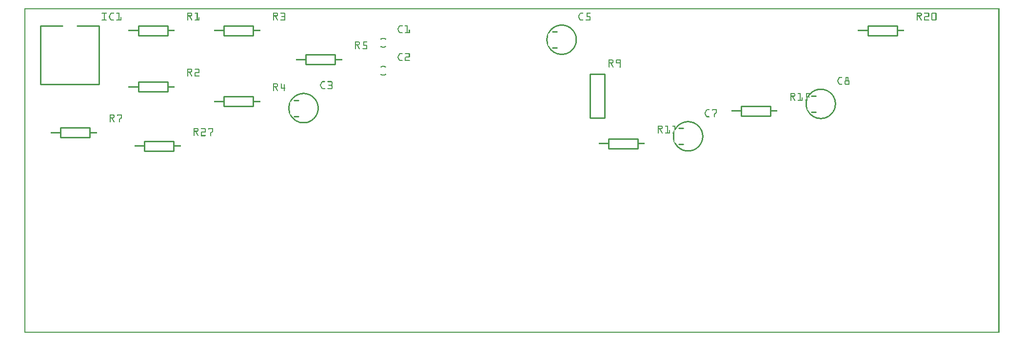
<source format=gto>
G04 MADE WITH FRITZING*
G04 WWW.FRITZING.ORG*
G04 DOUBLE SIDED*
G04 HOLES PLATED*
G04 CONTOUR ON CENTER OF CONTOUR VECTOR*
%ASAXBY*%
%FSLAX23Y23*%
%MOIN*%
%OFA0B0*%
%SFA1.0B1.0*%
%ADD10C,0.010000*%
%ADD11C,0.011000*%
%ADD12R,0.001000X0.001000*%
%LNSILK1*%
G90*
G70*
G54D10*
X110Y2101D02*
X110Y1701D01*
D02*
X110Y1701D02*
X510Y1701D01*
D02*
X510Y1701D02*
X510Y2101D01*
D02*
X110Y2101D02*
X260Y2101D01*
D02*
X360Y2101D02*
X510Y2101D01*
D02*
X778Y2101D02*
X978Y2101D01*
D02*
X978Y2101D02*
X978Y2035D01*
D02*
X978Y2035D02*
X778Y2035D01*
D02*
X778Y2035D02*
X778Y2101D01*
D02*
X778Y1717D02*
X978Y1717D01*
D02*
X978Y1717D02*
X978Y1651D01*
D02*
X978Y1651D02*
X778Y1651D01*
D02*
X778Y1651D02*
X778Y1717D01*
D02*
X1364Y2101D02*
X1564Y2101D01*
D02*
X1564Y2101D02*
X1564Y2035D01*
D02*
X1564Y2035D02*
X1364Y2035D01*
D02*
X1364Y2035D02*
X1364Y2101D01*
D02*
X1364Y1617D02*
X1564Y1617D01*
D02*
X1564Y1617D02*
X1564Y1551D01*
D02*
X1564Y1551D02*
X1364Y1551D01*
D02*
X1364Y1551D02*
X1364Y1617D01*
D02*
X1924Y1904D02*
X2124Y1904D01*
D02*
X2124Y1904D02*
X2124Y1838D01*
D02*
X2124Y1838D02*
X1924Y1838D01*
D02*
X1924Y1838D02*
X1924Y1904D01*
D02*
X247Y1404D02*
X447Y1404D01*
D02*
X447Y1404D02*
X447Y1338D01*
D02*
X447Y1338D02*
X247Y1338D01*
D02*
X247Y1338D02*
X247Y1404D01*
D02*
X3866Y1770D02*
X3866Y1470D01*
D02*
X3866Y1470D02*
X3966Y1470D01*
D02*
X3966Y1470D02*
X3966Y1770D01*
D02*
X3966Y1770D02*
X3866Y1770D01*
D02*
X3866Y1770D02*
X3866Y1470D01*
D02*
X3866Y1470D02*
X3966Y1470D01*
D02*
X3966Y1470D02*
X3966Y1770D01*
D02*
X3966Y1770D02*
X3866Y1770D01*
D02*
X3993Y1329D02*
X4193Y1329D01*
D02*
X4193Y1329D02*
X4193Y1263D01*
D02*
X4193Y1263D02*
X3993Y1263D01*
D02*
X3993Y1263D02*
X3993Y1329D01*
D02*
X4900Y1551D02*
X5100Y1551D01*
D02*
X5100Y1551D02*
X5100Y1485D01*
D02*
X5100Y1485D02*
X4900Y1485D01*
D02*
X4900Y1485D02*
X4900Y1551D01*
D02*
X5765Y2101D02*
X5965Y2101D01*
D02*
X5965Y2101D02*
X5965Y2035D01*
D02*
X5965Y2035D02*
X5765Y2035D01*
D02*
X5765Y2035D02*
X5765Y2101D01*
D02*
X821Y1311D02*
X1021Y1311D01*
D02*
X1021Y1311D02*
X1021Y1245D01*
D02*
X1021Y1245D02*
X821Y1245D01*
D02*
X821Y1245D02*
X821Y1311D01*
G54D11*
X1843Y1593D02*
X1873Y1593D01*
D02*
X1843Y1483D02*
X1873Y1483D01*
D02*
X3608Y2061D02*
X3638Y2061D01*
D02*
X3608Y1951D02*
X3638Y1951D01*
D02*
X4472Y1400D02*
X4502Y1400D01*
D02*
X4472Y1290D02*
X4502Y1290D01*
D02*
X5379Y1622D02*
X5409Y1622D01*
D02*
X5379Y1512D02*
X5409Y1512D01*
D02*
G54D12*
X0Y2222D02*
X6665Y2222D01*
X0Y2221D02*
X6665Y2221D01*
X0Y2220D02*
X6665Y2220D01*
X0Y2219D02*
X6665Y2219D01*
X0Y2218D02*
X6665Y2218D01*
X0Y2217D02*
X6665Y2217D01*
X0Y2216D02*
X6665Y2216D01*
X0Y2215D02*
X6665Y2215D01*
X0Y2214D02*
X7Y2214D01*
X6658Y2214D02*
X6665Y2214D01*
X0Y2213D02*
X7Y2213D01*
X6658Y2213D02*
X6665Y2213D01*
X0Y2212D02*
X7Y2212D01*
X6658Y2212D02*
X6665Y2212D01*
X0Y2211D02*
X7Y2211D01*
X6658Y2211D02*
X6665Y2211D01*
X0Y2210D02*
X7Y2210D01*
X6658Y2210D02*
X6665Y2210D01*
X0Y2209D02*
X7Y2209D01*
X6658Y2209D02*
X6665Y2209D01*
X0Y2208D02*
X7Y2208D01*
X6658Y2208D02*
X6665Y2208D01*
X0Y2207D02*
X7Y2207D01*
X6658Y2207D02*
X6665Y2207D01*
X0Y2206D02*
X7Y2206D01*
X6658Y2206D02*
X6665Y2206D01*
X0Y2205D02*
X7Y2205D01*
X6658Y2205D02*
X6665Y2205D01*
X0Y2204D02*
X7Y2204D01*
X6658Y2204D02*
X6665Y2204D01*
X0Y2203D02*
X7Y2203D01*
X6658Y2203D02*
X6665Y2203D01*
X0Y2202D02*
X7Y2202D01*
X6658Y2202D02*
X6665Y2202D01*
X0Y2201D02*
X7Y2201D01*
X6658Y2201D02*
X6665Y2201D01*
X0Y2200D02*
X7Y2200D01*
X6658Y2200D02*
X6665Y2200D01*
X0Y2199D02*
X7Y2199D01*
X6658Y2199D02*
X6665Y2199D01*
X0Y2198D02*
X7Y2198D01*
X6658Y2198D02*
X6665Y2198D01*
X0Y2197D02*
X7Y2197D01*
X6658Y2197D02*
X6665Y2197D01*
X0Y2196D02*
X7Y2196D01*
X6658Y2196D02*
X6665Y2196D01*
X0Y2195D02*
X7Y2195D01*
X6658Y2195D02*
X6665Y2195D01*
X0Y2194D02*
X7Y2194D01*
X6658Y2194D02*
X6665Y2194D01*
X0Y2193D02*
X7Y2193D01*
X6658Y2193D02*
X6665Y2193D01*
X0Y2192D02*
X7Y2192D01*
X6658Y2192D02*
X6665Y2192D01*
X0Y2191D02*
X7Y2191D01*
X530Y2191D02*
X559Y2191D01*
X593Y2191D02*
X609Y2191D01*
X630Y2191D02*
X647Y2191D01*
X1114Y2191D02*
X1139Y2191D01*
X1166Y2191D02*
X1183Y2191D01*
X1700Y2191D02*
X1725Y2191D01*
X1752Y2191D02*
X1778Y2191D01*
X3801Y2191D02*
X3817Y2191D01*
X3843Y2191D02*
X3867Y2191D01*
X6101Y2191D02*
X6126Y2191D01*
X6153Y2191D02*
X6179Y2191D01*
X6206Y2191D02*
X6229Y2191D01*
X6658Y2191D02*
X6665Y2191D01*
X0Y2190D02*
X7Y2190D01*
X529Y2190D02*
X561Y2190D01*
X591Y2190D02*
X611Y2190D01*
X629Y2190D02*
X648Y2190D01*
X1114Y2190D02*
X1142Y2190D01*
X1165Y2190D02*
X1184Y2190D01*
X1700Y2190D02*
X1728Y2190D01*
X1751Y2190D02*
X1780Y2190D01*
X3799Y2190D02*
X3818Y2190D01*
X3842Y2190D02*
X3868Y2190D01*
X6101Y2190D02*
X6129Y2190D01*
X6151Y2190D02*
X6181Y2190D01*
X6204Y2190D02*
X6231Y2190D01*
X6658Y2190D02*
X6665Y2190D01*
X0Y2189D02*
X7Y2189D01*
X528Y2189D02*
X561Y2189D01*
X589Y2189D02*
X611Y2189D01*
X628Y2189D02*
X648Y2189D01*
X1114Y2189D02*
X1143Y2189D01*
X1164Y2189D02*
X1184Y2189D01*
X1700Y2189D02*
X1729Y2189D01*
X1750Y2189D02*
X1782Y2189D01*
X3797Y2189D02*
X3819Y2189D01*
X3842Y2189D02*
X3869Y2189D01*
X6101Y2189D02*
X6130Y2189D01*
X6151Y2189D02*
X6182Y2189D01*
X6203Y2189D02*
X6232Y2189D01*
X6658Y2189D02*
X6665Y2189D01*
X0Y2188D02*
X7Y2188D01*
X528Y2188D02*
X561Y2188D01*
X588Y2188D02*
X611Y2188D01*
X628Y2188D02*
X648Y2188D01*
X1114Y2188D02*
X1144Y2188D01*
X1164Y2188D02*
X1184Y2188D01*
X1700Y2188D02*
X1730Y2188D01*
X1750Y2188D02*
X1782Y2188D01*
X3796Y2188D02*
X3819Y2188D01*
X3842Y2188D02*
X3869Y2188D01*
X6101Y2188D02*
X6131Y2188D01*
X6151Y2188D02*
X6183Y2188D01*
X6202Y2188D02*
X6233Y2188D01*
X6658Y2188D02*
X6665Y2188D01*
X0Y2187D02*
X7Y2187D01*
X528Y2187D02*
X561Y2187D01*
X587Y2187D02*
X611Y2187D01*
X628Y2187D02*
X648Y2187D01*
X1114Y2187D02*
X1145Y2187D01*
X1164Y2187D02*
X1184Y2187D01*
X1700Y2187D02*
X1731Y2187D01*
X1750Y2187D02*
X1783Y2187D01*
X3795Y2187D02*
X3819Y2187D01*
X3842Y2187D02*
X3869Y2187D01*
X6101Y2187D02*
X6132Y2187D01*
X6151Y2187D02*
X6184Y2187D01*
X6201Y2187D02*
X6234Y2187D01*
X6658Y2187D02*
X6665Y2187D01*
X0Y2186D02*
X7Y2186D01*
X528Y2186D02*
X561Y2186D01*
X587Y2186D02*
X611Y2186D01*
X628Y2186D02*
X648Y2186D01*
X1114Y2186D02*
X1146Y2186D01*
X1164Y2186D02*
X1184Y2186D01*
X1700Y2186D02*
X1732Y2186D01*
X1750Y2186D02*
X1783Y2186D01*
X3794Y2186D02*
X3819Y2186D01*
X3842Y2186D02*
X3869Y2186D01*
X6101Y2186D02*
X6133Y2186D01*
X6151Y2186D02*
X6184Y2186D01*
X6201Y2186D02*
X6234Y2186D01*
X6658Y2186D02*
X6665Y2186D01*
X0Y2185D02*
X7Y2185D01*
X529Y2185D02*
X560Y2185D01*
X586Y2185D02*
X610Y2185D01*
X629Y2185D02*
X648Y2185D01*
X1114Y2185D02*
X1147Y2185D01*
X1165Y2185D02*
X1184Y2185D01*
X1700Y2185D02*
X1733Y2185D01*
X1751Y2185D02*
X1783Y2185D01*
X3794Y2185D02*
X3818Y2185D01*
X3842Y2185D02*
X3868Y2185D01*
X6101Y2185D02*
X6133Y2185D01*
X6152Y2185D02*
X6184Y2185D01*
X6201Y2185D02*
X6234Y2185D01*
X6658Y2185D02*
X6665Y2185D01*
X0Y2184D02*
X7Y2184D01*
X541Y2184D02*
X548Y2184D01*
X586Y2184D02*
X594Y2184D01*
X641Y2184D02*
X648Y2184D01*
X1114Y2184D02*
X1120Y2184D01*
X1139Y2184D02*
X1147Y2184D01*
X1177Y2184D02*
X1184Y2184D01*
X1700Y2184D02*
X1706Y2184D01*
X1725Y2184D02*
X1733Y2184D01*
X1777Y2184D02*
X1783Y2184D01*
X3794Y2184D02*
X3801Y2184D01*
X3842Y2184D02*
X3849Y2184D01*
X6101Y2184D02*
X6107Y2184D01*
X6126Y2184D02*
X6134Y2184D01*
X6178Y2184D02*
X6184Y2184D01*
X6201Y2184D02*
X6207Y2184D01*
X6228Y2184D02*
X6234Y2184D01*
X6658Y2184D02*
X6665Y2184D01*
X0Y2183D02*
X7Y2183D01*
X542Y2183D02*
X548Y2183D01*
X585Y2183D02*
X592Y2183D01*
X642Y2183D02*
X648Y2183D01*
X1114Y2183D02*
X1120Y2183D01*
X1140Y2183D02*
X1147Y2183D01*
X1178Y2183D02*
X1184Y2183D01*
X1700Y2183D02*
X1706Y2183D01*
X1727Y2183D02*
X1733Y2183D01*
X1777Y2183D02*
X1783Y2183D01*
X3793Y2183D02*
X3800Y2183D01*
X3842Y2183D02*
X3848Y2183D01*
X6101Y2183D02*
X6107Y2183D01*
X6127Y2183D02*
X6134Y2183D01*
X6178Y2183D02*
X6184Y2183D01*
X6201Y2183D02*
X6207Y2183D01*
X6228Y2183D02*
X6234Y2183D01*
X6658Y2183D02*
X6665Y2183D01*
X0Y2182D02*
X7Y2182D01*
X542Y2182D02*
X548Y2182D01*
X585Y2182D02*
X592Y2182D01*
X642Y2182D02*
X648Y2182D01*
X1114Y2182D02*
X1120Y2182D01*
X1141Y2182D02*
X1147Y2182D01*
X1178Y2182D02*
X1184Y2182D01*
X1700Y2182D02*
X1706Y2182D01*
X1727Y2182D02*
X1733Y2182D01*
X1777Y2182D02*
X1783Y2182D01*
X3793Y2182D02*
X3799Y2182D01*
X3842Y2182D02*
X3848Y2182D01*
X6101Y2182D02*
X6107Y2182D01*
X6128Y2182D02*
X6134Y2182D01*
X6178Y2182D02*
X6184Y2182D01*
X6201Y2182D02*
X6207Y2182D01*
X6228Y2182D02*
X6234Y2182D01*
X6658Y2182D02*
X6665Y2182D01*
X0Y2181D02*
X7Y2181D01*
X542Y2181D02*
X548Y2181D01*
X584Y2181D02*
X591Y2181D01*
X642Y2181D02*
X648Y2181D01*
X1114Y2181D02*
X1120Y2181D01*
X1141Y2181D02*
X1147Y2181D01*
X1178Y2181D02*
X1184Y2181D01*
X1700Y2181D02*
X1706Y2181D01*
X1727Y2181D02*
X1733Y2181D01*
X1777Y2181D02*
X1783Y2181D01*
X3792Y2181D02*
X3799Y2181D01*
X3842Y2181D02*
X3848Y2181D01*
X6101Y2181D02*
X6107Y2181D01*
X6128Y2181D02*
X6134Y2181D01*
X6178Y2181D02*
X6184Y2181D01*
X6201Y2181D02*
X6207Y2181D01*
X6228Y2181D02*
X6234Y2181D01*
X6658Y2181D02*
X6665Y2181D01*
X0Y2180D02*
X7Y2180D01*
X542Y2180D02*
X548Y2180D01*
X584Y2180D02*
X591Y2180D01*
X642Y2180D02*
X648Y2180D01*
X1114Y2180D02*
X1120Y2180D01*
X1141Y2180D02*
X1147Y2180D01*
X1178Y2180D02*
X1184Y2180D01*
X1700Y2180D02*
X1706Y2180D01*
X1727Y2180D02*
X1733Y2180D01*
X1777Y2180D02*
X1783Y2180D01*
X3792Y2180D02*
X3798Y2180D01*
X3842Y2180D02*
X3848Y2180D01*
X6101Y2180D02*
X6107Y2180D01*
X6128Y2180D02*
X6134Y2180D01*
X6178Y2180D02*
X6184Y2180D01*
X6201Y2180D02*
X6207Y2180D01*
X6228Y2180D02*
X6234Y2180D01*
X6658Y2180D02*
X6665Y2180D01*
X0Y2179D02*
X7Y2179D01*
X542Y2179D02*
X548Y2179D01*
X583Y2179D02*
X590Y2179D01*
X642Y2179D02*
X648Y2179D01*
X1114Y2179D02*
X1120Y2179D01*
X1141Y2179D02*
X1147Y2179D01*
X1178Y2179D02*
X1184Y2179D01*
X1700Y2179D02*
X1706Y2179D01*
X1727Y2179D02*
X1733Y2179D01*
X1777Y2179D02*
X1783Y2179D01*
X3791Y2179D02*
X3798Y2179D01*
X3842Y2179D02*
X3848Y2179D01*
X6101Y2179D02*
X6107Y2179D01*
X6128Y2179D02*
X6134Y2179D01*
X6178Y2179D02*
X6184Y2179D01*
X6201Y2179D02*
X6207Y2179D01*
X6228Y2179D02*
X6234Y2179D01*
X6658Y2179D02*
X6665Y2179D01*
X0Y2178D02*
X7Y2178D01*
X542Y2178D02*
X548Y2178D01*
X583Y2178D02*
X590Y2178D01*
X642Y2178D02*
X648Y2178D01*
X1114Y2178D02*
X1120Y2178D01*
X1141Y2178D02*
X1147Y2178D01*
X1178Y2178D02*
X1184Y2178D01*
X1700Y2178D02*
X1706Y2178D01*
X1727Y2178D02*
X1733Y2178D01*
X1777Y2178D02*
X1783Y2178D01*
X3791Y2178D02*
X3797Y2178D01*
X3842Y2178D02*
X3848Y2178D01*
X6101Y2178D02*
X6107Y2178D01*
X6128Y2178D02*
X6134Y2178D01*
X6178Y2178D02*
X6184Y2178D01*
X6201Y2178D02*
X6207Y2178D01*
X6228Y2178D02*
X6234Y2178D01*
X6658Y2178D02*
X6665Y2178D01*
X0Y2177D02*
X7Y2177D01*
X542Y2177D02*
X548Y2177D01*
X582Y2177D02*
X589Y2177D01*
X642Y2177D02*
X648Y2177D01*
X1114Y2177D02*
X1120Y2177D01*
X1141Y2177D02*
X1147Y2177D01*
X1178Y2177D02*
X1184Y2177D01*
X1700Y2177D02*
X1706Y2177D01*
X1727Y2177D02*
X1733Y2177D01*
X1777Y2177D02*
X1783Y2177D01*
X3790Y2177D02*
X3797Y2177D01*
X3842Y2177D02*
X3848Y2177D01*
X6101Y2177D02*
X6107Y2177D01*
X6128Y2177D02*
X6134Y2177D01*
X6178Y2177D02*
X6184Y2177D01*
X6201Y2177D02*
X6207Y2177D01*
X6228Y2177D02*
X6234Y2177D01*
X6658Y2177D02*
X6665Y2177D01*
X0Y2176D02*
X7Y2176D01*
X542Y2176D02*
X548Y2176D01*
X582Y2176D02*
X589Y2176D01*
X642Y2176D02*
X648Y2176D01*
X1114Y2176D02*
X1120Y2176D01*
X1141Y2176D02*
X1147Y2176D01*
X1178Y2176D02*
X1184Y2176D01*
X1700Y2176D02*
X1706Y2176D01*
X1727Y2176D02*
X1733Y2176D01*
X1777Y2176D02*
X1783Y2176D01*
X3790Y2176D02*
X3796Y2176D01*
X3842Y2176D02*
X3848Y2176D01*
X6101Y2176D02*
X6107Y2176D01*
X6128Y2176D02*
X6134Y2176D01*
X6178Y2176D02*
X6184Y2176D01*
X6201Y2176D02*
X6207Y2176D01*
X6228Y2176D02*
X6234Y2176D01*
X6658Y2176D02*
X6665Y2176D01*
X0Y2175D02*
X7Y2175D01*
X542Y2175D02*
X548Y2175D01*
X581Y2175D02*
X588Y2175D01*
X642Y2175D02*
X648Y2175D01*
X1114Y2175D02*
X1120Y2175D01*
X1141Y2175D02*
X1147Y2175D01*
X1178Y2175D02*
X1184Y2175D01*
X1700Y2175D02*
X1706Y2175D01*
X1727Y2175D02*
X1733Y2175D01*
X1777Y2175D02*
X1783Y2175D01*
X3789Y2175D02*
X3796Y2175D01*
X3842Y2175D02*
X3848Y2175D01*
X6101Y2175D02*
X6107Y2175D01*
X6127Y2175D02*
X6134Y2175D01*
X6178Y2175D02*
X6184Y2175D01*
X6201Y2175D02*
X6207Y2175D01*
X6228Y2175D02*
X6234Y2175D01*
X6658Y2175D02*
X6665Y2175D01*
X0Y2174D02*
X7Y2174D01*
X542Y2174D02*
X548Y2174D01*
X581Y2174D02*
X588Y2174D01*
X642Y2174D02*
X648Y2174D01*
X1114Y2174D02*
X1120Y2174D01*
X1139Y2174D02*
X1147Y2174D01*
X1178Y2174D02*
X1184Y2174D01*
X1700Y2174D02*
X1706Y2174D01*
X1726Y2174D02*
X1733Y2174D01*
X1777Y2174D02*
X1783Y2174D01*
X3789Y2174D02*
X3795Y2174D01*
X3842Y2174D02*
X3848Y2174D01*
X6101Y2174D02*
X6107Y2174D01*
X6126Y2174D02*
X6134Y2174D01*
X6178Y2174D02*
X6184Y2174D01*
X6201Y2174D02*
X6207Y2174D01*
X6228Y2174D02*
X6234Y2174D01*
X6658Y2174D02*
X6665Y2174D01*
X0Y2173D02*
X7Y2173D01*
X542Y2173D02*
X548Y2173D01*
X580Y2173D02*
X587Y2173D01*
X642Y2173D02*
X648Y2173D01*
X1114Y2173D02*
X1147Y2173D01*
X1178Y2173D02*
X1184Y2173D01*
X1700Y2173D02*
X1733Y2173D01*
X1777Y2173D02*
X1783Y2173D01*
X3788Y2173D02*
X3795Y2173D01*
X3842Y2173D02*
X3848Y2173D01*
X6101Y2173D02*
X6133Y2173D01*
X6178Y2173D02*
X6184Y2173D01*
X6201Y2173D02*
X6207Y2173D01*
X6228Y2173D02*
X6234Y2173D01*
X6658Y2173D02*
X6665Y2173D01*
X0Y2172D02*
X7Y2172D01*
X542Y2172D02*
X548Y2172D01*
X580Y2172D02*
X587Y2172D01*
X642Y2172D02*
X648Y2172D01*
X1114Y2172D02*
X1146Y2172D01*
X1178Y2172D02*
X1184Y2172D01*
X1700Y2172D02*
X1732Y2172D01*
X1777Y2172D02*
X1783Y2172D01*
X3788Y2172D02*
X3794Y2172D01*
X3842Y2172D02*
X3848Y2172D01*
X6101Y2172D02*
X6133Y2172D01*
X6178Y2172D02*
X6184Y2172D01*
X6201Y2172D02*
X6207Y2172D01*
X6228Y2172D02*
X6234Y2172D01*
X6658Y2172D02*
X6665Y2172D01*
X0Y2171D02*
X7Y2171D01*
X542Y2171D02*
X548Y2171D01*
X579Y2171D02*
X586Y2171D01*
X642Y2171D02*
X648Y2171D01*
X1114Y2171D02*
X1145Y2171D01*
X1178Y2171D02*
X1184Y2171D01*
X1700Y2171D02*
X1731Y2171D01*
X1777Y2171D02*
X1783Y2171D01*
X3787Y2171D02*
X3794Y2171D01*
X3842Y2171D02*
X3848Y2171D01*
X6101Y2171D02*
X6132Y2171D01*
X6178Y2171D02*
X6184Y2171D01*
X6201Y2171D02*
X6207Y2171D01*
X6228Y2171D02*
X6234Y2171D01*
X6658Y2171D02*
X6665Y2171D01*
X0Y2170D02*
X7Y2170D01*
X542Y2170D02*
X548Y2170D01*
X579Y2170D02*
X586Y2170D01*
X642Y2170D02*
X648Y2170D01*
X1114Y2170D02*
X1145Y2170D01*
X1178Y2170D02*
X1184Y2170D01*
X1700Y2170D02*
X1731Y2170D01*
X1777Y2170D02*
X1783Y2170D01*
X3787Y2170D02*
X3793Y2170D01*
X3842Y2170D02*
X3848Y2170D01*
X6101Y2170D02*
X6131Y2170D01*
X6178Y2170D02*
X6184Y2170D01*
X6201Y2170D02*
X6207Y2170D01*
X6228Y2170D02*
X6234Y2170D01*
X6658Y2170D02*
X6665Y2170D01*
X0Y2169D02*
X7Y2169D01*
X542Y2169D02*
X548Y2169D01*
X579Y2169D02*
X585Y2169D01*
X642Y2169D02*
X648Y2169D01*
X1114Y2169D02*
X1144Y2169D01*
X1178Y2169D02*
X1184Y2169D01*
X1700Y2169D02*
X1730Y2169D01*
X1777Y2169D02*
X1783Y2169D01*
X3786Y2169D02*
X3793Y2169D01*
X3842Y2169D02*
X3848Y2169D01*
X6101Y2169D02*
X6130Y2169D01*
X6178Y2169D02*
X6184Y2169D01*
X6201Y2169D02*
X6207Y2169D01*
X6228Y2169D02*
X6234Y2169D01*
X6658Y2169D02*
X6665Y2169D01*
X0Y2168D02*
X7Y2168D01*
X542Y2168D02*
X548Y2168D01*
X578Y2168D02*
X585Y2168D01*
X642Y2168D02*
X648Y2168D01*
X1114Y2168D02*
X1142Y2168D01*
X1178Y2168D02*
X1184Y2168D01*
X1700Y2168D02*
X1728Y2168D01*
X1775Y2168D02*
X1783Y2168D01*
X3786Y2168D02*
X3792Y2168D01*
X3842Y2168D02*
X3849Y2168D01*
X6101Y2168D02*
X6129Y2168D01*
X6178Y2168D02*
X6184Y2168D01*
X6201Y2168D02*
X6207Y2168D01*
X6228Y2168D02*
X6234Y2168D01*
X6658Y2168D02*
X6665Y2168D01*
X0Y2167D02*
X7Y2167D01*
X542Y2167D02*
X548Y2167D01*
X578Y2167D02*
X584Y2167D01*
X642Y2167D02*
X648Y2167D01*
X1114Y2167D02*
X1140Y2167D01*
X1178Y2167D02*
X1184Y2167D01*
X1700Y2167D02*
X1726Y2167D01*
X1758Y2167D02*
X1783Y2167D01*
X3786Y2167D02*
X3792Y2167D01*
X3842Y2167D02*
X3865Y2167D01*
X6101Y2167D02*
X6127Y2167D01*
X6155Y2167D02*
X6184Y2167D01*
X6201Y2167D02*
X6207Y2167D01*
X6228Y2167D02*
X6234Y2167D01*
X6658Y2167D02*
X6665Y2167D01*
X0Y2166D02*
X7Y2166D01*
X542Y2166D02*
X548Y2166D01*
X578Y2166D02*
X584Y2166D01*
X642Y2166D02*
X648Y2166D01*
X1114Y2166D02*
X1120Y2166D01*
X1126Y2166D02*
X1133Y2166D01*
X1178Y2166D02*
X1184Y2166D01*
X1700Y2166D02*
X1706Y2166D01*
X1712Y2166D02*
X1719Y2166D01*
X1757Y2166D02*
X1782Y2166D01*
X3786Y2166D02*
X3792Y2166D01*
X3842Y2166D02*
X3867Y2166D01*
X6101Y2166D02*
X6107Y2166D01*
X6113Y2166D02*
X6120Y2166D01*
X6153Y2166D02*
X6184Y2166D01*
X6201Y2166D02*
X6207Y2166D01*
X6228Y2166D02*
X6234Y2166D01*
X6658Y2166D02*
X6665Y2166D01*
X0Y2165D02*
X7Y2165D01*
X542Y2165D02*
X548Y2165D01*
X578Y2165D02*
X584Y2165D01*
X642Y2165D02*
X648Y2165D01*
X1114Y2165D02*
X1120Y2165D01*
X1127Y2165D02*
X1134Y2165D01*
X1178Y2165D02*
X1184Y2165D01*
X1700Y2165D02*
X1706Y2165D01*
X1713Y2165D02*
X1720Y2165D01*
X1757Y2165D02*
X1781Y2165D01*
X3786Y2165D02*
X3792Y2165D01*
X3842Y2165D02*
X3868Y2165D01*
X6101Y2165D02*
X6107Y2165D01*
X6113Y2165D02*
X6121Y2165D01*
X6152Y2165D02*
X6184Y2165D01*
X6201Y2165D02*
X6207Y2165D01*
X6228Y2165D02*
X6234Y2165D01*
X6658Y2165D02*
X6665Y2165D01*
X0Y2164D02*
X7Y2164D01*
X542Y2164D02*
X548Y2164D01*
X578Y2164D02*
X584Y2164D01*
X642Y2164D02*
X648Y2164D01*
X1114Y2164D02*
X1120Y2164D01*
X1127Y2164D02*
X1134Y2164D01*
X1178Y2164D02*
X1184Y2164D01*
X1700Y2164D02*
X1706Y2164D01*
X1713Y2164D02*
X1720Y2164D01*
X1757Y2164D02*
X1781Y2164D01*
X3786Y2164D02*
X3792Y2164D01*
X3842Y2164D02*
X3868Y2164D01*
X6101Y2164D02*
X6107Y2164D01*
X6114Y2164D02*
X6121Y2164D01*
X6151Y2164D02*
X6183Y2164D01*
X6201Y2164D02*
X6207Y2164D01*
X6228Y2164D02*
X6234Y2164D01*
X6658Y2164D02*
X6665Y2164D01*
X0Y2163D02*
X7Y2163D01*
X542Y2163D02*
X548Y2163D01*
X578Y2163D02*
X584Y2163D01*
X642Y2163D02*
X648Y2163D01*
X1114Y2163D02*
X1120Y2163D01*
X1128Y2163D02*
X1135Y2163D01*
X1178Y2163D02*
X1184Y2163D01*
X1700Y2163D02*
X1706Y2163D01*
X1714Y2163D02*
X1721Y2163D01*
X1757Y2163D02*
X1782Y2163D01*
X3786Y2163D02*
X3792Y2163D01*
X3842Y2163D02*
X3869Y2163D01*
X6101Y2163D02*
X6107Y2163D01*
X6114Y2163D02*
X6122Y2163D01*
X6151Y2163D02*
X6182Y2163D01*
X6201Y2163D02*
X6207Y2163D01*
X6228Y2163D02*
X6234Y2163D01*
X6658Y2163D02*
X6665Y2163D01*
X0Y2162D02*
X7Y2162D01*
X542Y2162D02*
X548Y2162D01*
X578Y2162D02*
X584Y2162D01*
X642Y2162D02*
X648Y2162D01*
X1114Y2162D02*
X1120Y2162D01*
X1128Y2162D02*
X1135Y2162D01*
X1178Y2162D02*
X1184Y2162D01*
X1700Y2162D02*
X1706Y2162D01*
X1714Y2162D02*
X1722Y2162D01*
X1758Y2162D02*
X1782Y2162D01*
X3786Y2162D02*
X3792Y2162D01*
X3842Y2162D02*
X3869Y2162D01*
X6101Y2162D02*
X6107Y2162D01*
X6115Y2162D02*
X6122Y2162D01*
X6151Y2162D02*
X6181Y2162D01*
X6201Y2162D02*
X6207Y2162D01*
X6228Y2162D02*
X6234Y2162D01*
X6658Y2162D02*
X6665Y2162D01*
X0Y2161D02*
X7Y2161D01*
X542Y2161D02*
X548Y2161D01*
X578Y2161D02*
X584Y2161D01*
X642Y2161D02*
X648Y2161D01*
X657Y2161D02*
X660Y2161D01*
X1114Y2161D02*
X1120Y2161D01*
X1129Y2161D02*
X1136Y2161D01*
X1178Y2161D02*
X1184Y2161D01*
X1193Y2161D02*
X1196Y2161D01*
X1700Y2161D02*
X1706Y2161D01*
X1715Y2161D02*
X1722Y2161D01*
X1759Y2161D02*
X1783Y2161D01*
X3786Y2161D02*
X3792Y2161D01*
X3843Y2161D02*
X3869Y2161D01*
X6101Y2161D02*
X6107Y2161D01*
X6116Y2161D02*
X6123Y2161D01*
X6151Y2161D02*
X6179Y2161D01*
X6201Y2161D02*
X6207Y2161D01*
X6228Y2161D02*
X6234Y2161D01*
X6658Y2161D02*
X6665Y2161D01*
X0Y2160D02*
X7Y2160D01*
X542Y2160D02*
X548Y2160D01*
X578Y2160D02*
X585Y2160D01*
X642Y2160D02*
X648Y2160D01*
X656Y2160D02*
X661Y2160D01*
X1114Y2160D02*
X1120Y2160D01*
X1129Y2160D02*
X1137Y2160D01*
X1178Y2160D02*
X1184Y2160D01*
X1192Y2160D02*
X1197Y2160D01*
X1700Y2160D02*
X1706Y2160D01*
X1716Y2160D02*
X1723Y2160D01*
X1776Y2160D02*
X1783Y2160D01*
X3786Y2160D02*
X3793Y2160D01*
X3863Y2160D02*
X3869Y2160D01*
X6101Y2160D02*
X6107Y2160D01*
X6116Y2160D02*
X6123Y2160D01*
X6151Y2160D02*
X6157Y2160D01*
X6201Y2160D02*
X6207Y2160D01*
X6228Y2160D02*
X6234Y2160D01*
X6658Y2160D02*
X6665Y2160D01*
X0Y2159D02*
X7Y2159D01*
X542Y2159D02*
X548Y2159D01*
X579Y2159D02*
X585Y2159D01*
X642Y2159D02*
X648Y2159D01*
X655Y2159D02*
X661Y2159D01*
X1114Y2159D02*
X1120Y2159D01*
X1130Y2159D02*
X1137Y2159D01*
X1178Y2159D02*
X1184Y2159D01*
X1191Y2159D02*
X1197Y2159D01*
X1700Y2159D02*
X1706Y2159D01*
X1716Y2159D02*
X1723Y2159D01*
X1777Y2159D02*
X1783Y2159D01*
X3786Y2159D02*
X3793Y2159D01*
X3863Y2159D02*
X3869Y2159D01*
X6101Y2159D02*
X6107Y2159D01*
X6117Y2159D02*
X6124Y2159D01*
X6151Y2159D02*
X6157Y2159D01*
X6201Y2159D02*
X6207Y2159D01*
X6228Y2159D02*
X6234Y2159D01*
X6658Y2159D02*
X6665Y2159D01*
X0Y2158D02*
X7Y2158D01*
X542Y2158D02*
X548Y2158D01*
X579Y2158D02*
X586Y2158D01*
X642Y2158D02*
X648Y2158D01*
X655Y2158D02*
X661Y2158D01*
X1114Y2158D02*
X1120Y2158D01*
X1131Y2158D02*
X1138Y2158D01*
X1178Y2158D02*
X1184Y2158D01*
X1191Y2158D02*
X1197Y2158D01*
X1700Y2158D02*
X1706Y2158D01*
X1717Y2158D02*
X1724Y2158D01*
X1777Y2158D02*
X1783Y2158D01*
X3787Y2158D02*
X3794Y2158D01*
X3863Y2158D02*
X3869Y2158D01*
X6101Y2158D02*
X6107Y2158D01*
X6117Y2158D02*
X6125Y2158D01*
X6151Y2158D02*
X6157Y2158D01*
X6201Y2158D02*
X6207Y2158D01*
X6228Y2158D02*
X6234Y2158D01*
X6658Y2158D02*
X6665Y2158D01*
X0Y2157D02*
X7Y2157D01*
X542Y2157D02*
X548Y2157D01*
X579Y2157D02*
X586Y2157D01*
X642Y2157D02*
X648Y2157D01*
X655Y2157D02*
X661Y2157D01*
X1114Y2157D02*
X1120Y2157D01*
X1131Y2157D02*
X1138Y2157D01*
X1178Y2157D02*
X1184Y2157D01*
X1191Y2157D02*
X1197Y2157D01*
X1700Y2157D02*
X1706Y2157D01*
X1717Y2157D02*
X1724Y2157D01*
X1777Y2157D02*
X1783Y2157D01*
X3787Y2157D02*
X3794Y2157D01*
X3863Y2157D02*
X3869Y2157D01*
X6101Y2157D02*
X6107Y2157D01*
X6118Y2157D02*
X6125Y2157D01*
X6151Y2157D02*
X6157Y2157D01*
X6201Y2157D02*
X6207Y2157D01*
X6228Y2157D02*
X6234Y2157D01*
X6658Y2157D02*
X6665Y2157D01*
X0Y2156D02*
X7Y2156D01*
X542Y2156D02*
X548Y2156D01*
X580Y2156D02*
X587Y2156D01*
X642Y2156D02*
X648Y2156D01*
X655Y2156D02*
X661Y2156D01*
X1114Y2156D02*
X1120Y2156D01*
X1132Y2156D02*
X1139Y2156D01*
X1178Y2156D02*
X1184Y2156D01*
X1191Y2156D02*
X1197Y2156D01*
X1700Y2156D02*
X1706Y2156D01*
X1718Y2156D02*
X1725Y2156D01*
X1777Y2156D02*
X1783Y2156D01*
X3788Y2156D02*
X3795Y2156D01*
X3863Y2156D02*
X3869Y2156D01*
X6101Y2156D02*
X6107Y2156D01*
X6119Y2156D02*
X6126Y2156D01*
X6151Y2156D02*
X6157Y2156D01*
X6201Y2156D02*
X6207Y2156D01*
X6228Y2156D02*
X6234Y2156D01*
X6658Y2156D02*
X6665Y2156D01*
X0Y2155D02*
X7Y2155D01*
X542Y2155D02*
X548Y2155D01*
X580Y2155D02*
X587Y2155D01*
X642Y2155D02*
X648Y2155D01*
X655Y2155D02*
X661Y2155D01*
X1114Y2155D02*
X1120Y2155D01*
X1132Y2155D02*
X1140Y2155D01*
X1178Y2155D02*
X1184Y2155D01*
X1191Y2155D02*
X1197Y2155D01*
X1700Y2155D02*
X1706Y2155D01*
X1718Y2155D02*
X1726Y2155D01*
X1777Y2155D02*
X1783Y2155D01*
X3788Y2155D02*
X3795Y2155D01*
X3863Y2155D02*
X3869Y2155D01*
X6101Y2155D02*
X6107Y2155D01*
X6119Y2155D02*
X6126Y2155D01*
X6151Y2155D02*
X6157Y2155D01*
X6201Y2155D02*
X6207Y2155D01*
X6228Y2155D02*
X6234Y2155D01*
X6658Y2155D02*
X6665Y2155D01*
X0Y2154D02*
X7Y2154D01*
X542Y2154D02*
X548Y2154D01*
X581Y2154D02*
X588Y2154D01*
X642Y2154D02*
X648Y2154D01*
X655Y2154D02*
X661Y2154D01*
X1114Y2154D02*
X1120Y2154D01*
X1133Y2154D02*
X1140Y2154D01*
X1178Y2154D02*
X1184Y2154D01*
X1191Y2154D02*
X1197Y2154D01*
X1700Y2154D02*
X1706Y2154D01*
X1719Y2154D02*
X1726Y2154D01*
X1777Y2154D02*
X1783Y2154D01*
X3789Y2154D02*
X3796Y2154D01*
X3863Y2154D02*
X3869Y2154D01*
X6101Y2154D02*
X6107Y2154D01*
X6120Y2154D02*
X6127Y2154D01*
X6151Y2154D02*
X6157Y2154D01*
X6201Y2154D02*
X6207Y2154D01*
X6228Y2154D02*
X6234Y2154D01*
X6658Y2154D02*
X6665Y2154D01*
X0Y2153D02*
X7Y2153D01*
X542Y2153D02*
X548Y2153D01*
X581Y2153D02*
X588Y2153D01*
X642Y2153D02*
X648Y2153D01*
X655Y2153D02*
X661Y2153D01*
X1114Y2153D02*
X1120Y2153D01*
X1134Y2153D02*
X1141Y2153D01*
X1178Y2153D02*
X1184Y2153D01*
X1191Y2153D02*
X1197Y2153D01*
X1700Y2153D02*
X1706Y2153D01*
X1720Y2153D02*
X1727Y2153D01*
X1777Y2153D02*
X1783Y2153D01*
X3789Y2153D02*
X3796Y2153D01*
X3863Y2153D02*
X3869Y2153D01*
X6101Y2153D02*
X6107Y2153D01*
X6120Y2153D02*
X6128Y2153D01*
X6151Y2153D02*
X6157Y2153D01*
X6201Y2153D02*
X6207Y2153D01*
X6228Y2153D02*
X6234Y2153D01*
X6658Y2153D02*
X6665Y2153D01*
X0Y2152D02*
X7Y2152D01*
X542Y2152D02*
X548Y2152D01*
X582Y2152D02*
X589Y2152D01*
X642Y2152D02*
X648Y2152D01*
X655Y2152D02*
X661Y2152D01*
X1114Y2152D02*
X1120Y2152D01*
X1134Y2152D02*
X1141Y2152D01*
X1178Y2152D02*
X1184Y2152D01*
X1191Y2152D02*
X1197Y2152D01*
X1700Y2152D02*
X1706Y2152D01*
X1720Y2152D02*
X1727Y2152D01*
X1777Y2152D02*
X1783Y2152D01*
X3790Y2152D02*
X3797Y2152D01*
X3863Y2152D02*
X3869Y2152D01*
X6101Y2152D02*
X6107Y2152D01*
X6121Y2152D02*
X6128Y2152D01*
X6151Y2152D02*
X6157Y2152D01*
X6201Y2152D02*
X6207Y2152D01*
X6228Y2152D02*
X6234Y2152D01*
X6658Y2152D02*
X6665Y2152D01*
X0Y2151D02*
X7Y2151D01*
X542Y2151D02*
X548Y2151D01*
X582Y2151D02*
X589Y2151D01*
X642Y2151D02*
X648Y2151D01*
X655Y2151D02*
X661Y2151D01*
X1114Y2151D02*
X1120Y2151D01*
X1135Y2151D02*
X1142Y2151D01*
X1178Y2151D02*
X1184Y2151D01*
X1191Y2151D02*
X1197Y2151D01*
X1700Y2151D02*
X1706Y2151D01*
X1721Y2151D02*
X1728Y2151D01*
X1777Y2151D02*
X1783Y2151D01*
X3790Y2151D02*
X3797Y2151D01*
X3863Y2151D02*
X3869Y2151D01*
X6101Y2151D02*
X6107Y2151D01*
X6121Y2151D02*
X6129Y2151D01*
X6151Y2151D02*
X6157Y2151D01*
X6201Y2151D02*
X6207Y2151D01*
X6228Y2151D02*
X6234Y2151D01*
X6658Y2151D02*
X6665Y2151D01*
X0Y2150D02*
X7Y2150D01*
X542Y2150D02*
X548Y2150D01*
X583Y2150D02*
X590Y2150D01*
X642Y2150D02*
X648Y2150D01*
X655Y2150D02*
X661Y2150D01*
X1114Y2150D02*
X1120Y2150D01*
X1135Y2150D02*
X1142Y2150D01*
X1178Y2150D02*
X1184Y2150D01*
X1191Y2150D02*
X1197Y2150D01*
X1700Y2150D02*
X1706Y2150D01*
X1721Y2150D02*
X1729Y2150D01*
X1777Y2150D02*
X1783Y2150D01*
X3791Y2150D02*
X3798Y2150D01*
X3863Y2150D02*
X3869Y2150D01*
X6101Y2150D02*
X6107Y2150D01*
X6122Y2150D02*
X6129Y2150D01*
X6151Y2150D02*
X6157Y2150D01*
X6201Y2150D02*
X6207Y2150D01*
X6228Y2150D02*
X6234Y2150D01*
X6658Y2150D02*
X6665Y2150D01*
X0Y2149D02*
X7Y2149D01*
X542Y2149D02*
X548Y2149D01*
X583Y2149D02*
X590Y2149D01*
X642Y2149D02*
X648Y2149D01*
X655Y2149D02*
X661Y2149D01*
X1114Y2149D02*
X1120Y2149D01*
X1136Y2149D02*
X1143Y2149D01*
X1178Y2149D02*
X1184Y2149D01*
X1191Y2149D02*
X1197Y2149D01*
X1700Y2149D02*
X1706Y2149D01*
X1722Y2149D02*
X1729Y2149D01*
X1777Y2149D02*
X1783Y2149D01*
X3791Y2149D02*
X3798Y2149D01*
X3863Y2149D02*
X3869Y2149D01*
X6101Y2149D02*
X6107Y2149D01*
X6123Y2149D02*
X6130Y2149D01*
X6151Y2149D02*
X6157Y2149D01*
X6201Y2149D02*
X6207Y2149D01*
X6228Y2149D02*
X6234Y2149D01*
X6658Y2149D02*
X6665Y2149D01*
X0Y2148D02*
X7Y2148D01*
X542Y2148D02*
X548Y2148D01*
X584Y2148D02*
X591Y2148D01*
X642Y2148D02*
X648Y2148D01*
X655Y2148D02*
X661Y2148D01*
X1114Y2148D02*
X1120Y2148D01*
X1136Y2148D02*
X1144Y2148D01*
X1178Y2148D02*
X1184Y2148D01*
X1191Y2148D02*
X1197Y2148D01*
X1700Y2148D02*
X1706Y2148D01*
X1723Y2148D02*
X1730Y2148D01*
X1777Y2148D02*
X1783Y2148D01*
X3792Y2148D02*
X3799Y2148D01*
X3863Y2148D02*
X3869Y2148D01*
X6101Y2148D02*
X6107Y2148D01*
X6123Y2148D02*
X6130Y2148D01*
X6151Y2148D02*
X6157Y2148D01*
X6201Y2148D02*
X6207Y2148D01*
X6228Y2148D02*
X6234Y2148D01*
X6658Y2148D02*
X6665Y2148D01*
X0Y2147D02*
X7Y2147D01*
X542Y2147D02*
X548Y2147D01*
X584Y2147D02*
X591Y2147D01*
X642Y2147D02*
X648Y2147D01*
X655Y2147D02*
X661Y2147D01*
X1114Y2147D02*
X1120Y2147D01*
X1137Y2147D02*
X1144Y2147D01*
X1178Y2147D02*
X1184Y2147D01*
X1191Y2147D02*
X1197Y2147D01*
X1700Y2147D02*
X1706Y2147D01*
X1723Y2147D02*
X1730Y2147D01*
X1777Y2147D02*
X1783Y2147D01*
X3792Y2147D02*
X3799Y2147D01*
X3839Y2147D02*
X3839Y2147D01*
X3863Y2147D02*
X3869Y2147D01*
X6101Y2147D02*
X6107Y2147D01*
X6124Y2147D02*
X6131Y2147D01*
X6151Y2147D02*
X6157Y2147D01*
X6201Y2147D02*
X6207Y2147D01*
X6228Y2147D02*
X6234Y2147D01*
X6658Y2147D02*
X6665Y2147D01*
X0Y2146D02*
X7Y2146D01*
X542Y2146D02*
X548Y2146D01*
X585Y2146D02*
X592Y2146D01*
X642Y2146D02*
X648Y2146D01*
X655Y2146D02*
X661Y2146D01*
X1114Y2146D02*
X1120Y2146D01*
X1138Y2146D02*
X1145Y2146D01*
X1178Y2146D02*
X1184Y2146D01*
X1191Y2146D02*
X1197Y2146D01*
X1700Y2146D02*
X1706Y2146D01*
X1724Y2146D02*
X1731Y2146D01*
X1777Y2146D02*
X1783Y2146D01*
X3793Y2146D02*
X3800Y2146D01*
X3837Y2146D02*
X3841Y2146D01*
X3863Y2146D02*
X3869Y2146D01*
X6101Y2146D02*
X6107Y2146D01*
X6124Y2146D02*
X6132Y2146D01*
X6151Y2146D02*
X6157Y2146D01*
X6201Y2146D02*
X6207Y2146D01*
X6228Y2146D02*
X6234Y2146D01*
X6658Y2146D02*
X6665Y2146D01*
X0Y2145D02*
X7Y2145D01*
X542Y2145D02*
X548Y2145D01*
X585Y2145D02*
X593Y2145D01*
X642Y2145D02*
X648Y2145D01*
X655Y2145D02*
X661Y2145D01*
X1114Y2145D02*
X1120Y2145D01*
X1138Y2145D02*
X1145Y2145D01*
X1178Y2145D02*
X1184Y2145D01*
X1191Y2145D02*
X1197Y2145D01*
X1700Y2145D02*
X1706Y2145D01*
X1724Y2145D02*
X1731Y2145D01*
X1777Y2145D02*
X1783Y2145D01*
X3793Y2145D02*
X3800Y2145D01*
X3836Y2145D02*
X3844Y2145D01*
X3863Y2145D02*
X3869Y2145D01*
X6101Y2145D02*
X6107Y2145D01*
X6125Y2145D02*
X6132Y2145D01*
X6151Y2145D02*
X6157Y2145D01*
X6201Y2145D02*
X6207Y2145D01*
X6228Y2145D02*
X6234Y2145D01*
X6658Y2145D02*
X6665Y2145D01*
X0Y2144D02*
X7Y2144D01*
X530Y2144D02*
X559Y2144D01*
X586Y2144D02*
X609Y2144D01*
X630Y2144D02*
X661Y2144D01*
X1114Y2144D02*
X1120Y2144D01*
X1139Y2144D02*
X1146Y2144D01*
X1166Y2144D02*
X1197Y2144D01*
X1700Y2144D02*
X1706Y2144D01*
X1725Y2144D02*
X1732Y2144D01*
X1752Y2144D02*
X1783Y2144D01*
X3794Y2144D02*
X3816Y2144D01*
X3836Y2144D02*
X3869Y2144D01*
X6101Y2144D02*
X6107Y2144D01*
X6126Y2144D02*
X6133Y2144D01*
X6151Y2144D02*
X6182Y2144D01*
X6201Y2144D02*
X6234Y2144D01*
X6658Y2144D02*
X6665Y2144D01*
X0Y2143D02*
X7Y2143D01*
X529Y2143D02*
X560Y2143D01*
X586Y2143D02*
X610Y2143D01*
X629Y2143D02*
X661Y2143D01*
X1114Y2143D02*
X1120Y2143D01*
X1139Y2143D02*
X1147Y2143D01*
X1165Y2143D02*
X1197Y2143D01*
X1700Y2143D02*
X1706Y2143D01*
X1725Y2143D02*
X1733Y2143D01*
X1751Y2143D02*
X1783Y2143D01*
X3794Y2143D02*
X3818Y2143D01*
X3836Y2143D02*
X3869Y2143D01*
X6101Y2143D02*
X6107Y2143D01*
X6126Y2143D02*
X6133Y2143D01*
X6151Y2143D02*
X6183Y2143D01*
X6201Y2143D02*
X6234Y2143D01*
X6658Y2143D02*
X6665Y2143D01*
X0Y2142D02*
X7Y2142D01*
X528Y2142D02*
X561Y2142D01*
X587Y2142D02*
X611Y2142D01*
X628Y2142D02*
X661Y2142D01*
X1114Y2142D02*
X1120Y2142D01*
X1140Y2142D02*
X1147Y2142D01*
X1164Y2142D02*
X1197Y2142D01*
X1700Y2142D02*
X1706Y2142D01*
X1726Y2142D02*
X1733Y2142D01*
X1750Y2142D02*
X1783Y2142D01*
X3795Y2142D02*
X3819Y2142D01*
X3836Y2142D02*
X3869Y2142D01*
X6101Y2142D02*
X6107Y2142D01*
X6127Y2142D02*
X6134Y2142D01*
X6151Y2142D02*
X6184Y2142D01*
X6201Y2142D02*
X6234Y2142D01*
X6658Y2142D02*
X6665Y2142D01*
X0Y2141D02*
X7Y2141D01*
X528Y2141D02*
X561Y2141D01*
X588Y2141D02*
X611Y2141D01*
X628Y2141D02*
X661Y2141D01*
X1114Y2141D02*
X1120Y2141D01*
X1141Y2141D02*
X1147Y2141D01*
X1164Y2141D02*
X1197Y2141D01*
X1700Y2141D02*
X1706Y2141D01*
X1727Y2141D02*
X1733Y2141D01*
X1750Y2141D02*
X1783Y2141D01*
X3796Y2141D02*
X3819Y2141D01*
X3837Y2141D02*
X3868Y2141D01*
X6101Y2141D02*
X6107Y2141D01*
X6127Y2141D02*
X6134Y2141D01*
X6151Y2141D02*
X6184Y2141D01*
X6201Y2141D02*
X6233Y2141D01*
X6658Y2141D02*
X6665Y2141D01*
X0Y2140D02*
X7Y2140D01*
X528Y2140D02*
X561Y2140D01*
X589Y2140D02*
X611Y2140D01*
X628Y2140D02*
X661Y2140D01*
X1114Y2140D02*
X1120Y2140D01*
X1141Y2140D02*
X1147Y2140D01*
X1164Y2140D02*
X1197Y2140D01*
X1700Y2140D02*
X1706Y2140D01*
X1727Y2140D02*
X1733Y2140D01*
X1750Y2140D02*
X1782Y2140D01*
X3797Y2140D02*
X3819Y2140D01*
X3838Y2140D02*
X3868Y2140D01*
X6101Y2140D02*
X6107Y2140D01*
X6128Y2140D02*
X6134Y2140D01*
X6151Y2140D02*
X6184Y2140D01*
X6202Y2140D02*
X6233Y2140D01*
X6658Y2140D02*
X6665Y2140D01*
X0Y2139D02*
X7Y2139D01*
X528Y2139D02*
X561Y2139D01*
X590Y2139D02*
X611Y2139D01*
X628Y2139D02*
X661Y2139D01*
X1114Y2139D02*
X1119Y2139D01*
X1142Y2139D02*
X1147Y2139D01*
X1164Y2139D02*
X1197Y2139D01*
X1700Y2139D02*
X1705Y2139D01*
X1728Y2139D02*
X1733Y2139D01*
X1750Y2139D02*
X1781Y2139D01*
X3798Y2139D02*
X3819Y2139D01*
X3840Y2139D02*
X3867Y2139D01*
X6101Y2139D02*
X6106Y2139D01*
X6128Y2139D02*
X6134Y2139D01*
X6151Y2139D02*
X6184Y2139D01*
X6203Y2139D02*
X6232Y2139D01*
X6658Y2139D02*
X6665Y2139D01*
X0Y2138D02*
X7Y2138D01*
X529Y2138D02*
X560Y2138D01*
X592Y2138D02*
X610Y2138D01*
X629Y2138D02*
X660Y2138D01*
X1115Y2138D02*
X1119Y2138D01*
X1143Y2138D02*
X1146Y2138D01*
X1165Y2138D02*
X1196Y2138D01*
X1701Y2138D02*
X1705Y2138D01*
X1729Y2138D02*
X1732Y2138D01*
X1751Y2138D02*
X1780Y2138D01*
X3800Y2138D02*
X3818Y2138D01*
X3843Y2138D02*
X3865Y2138D01*
X6102Y2138D02*
X6105Y2138D01*
X6129Y2138D02*
X6133Y2138D01*
X6151Y2138D02*
X6183Y2138D01*
X6204Y2138D02*
X6230Y2138D01*
X6658Y2138D02*
X6665Y2138D01*
X0Y2137D02*
X7Y2137D01*
X6658Y2137D02*
X6665Y2137D01*
X0Y2136D02*
X7Y2136D01*
X6658Y2136D02*
X6665Y2136D01*
X0Y2135D02*
X7Y2135D01*
X6658Y2135D02*
X6665Y2135D01*
X0Y2134D02*
X7Y2134D01*
X6658Y2134D02*
X6665Y2134D01*
X0Y2133D02*
X7Y2133D01*
X6658Y2133D02*
X6665Y2133D01*
X0Y2132D02*
X7Y2132D01*
X6658Y2132D02*
X6665Y2132D01*
X0Y2131D02*
X7Y2131D01*
X6658Y2131D02*
X6665Y2131D01*
X0Y2130D02*
X7Y2130D01*
X6658Y2130D02*
X6665Y2130D01*
X0Y2129D02*
X7Y2129D01*
X6658Y2129D02*
X6665Y2129D01*
X0Y2128D02*
X7Y2128D01*
X6658Y2128D02*
X6665Y2128D01*
X0Y2127D02*
X7Y2127D01*
X6658Y2127D02*
X6665Y2127D01*
X0Y2126D02*
X7Y2126D01*
X6658Y2126D02*
X6665Y2126D01*
X0Y2125D02*
X7Y2125D01*
X6658Y2125D02*
X6665Y2125D01*
X0Y2124D02*
X7Y2124D01*
X6658Y2124D02*
X6665Y2124D01*
X0Y2123D02*
X7Y2123D01*
X6658Y2123D02*
X6665Y2123D01*
X0Y2122D02*
X7Y2122D01*
X6658Y2122D02*
X6665Y2122D01*
X0Y2121D02*
X7Y2121D01*
X6658Y2121D02*
X6665Y2121D01*
X0Y2120D02*
X7Y2120D01*
X6658Y2120D02*
X6665Y2120D01*
X0Y2119D02*
X7Y2119D01*
X6658Y2119D02*
X6665Y2119D01*
X0Y2118D02*
X7Y2118D01*
X6658Y2118D02*
X6665Y2118D01*
X0Y2117D02*
X7Y2117D01*
X6658Y2117D02*
X6665Y2117D01*
X0Y2116D02*
X7Y2116D01*
X6658Y2116D02*
X6665Y2116D01*
X0Y2115D02*
X7Y2115D01*
X6658Y2115D02*
X6665Y2115D01*
X0Y2114D02*
X7Y2114D01*
X6658Y2114D02*
X6665Y2114D01*
X0Y2113D02*
X7Y2113D01*
X6658Y2113D02*
X6665Y2113D01*
X0Y2112D02*
X7Y2112D01*
X6658Y2112D02*
X6665Y2112D01*
X0Y2111D02*
X7Y2111D01*
X3664Y2111D02*
X3681Y2111D01*
X6658Y2111D02*
X6665Y2111D01*
X0Y2110D02*
X7Y2110D01*
X3656Y2110D02*
X3689Y2110D01*
X6658Y2110D02*
X6665Y2110D01*
X0Y2109D02*
X7Y2109D01*
X3651Y2109D02*
X3694Y2109D01*
X6658Y2109D02*
X6665Y2109D01*
X0Y2108D02*
X7Y2108D01*
X3646Y2108D02*
X3698Y2108D01*
X6658Y2108D02*
X6665Y2108D01*
X0Y2107D02*
X7Y2107D01*
X3643Y2107D02*
X3702Y2107D01*
X6658Y2107D02*
X6665Y2107D01*
X0Y2106D02*
X7Y2106D01*
X3640Y2106D02*
X3705Y2106D01*
X6658Y2106D02*
X6665Y2106D01*
X0Y2105D02*
X7Y2105D01*
X2566Y2105D02*
X2582Y2105D01*
X2603Y2105D02*
X2620Y2105D01*
X3637Y2105D02*
X3707Y2105D01*
X6658Y2105D02*
X6665Y2105D01*
X0Y2104D02*
X7Y2104D01*
X2564Y2104D02*
X2583Y2104D01*
X2601Y2104D02*
X2620Y2104D01*
X3634Y2104D02*
X3710Y2104D01*
X6658Y2104D02*
X6665Y2104D01*
X0Y2103D02*
X7Y2103D01*
X2562Y2103D02*
X2584Y2103D01*
X2601Y2103D02*
X2620Y2103D01*
X3632Y2103D02*
X3712Y2103D01*
X6658Y2103D02*
X6665Y2103D01*
X0Y2102D02*
X7Y2102D01*
X2561Y2102D02*
X2584Y2102D01*
X2601Y2102D02*
X2620Y2102D01*
X3630Y2102D02*
X3715Y2102D01*
X6658Y2102D02*
X6665Y2102D01*
X0Y2101D02*
X7Y2101D01*
X2560Y2101D02*
X2584Y2101D01*
X2601Y2101D02*
X2620Y2101D01*
X3628Y2101D02*
X3663Y2101D01*
X3682Y2101D02*
X3717Y2101D01*
X6658Y2101D02*
X6665Y2101D01*
X0Y2100D02*
X7Y2100D01*
X2560Y2100D02*
X2584Y2100D01*
X2601Y2100D02*
X2620Y2100D01*
X3626Y2100D02*
X3655Y2100D01*
X3689Y2100D02*
X3719Y2100D01*
X6658Y2100D02*
X6665Y2100D01*
X0Y2099D02*
X7Y2099D01*
X2559Y2099D02*
X2583Y2099D01*
X2602Y2099D02*
X2620Y2099D01*
X3624Y2099D02*
X3650Y2099D01*
X3694Y2099D02*
X3721Y2099D01*
X6658Y2099D02*
X6665Y2099D01*
X0Y2098D02*
X7Y2098D01*
X2559Y2098D02*
X2566Y2098D01*
X2614Y2098D02*
X2620Y2098D01*
X3622Y2098D02*
X3646Y2098D01*
X3698Y2098D02*
X3723Y2098D01*
X6658Y2098D02*
X6665Y2098D01*
X0Y2097D02*
X7Y2097D01*
X2558Y2097D02*
X2565Y2097D01*
X2614Y2097D02*
X2620Y2097D01*
X3620Y2097D02*
X3643Y2097D01*
X3702Y2097D02*
X3724Y2097D01*
X6658Y2097D02*
X6665Y2097D01*
X0Y2096D02*
X7Y2096D01*
X2558Y2096D02*
X2565Y2096D01*
X2614Y2096D02*
X2620Y2096D01*
X3618Y2096D02*
X3640Y2096D01*
X3705Y2096D02*
X3726Y2096D01*
X6658Y2096D02*
X6665Y2096D01*
X0Y2095D02*
X7Y2095D01*
X2557Y2095D02*
X2564Y2095D01*
X2614Y2095D02*
X2620Y2095D01*
X3617Y2095D02*
X3637Y2095D01*
X3708Y2095D02*
X3728Y2095D01*
X6658Y2095D02*
X6665Y2095D01*
X0Y2094D02*
X7Y2094D01*
X2557Y2094D02*
X2564Y2094D01*
X2614Y2094D02*
X2620Y2094D01*
X3615Y2094D02*
X3634Y2094D01*
X3710Y2094D02*
X3729Y2094D01*
X6658Y2094D02*
X6665Y2094D01*
X0Y2093D02*
X7Y2093D01*
X2556Y2093D02*
X2563Y2093D01*
X2614Y2093D02*
X2620Y2093D01*
X3614Y2093D02*
X3632Y2093D01*
X3712Y2093D02*
X3731Y2093D01*
X6658Y2093D02*
X6665Y2093D01*
X0Y2092D02*
X7Y2092D01*
X2556Y2092D02*
X2563Y2092D01*
X2614Y2092D02*
X2620Y2092D01*
X3612Y2092D02*
X3630Y2092D01*
X3715Y2092D02*
X3732Y2092D01*
X6658Y2092D02*
X6665Y2092D01*
X0Y2091D02*
X7Y2091D01*
X2555Y2091D02*
X2562Y2091D01*
X2614Y2091D02*
X2620Y2091D01*
X3611Y2091D02*
X3628Y2091D01*
X3717Y2091D02*
X3733Y2091D01*
X6658Y2091D02*
X6665Y2091D01*
X0Y2090D02*
X7Y2090D01*
X2555Y2090D02*
X2562Y2090D01*
X2614Y2090D02*
X2620Y2090D01*
X3610Y2090D02*
X3626Y2090D01*
X3718Y2090D02*
X3735Y2090D01*
X6658Y2090D02*
X6665Y2090D01*
X0Y2089D02*
X7Y2089D01*
X2554Y2089D02*
X2561Y2089D01*
X2614Y2089D02*
X2620Y2089D01*
X3608Y2089D02*
X3624Y2089D01*
X3720Y2089D02*
X3736Y2089D01*
X6658Y2089D02*
X6665Y2089D01*
X0Y2088D02*
X7Y2088D01*
X2554Y2088D02*
X2560Y2088D01*
X2614Y2088D02*
X2620Y2088D01*
X3607Y2088D02*
X3622Y2088D01*
X3722Y2088D02*
X3737Y2088D01*
X6658Y2088D02*
X6665Y2088D01*
X0Y2087D02*
X7Y2087D01*
X2553Y2087D02*
X2560Y2087D01*
X2614Y2087D02*
X2620Y2087D01*
X3606Y2087D02*
X3621Y2087D01*
X3724Y2087D02*
X3738Y2087D01*
X6658Y2087D02*
X6665Y2087D01*
X0Y2086D02*
X7Y2086D01*
X2553Y2086D02*
X2559Y2086D01*
X2614Y2086D02*
X2620Y2086D01*
X3605Y2086D02*
X3619Y2086D01*
X3725Y2086D02*
X3740Y2086D01*
X6658Y2086D02*
X6665Y2086D01*
X0Y2085D02*
X7Y2085D01*
X2552Y2085D02*
X2559Y2085D01*
X2614Y2085D02*
X2620Y2085D01*
X3604Y2085D02*
X3618Y2085D01*
X3727Y2085D02*
X3741Y2085D01*
X6658Y2085D02*
X6665Y2085D01*
X0Y2084D02*
X7Y2084D01*
X2552Y2084D02*
X2558Y2084D01*
X2614Y2084D02*
X2620Y2084D01*
X3603Y2084D02*
X3616Y2084D01*
X3728Y2084D02*
X3742Y2084D01*
X6658Y2084D02*
X6665Y2084D01*
X0Y2083D02*
X7Y2083D01*
X2551Y2083D02*
X2558Y2083D01*
X2614Y2083D02*
X2620Y2083D01*
X3601Y2083D02*
X3615Y2083D01*
X3730Y2083D02*
X3743Y2083D01*
X6658Y2083D02*
X6665Y2083D01*
X0Y2082D02*
X7Y2082D01*
X2551Y2082D02*
X2557Y2082D01*
X2614Y2082D02*
X2620Y2082D01*
X3600Y2082D02*
X3614Y2082D01*
X3731Y2082D02*
X3744Y2082D01*
X6658Y2082D02*
X6665Y2082D01*
X0Y2081D02*
X7Y2081D01*
X2551Y2081D02*
X2557Y2081D01*
X2614Y2081D02*
X2620Y2081D01*
X3599Y2081D02*
X3612Y2081D01*
X3732Y2081D02*
X3745Y2081D01*
X6658Y2081D02*
X6665Y2081D01*
X0Y2080D02*
X7Y2080D01*
X2551Y2080D02*
X2557Y2080D01*
X2614Y2080D02*
X2620Y2080D01*
X3598Y2080D02*
X3611Y2080D01*
X3733Y2080D02*
X3746Y2080D01*
X6658Y2080D02*
X6665Y2080D01*
X0Y2079D02*
X7Y2079D01*
X2551Y2079D02*
X2557Y2079D01*
X2614Y2079D02*
X2620Y2079D01*
X3597Y2079D02*
X3610Y2079D01*
X3735Y2079D02*
X3747Y2079D01*
X6658Y2079D02*
X6665Y2079D01*
X0Y2078D02*
X7Y2078D01*
X2551Y2078D02*
X2557Y2078D01*
X2614Y2078D02*
X2620Y2078D01*
X3596Y2078D02*
X3609Y2078D01*
X3736Y2078D02*
X3748Y2078D01*
X6658Y2078D02*
X6665Y2078D01*
X0Y2077D02*
X7Y2077D01*
X2551Y2077D02*
X2557Y2077D01*
X2614Y2077D02*
X2620Y2077D01*
X3595Y2077D02*
X3608Y2077D01*
X3737Y2077D02*
X3749Y2077D01*
X6658Y2077D02*
X6665Y2077D01*
X0Y2076D02*
X7Y2076D01*
X2551Y2076D02*
X2557Y2076D01*
X2614Y2076D02*
X2620Y2076D01*
X3595Y2076D02*
X3607Y2076D01*
X3738Y2076D02*
X3750Y2076D01*
X6658Y2076D02*
X6665Y2076D01*
X0Y2075D02*
X7Y2075D01*
X2551Y2075D02*
X2557Y2075D01*
X2614Y2075D02*
X2620Y2075D01*
X2629Y2075D02*
X2633Y2075D01*
X3594Y2075D02*
X3605Y2075D01*
X3739Y2075D02*
X3751Y2075D01*
X6658Y2075D02*
X6665Y2075D01*
X0Y2074D02*
X7Y2074D01*
X2551Y2074D02*
X2558Y2074D01*
X2614Y2074D02*
X2620Y2074D01*
X2629Y2074D02*
X2634Y2074D01*
X3593Y2074D02*
X3604Y2074D01*
X3740Y2074D02*
X3752Y2074D01*
X6658Y2074D02*
X6665Y2074D01*
X0Y2073D02*
X7Y2073D01*
X711Y2073D02*
X777Y2073D01*
X978Y2073D02*
X1025Y2073D01*
X1297Y2073D02*
X1363Y2073D01*
X1564Y2073D02*
X1611Y2073D01*
X2552Y2073D02*
X2558Y2073D01*
X2614Y2073D02*
X2620Y2073D01*
X2628Y2073D02*
X2634Y2073D01*
X3592Y2073D02*
X3603Y2073D01*
X3741Y2073D02*
X3752Y2073D01*
X5697Y2073D02*
X5764Y2073D01*
X5965Y2073D02*
X6012Y2073D01*
X6658Y2073D02*
X6665Y2073D01*
X0Y2072D02*
X7Y2072D01*
X711Y2072D02*
X777Y2072D01*
X978Y2072D02*
X1025Y2072D01*
X1297Y2072D02*
X1363Y2072D01*
X1564Y2072D02*
X1611Y2072D01*
X2552Y2072D02*
X2559Y2072D01*
X2614Y2072D02*
X2620Y2072D01*
X2628Y2072D02*
X2634Y2072D01*
X3591Y2072D02*
X3603Y2072D01*
X3742Y2072D02*
X3753Y2072D01*
X5698Y2072D02*
X5764Y2072D01*
X5965Y2072D02*
X6012Y2072D01*
X6658Y2072D02*
X6665Y2072D01*
X0Y2071D02*
X7Y2071D01*
X711Y2071D02*
X777Y2071D01*
X978Y2071D02*
X1025Y2071D01*
X1297Y2071D02*
X1363Y2071D01*
X1564Y2071D02*
X1611Y2071D01*
X2552Y2071D02*
X2559Y2071D01*
X2614Y2071D02*
X2620Y2071D01*
X2628Y2071D02*
X2634Y2071D01*
X3590Y2071D02*
X3602Y2071D01*
X3743Y2071D02*
X3754Y2071D01*
X5698Y2071D02*
X5764Y2071D01*
X5965Y2071D02*
X6012Y2071D01*
X6658Y2071D02*
X6665Y2071D01*
X0Y2070D02*
X7Y2070D01*
X711Y2070D02*
X777Y2070D01*
X978Y2070D02*
X1025Y2070D01*
X1297Y2070D02*
X1363Y2070D01*
X1564Y2070D02*
X1611Y2070D01*
X2553Y2070D02*
X2560Y2070D01*
X2614Y2070D02*
X2620Y2070D01*
X2628Y2070D02*
X2634Y2070D01*
X3590Y2070D02*
X3601Y2070D01*
X3744Y2070D02*
X3755Y2070D01*
X5698Y2070D02*
X5764Y2070D01*
X5965Y2070D02*
X6012Y2070D01*
X6658Y2070D02*
X6665Y2070D01*
X0Y2069D02*
X7Y2069D01*
X711Y2069D02*
X777Y2069D01*
X978Y2069D02*
X1025Y2069D01*
X1297Y2069D02*
X1363Y2069D01*
X1564Y2069D02*
X1611Y2069D01*
X2553Y2069D02*
X2560Y2069D01*
X2614Y2069D02*
X2620Y2069D01*
X2628Y2069D02*
X2634Y2069D01*
X3589Y2069D02*
X3600Y2069D01*
X3745Y2069D02*
X3756Y2069D01*
X5698Y2069D02*
X5764Y2069D01*
X5965Y2069D02*
X6012Y2069D01*
X6658Y2069D02*
X6665Y2069D01*
X0Y2068D02*
X7Y2068D01*
X711Y2068D02*
X777Y2068D01*
X978Y2068D02*
X1025Y2068D01*
X1297Y2068D02*
X1363Y2068D01*
X1564Y2068D02*
X1611Y2068D01*
X2554Y2068D02*
X2561Y2068D01*
X2614Y2068D02*
X2620Y2068D01*
X2628Y2068D02*
X2634Y2068D01*
X3588Y2068D02*
X3599Y2068D01*
X3746Y2068D02*
X3756Y2068D01*
X5698Y2068D02*
X5764Y2068D01*
X5965Y2068D02*
X6012Y2068D01*
X6658Y2068D02*
X6665Y2068D01*
X0Y2067D02*
X7Y2067D01*
X711Y2067D02*
X777Y2067D01*
X978Y2067D02*
X1025Y2067D01*
X1297Y2067D02*
X1363Y2067D01*
X1564Y2067D02*
X1611Y2067D01*
X2554Y2067D02*
X2561Y2067D01*
X2614Y2067D02*
X2620Y2067D01*
X2628Y2067D02*
X2634Y2067D01*
X3587Y2067D02*
X3598Y2067D01*
X3746Y2067D02*
X3757Y2067D01*
X5698Y2067D02*
X5764Y2067D01*
X5965Y2067D02*
X6012Y2067D01*
X6658Y2067D02*
X6665Y2067D01*
X0Y2066D02*
X7Y2066D01*
X711Y2066D02*
X777Y2066D01*
X978Y2066D02*
X1025Y2066D01*
X1297Y2066D02*
X1363Y2066D01*
X1564Y2066D02*
X1611Y2066D01*
X2555Y2066D02*
X2562Y2066D01*
X2614Y2066D02*
X2620Y2066D01*
X2628Y2066D02*
X2634Y2066D01*
X3587Y2066D02*
X3597Y2066D01*
X3747Y2066D02*
X3758Y2066D01*
X5698Y2066D02*
X5764Y2066D01*
X5965Y2066D02*
X6012Y2066D01*
X6658Y2066D02*
X6665Y2066D01*
X0Y2065D02*
X7Y2065D01*
X711Y2065D02*
X777Y2065D01*
X978Y2065D02*
X1025Y2065D01*
X1297Y2065D02*
X1363Y2065D01*
X1564Y2065D02*
X1611Y2065D01*
X2555Y2065D02*
X2562Y2065D01*
X2614Y2065D02*
X2620Y2065D01*
X2628Y2065D02*
X2634Y2065D01*
X3586Y2065D02*
X3597Y2065D01*
X3748Y2065D02*
X3758Y2065D01*
X5698Y2065D02*
X5764Y2065D01*
X5965Y2065D02*
X6012Y2065D01*
X6658Y2065D02*
X6665Y2065D01*
X0Y2064D02*
X7Y2064D01*
X711Y2064D02*
X777Y2064D01*
X978Y2064D02*
X1025Y2064D01*
X1297Y2064D02*
X1363Y2064D01*
X1564Y2064D02*
X1611Y2064D01*
X2556Y2064D02*
X2563Y2064D01*
X2614Y2064D02*
X2620Y2064D01*
X2628Y2064D02*
X2634Y2064D01*
X3585Y2064D02*
X3596Y2064D01*
X3749Y2064D02*
X3759Y2064D01*
X5697Y2064D02*
X5764Y2064D01*
X5965Y2064D02*
X6012Y2064D01*
X6658Y2064D02*
X6665Y2064D01*
X0Y2063D02*
X7Y2063D01*
X2556Y2063D02*
X2563Y2063D01*
X2614Y2063D02*
X2620Y2063D01*
X2628Y2063D02*
X2634Y2063D01*
X3585Y2063D02*
X3595Y2063D01*
X3749Y2063D02*
X3760Y2063D01*
X6658Y2063D02*
X6665Y2063D01*
X0Y2062D02*
X7Y2062D01*
X2557Y2062D02*
X2564Y2062D01*
X2614Y2062D02*
X2620Y2062D01*
X2628Y2062D02*
X2634Y2062D01*
X3584Y2062D02*
X3594Y2062D01*
X3750Y2062D02*
X3760Y2062D01*
X6658Y2062D02*
X6665Y2062D01*
X0Y2061D02*
X7Y2061D01*
X2557Y2061D02*
X2564Y2061D01*
X2614Y2061D02*
X2620Y2061D01*
X2628Y2061D02*
X2634Y2061D01*
X3583Y2061D02*
X3594Y2061D01*
X3751Y2061D02*
X3761Y2061D01*
X6658Y2061D02*
X6665Y2061D01*
X0Y2060D02*
X7Y2060D01*
X2558Y2060D02*
X2565Y2060D01*
X2614Y2060D02*
X2620Y2060D01*
X2628Y2060D02*
X2634Y2060D01*
X3583Y2060D02*
X3593Y2060D01*
X3752Y2060D02*
X3762Y2060D01*
X6658Y2060D02*
X6665Y2060D01*
X0Y2059D02*
X7Y2059D01*
X2558Y2059D02*
X2565Y2059D01*
X2614Y2059D02*
X2620Y2059D01*
X2628Y2059D02*
X2634Y2059D01*
X3582Y2059D02*
X3592Y2059D01*
X3752Y2059D02*
X3762Y2059D01*
X6658Y2059D02*
X6665Y2059D01*
X0Y2058D02*
X7Y2058D01*
X2559Y2058D02*
X2582Y2058D01*
X2603Y2058D02*
X2634Y2058D01*
X3582Y2058D02*
X3592Y2058D01*
X3753Y2058D02*
X3763Y2058D01*
X6658Y2058D02*
X6665Y2058D01*
X0Y2057D02*
X7Y2057D01*
X2559Y2057D02*
X2583Y2057D01*
X2602Y2057D02*
X2634Y2057D01*
X3581Y2057D02*
X3591Y2057D01*
X3753Y2057D02*
X3763Y2057D01*
X6658Y2057D02*
X6665Y2057D01*
X0Y2056D02*
X7Y2056D01*
X2560Y2056D02*
X2584Y2056D01*
X2601Y2056D02*
X2634Y2056D01*
X3580Y2056D02*
X3590Y2056D01*
X3754Y2056D02*
X3764Y2056D01*
X6658Y2056D02*
X6665Y2056D01*
X0Y2055D02*
X7Y2055D01*
X2561Y2055D02*
X2584Y2055D01*
X2601Y2055D02*
X2634Y2055D01*
X3580Y2055D02*
X3590Y2055D01*
X3755Y2055D02*
X3765Y2055D01*
X6658Y2055D02*
X6665Y2055D01*
X0Y2054D02*
X7Y2054D01*
X2562Y2054D02*
X2584Y2054D01*
X2601Y2054D02*
X2634Y2054D01*
X3579Y2054D02*
X3589Y2054D01*
X3755Y2054D02*
X3765Y2054D01*
X6658Y2054D02*
X6665Y2054D01*
X0Y2053D02*
X7Y2053D01*
X2563Y2053D02*
X2584Y2053D01*
X2601Y2053D02*
X2634Y2053D01*
X3579Y2053D02*
X3589Y2053D01*
X3756Y2053D02*
X3766Y2053D01*
X6658Y2053D02*
X6665Y2053D01*
X0Y2052D02*
X7Y2052D01*
X2565Y2052D02*
X2583Y2052D01*
X2602Y2052D02*
X2633Y2052D01*
X3578Y2052D02*
X3588Y2052D01*
X3756Y2052D02*
X3766Y2052D01*
X6658Y2052D02*
X6665Y2052D01*
X0Y2051D02*
X7Y2051D01*
X3578Y2051D02*
X3588Y2051D01*
X3757Y2051D02*
X3767Y2051D01*
X6658Y2051D02*
X6665Y2051D01*
X0Y2050D02*
X7Y2050D01*
X3577Y2050D02*
X3587Y2050D01*
X3757Y2050D02*
X3767Y2050D01*
X6658Y2050D02*
X6665Y2050D01*
X0Y2049D02*
X7Y2049D01*
X3577Y2049D02*
X3587Y2049D01*
X3758Y2049D02*
X3767Y2049D01*
X6658Y2049D02*
X6665Y2049D01*
X0Y2048D02*
X7Y2048D01*
X3577Y2048D02*
X3579Y2048D01*
X3758Y2048D02*
X3768Y2048D01*
X6658Y2048D02*
X6665Y2048D01*
X0Y2047D02*
X7Y2047D01*
X3576Y2047D02*
X3579Y2047D01*
X3759Y2047D02*
X3768Y2047D01*
X6658Y2047D02*
X6665Y2047D01*
X0Y2046D02*
X7Y2046D01*
X3576Y2046D02*
X3579Y2046D01*
X3759Y2046D02*
X3769Y2046D01*
X6658Y2046D02*
X6665Y2046D01*
X0Y2045D02*
X7Y2045D01*
X3575Y2045D02*
X3579Y2045D01*
X3760Y2045D02*
X3769Y2045D01*
X6658Y2045D02*
X6665Y2045D01*
X0Y2044D02*
X7Y2044D01*
X3575Y2044D02*
X3579Y2044D01*
X3760Y2044D02*
X3770Y2044D01*
X6658Y2044D02*
X6665Y2044D01*
X0Y2043D02*
X7Y2043D01*
X3574Y2043D02*
X3579Y2043D01*
X3761Y2043D02*
X3770Y2043D01*
X6658Y2043D02*
X6665Y2043D01*
X0Y2042D02*
X7Y2042D01*
X3574Y2042D02*
X3579Y2042D01*
X3761Y2042D02*
X3770Y2042D01*
X6658Y2042D02*
X6665Y2042D01*
X0Y2041D02*
X7Y2041D01*
X3574Y2041D02*
X3579Y2041D01*
X3761Y2041D02*
X3771Y2041D01*
X6658Y2041D02*
X6665Y2041D01*
X0Y2040D02*
X7Y2040D01*
X3573Y2040D02*
X3579Y2040D01*
X3762Y2040D02*
X3771Y2040D01*
X6658Y2040D02*
X6665Y2040D01*
X0Y2039D02*
X7Y2039D01*
X3573Y2039D02*
X3579Y2039D01*
X3762Y2039D02*
X3771Y2039D01*
X6658Y2039D02*
X6665Y2039D01*
X0Y2038D02*
X7Y2038D01*
X3573Y2038D02*
X3579Y2038D01*
X3762Y2038D02*
X3772Y2038D01*
X6658Y2038D02*
X6665Y2038D01*
X0Y2037D02*
X7Y2037D01*
X3572Y2037D02*
X3579Y2037D01*
X3763Y2037D02*
X3772Y2037D01*
X6658Y2037D02*
X6665Y2037D01*
X0Y2036D02*
X7Y2036D01*
X3572Y2036D02*
X3579Y2036D01*
X3763Y2036D02*
X3772Y2036D01*
X6658Y2036D02*
X6665Y2036D01*
X0Y2035D02*
X7Y2035D01*
X3572Y2035D02*
X3579Y2035D01*
X3763Y2035D02*
X3773Y2035D01*
X6658Y2035D02*
X6665Y2035D01*
X0Y2034D02*
X7Y2034D01*
X3572Y2034D02*
X3579Y2034D01*
X3764Y2034D02*
X3773Y2034D01*
X6658Y2034D02*
X6665Y2034D01*
X0Y2033D02*
X7Y2033D01*
X3571Y2033D02*
X3579Y2033D01*
X3764Y2033D02*
X3773Y2033D01*
X6658Y2033D02*
X6665Y2033D01*
X0Y2032D02*
X7Y2032D01*
X3571Y2032D02*
X3579Y2032D01*
X3764Y2032D02*
X3773Y2032D01*
X6658Y2032D02*
X6665Y2032D01*
X0Y2031D02*
X7Y2031D01*
X3571Y2031D02*
X3579Y2031D01*
X3765Y2031D02*
X3774Y2031D01*
X6658Y2031D02*
X6665Y2031D01*
X0Y2030D02*
X7Y2030D01*
X3570Y2030D02*
X3579Y2030D01*
X3765Y2030D02*
X3774Y2030D01*
X6658Y2030D02*
X6665Y2030D01*
X0Y2029D02*
X7Y2029D01*
X3570Y2029D02*
X3579Y2029D01*
X3765Y2029D02*
X3774Y2029D01*
X6658Y2029D02*
X6665Y2029D01*
X0Y2028D02*
X7Y2028D01*
X3570Y2028D02*
X3579Y2028D01*
X3765Y2028D02*
X3774Y2028D01*
X6658Y2028D02*
X6665Y2028D01*
X0Y2027D02*
X7Y2027D01*
X3570Y2027D02*
X3579Y2027D01*
X3766Y2027D02*
X3775Y2027D01*
X6658Y2027D02*
X6665Y2027D01*
X0Y2026D02*
X7Y2026D01*
X3570Y2026D02*
X3579Y2026D01*
X3766Y2026D02*
X3775Y2026D01*
X6658Y2026D02*
X6665Y2026D01*
X0Y2025D02*
X7Y2025D01*
X3569Y2025D02*
X3579Y2025D01*
X3766Y2025D02*
X3775Y2025D01*
X6658Y2025D02*
X6665Y2025D01*
X0Y2024D02*
X7Y2024D01*
X3569Y2024D02*
X3578Y2024D01*
X3766Y2024D02*
X3775Y2024D01*
X6658Y2024D02*
X6665Y2024D01*
X0Y2023D02*
X7Y2023D01*
X3569Y2023D02*
X3578Y2023D01*
X3766Y2023D02*
X3775Y2023D01*
X6658Y2023D02*
X6665Y2023D01*
X0Y2022D02*
X7Y2022D01*
X3569Y2022D02*
X3578Y2022D01*
X3766Y2022D02*
X3776Y2022D01*
X6658Y2022D02*
X6665Y2022D01*
X0Y2021D02*
X7Y2021D01*
X3569Y2021D02*
X3578Y2021D01*
X3767Y2021D02*
X3776Y2021D01*
X6658Y2021D02*
X6665Y2021D01*
X0Y2020D02*
X7Y2020D01*
X3569Y2020D02*
X3578Y2020D01*
X3767Y2020D02*
X3776Y2020D01*
X6658Y2020D02*
X6665Y2020D01*
X0Y2019D02*
X7Y2019D01*
X2449Y2019D02*
X2456Y2019D01*
X3569Y2019D02*
X3578Y2019D01*
X3767Y2019D02*
X3776Y2019D01*
X6658Y2019D02*
X6665Y2019D01*
X0Y2018D02*
X7Y2018D01*
X2444Y2018D02*
X2461Y2018D01*
X3568Y2018D02*
X3577Y2018D01*
X3767Y2018D02*
X3776Y2018D01*
X6658Y2018D02*
X6665Y2018D01*
X0Y2017D02*
X7Y2017D01*
X2440Y2017D02*
X2464Y2017D01*
X3568Y2017D02*
X3577Y2017D01*
X3767Y2017D02*
X3776Y2017D01*
X6658Y2017D02*
X6665Y2017D01*
X0Y2016D02*
X7Y2016D01*
X2438Y2016D02*
X2466Y2016D01*
X3568Y2016D02*
X3577Y2016D01*
X3767Y2016D02*
X3776Y2016D01*
X6658Y2016D02*
X6665Y2016D01*
X0Y2015D02*
X7Y2015D01*
X2436Y2015D02*
X2468Y2015D01*
X3568Y2015D02*
X3577Y2015D01*
X3767Y2015D02*
X3776Y2015D01*
X6658Y2015D02*
X6665Y2015D01*
X0Y2014D02*
X7Y2014D01*
X2435Y2014D02*
X2470Y2014D01*
X3568Y2014D02*
X3577Y2014D01*
X3767Y2014D02*
X3776Y2014D01*
X6658Y2014D02*
X6665Y2014D01*
X0Y2013D02*
X7Y2013D01*
X2433Y2013D02*
X2471Y2013D01*
X3568Y2013D02*
X3577Y2013D01*
X3767Y2013D02*
X3776Y2013D01*
X6658Y2013D02*
X6665Y2013D01*
X0Y2012D02*
X7Y2012D01*
X2432Y2012D02*
X2472Y2012D01*
X3568Y2012D02*
X3577Y2012D01*
X3768Y2012D02*
X3777Y2012D01*
X6658Y2012D02*
X6665Y2012D01*
X0Y2011D02*
X7Y2011D01*
X2432Y2011D02*
X2446Y2011D01*
X2458Y2011D02*
X2473Y2011D01*
X3568Y2011D02*
X3577Y2011D01*
X3768Y2011D02*
X3777Y2011D01*
X6658Y2011D02*
X6665Y2011D01*
X0Y2010D02*
X7Y2010D01*
X2433Y2010D02*
X2443Y2010D01*
X2462Y2010D02*
X2472Y2010D01*
X3568Y2010D02*
X3577Y2010D01*
X3768Y2010D02*
X3777Y2010D01*
X6658Y2010D02*
X6665Y2010D01*
X0Y2009D02*
X7Y2009D01*
X2434Y2009D02*
X2441Y2009D01*
X2464Y2009D02*
X2471Y2009D01*
X3568Y2009D02*
X3577Y2009D01*
X3768Y2009D02*
X3777Y2009D01*
X6658Y2009D02*
X6665Y2009D01*
X0Y2008D02*
X7Y2008D01*
X2435Y2008D02*
X2439Y2008D01*
X2466Y2008D02*
X2470Y2008D01*
X3568Y2008D02*
X3577Y2008D01*
X3768Y2008D02*
X3777Y2008D01*
X6658Y2008D02*
X6665Y2008D01*
X0Y2007D02*
X7Y2007D01*
X2435Y2007D02*
X2438Y2007D01*
X2467Y2007D02*
X2469Y2007D01*
X3568Y2007D02*
X3577Y2007D01*
X3768Y2007D02*
X3777Y2007D01*
X6658Y2007D02*
X6665Y2007D01*
X0Y2006D02*
X7Y2006D01*
X2436Y2006D02*
X2436Y2006D01*
X2468Y2006D02*
X2469Y2006D01*
X3568Y2006D02*
X3577Y2006D01*
X3768Y2006D02*
X3777Y2006D01*
X6658Y2006D02*
X6665Y2006D01*
X0Y2005D02*
X7Y2005D01*
X3568Y2005D02*
X3577Y2005D01*
X3768Y2005D02*
X3777Y2005D01*
X6658Y2005D02*
X6665Y2005D01*
X0Y2004D02*
X7Y2004D01*
X3568Y2004D02*
X3577Y2004D01*
X3768Y2004D02*
X3777Y2004D01*
X6658Y2004D02*
X6665Y2004D01*
X0Y2003D02*
X7Y2003D01*
X3568Y2003D02*
X3577Y2003D01*
X3768Y2003D02*
X3777Y2003D01*
X6658Y2003D02*
X6665Y2003D01*
X0Y2002D02*
X7Y2002D01*
X3568Y2002D02*
X3577Y2002D01*
X3768Y2002D02*
X3777Y2002D01*
X6658Y2002D02*
X6665Y2002D01*
X0Y2001D02*
X7Y2001D01*
X3568Y2001D02*
X3577Y2001D01*
X3768Y2001D02*
X3777Y2001D01*
X6658Y2001D02*
X6665Y2001D01*
X0Y2000D02*
X7Y2000D01*
X3568Y2000D02*
X3577Y2000D01*
X3767Y2000D02*
X3777Y2000D01*
X6658Y2000D02*
X6665Y2000D01*
X0Y1999D02*
X7Y1999D01*
X3568Y1999D02*
X3577Y1999D01*
X3767Y1999D02*
X3776Y1999D01*
X6658Y1999D02*
X6665Y1999D01*
X0Y1998D02*
X7Y1998D01*
X3568Y1998D02*
X3577Y1998D01*
X3767Y1998D02*
X3776Y1998D01*
X6658Y1998D02*
X6665Y1998D01*
X0Y1997D02*
X7Y1997D01*
X3568Y1997D02*
X3577Y1997D01*
X3767Y1997D02*
X3776Y1997D01*
X6658Y1997D02*
X6665Y1997D01*
X0Y1996D02*
X7Y1996D01*
X3568Y1996D02*
X3577Y1996D01*
X3767Y1996D02*
X3776Y1996D01*
X6658Y1996D02*
X6665Y1996D01*
X0Y1995D02*
X7Y1995D01*
X3568Y1995D02*
X3577Y1995D01*
X3767Y1995D02*
X3776Y1995D01*
X6658Y1995D02*
X6665Y1995D01*
X0Y1994D02*
X7Y1994D01*
X2260Y1994D02*
X2285Y1994D01*
X2317Y1994D02*
X2341Y1994D01*
X3569Y1994D02*
X3578Y1994D01*
X3767Y1994D02*
X3776Y1994D01*
X6658Y1994D02*
X6665Y1994D01*
X0Y1993D02*
X7Y1993D01*
X2260Y1993D02*
X2287Y1993D01*
X2316Y1993D02*
X2342Y1993D01*
X3569Y1993D02*
X3578Y1993D01*
X3767Y1993D02*
X3776Y1993D01*
X6658Y1993D02*
X6665Y1993D01*
X0Y1992D02*
X7Y1992D01*
X2260Y1992D02*
X2289Y1992D01*
X2316Y1992D02*
X2343Y1992D01*
X3569Y1992D02*
X3578Y1992D01*
X3767Y1992D02*
X3776Y1992D01*
X6658Y1992D02*
X6665Y1992D01*
X0Y1991D02*
X7Y1991D01*
X2260Y1991D02*
X2290Y1991D01*
X2316Y1991D02*
X2343Y1991D01*
X3569Y1991D02*
X3578Y1991D01*
X3767Y1991D02*
X3776Y1991D01*
X6658Y1991D02*
X6665Y1991D01*
X0Y1990D02*
X7Y1990D01*
X2260Y1990D02*
X2291Y1990D01*
X2316Y1990D02*
X2343Y1990D01*
X3569Y1990D02*
X3578Y1990D01*
X3766Y1990D02*
X3775Y1990D01*
X6658Y1990D02*
X6665Y1990D01*
X0Y1989D02*
X7Y1989D01*
X2260Y1989D02*
X2292Y1989D01*
X2316Y1989D02*
X2343Y1989D01*
X3569Y1989D02*
X3578Y1989D01*
X3766Y1989D02*
X3775Y1989D01*
X6658Y1989D02*
X6665Y1989D01*
X0Y1988D02*
X7Y1988D01*
X2260Y1988D02*
X2292Y1988D01*
X2316Y1988D02*
X2342Y1988D01*
X3569Y1988D02*
X3578Y1988D01*
X3766Y1988D02*
X3775Y1988D01*
X6658Y1988D02*
X6665Y1988D01*
X0Y1987D02*
X7Y1987D01*
X2260Y1987D02*
X2266Y1987D01*
X2285Y1987D02*
X2293Y1987D01*
X2316Y1987D02*
X2323Y1987D01*
X3570Y1987D02*
X3579Y1987D01*
X3766Y1987D02*
X3775Y1987D01*
X6658Y1987D02*
X6665Y1987D01*
X0Y1986D02*
X7Y1986D01*
X2260Y1986D02*
X2266Y1986D01*
X2286Y1986D02*
X2293Y1986D01*
X2316Y1986D02*
X2322Y1986D01*
X3570Y1986D02*
X3579Y1986D01*
X3766Y1986D02*
X3775Y1986D01*
X6658Y1986D02*
X6665Y1986D01*
X0Y1985D02*
X7Y1985D01*
X2260Y1985D02*
X2266Y1985D01*
X2287Y1985D02*
X2293Y1985D01*
X2316Y1985D02*
X2322Y1985D01*
X3570Y1985D02*
X3579Y1985D01*
X3765Y1985D02*
X3774Y1985D01*
X6658Y1985D02*
X6665Y1985D01*
X0Y1984D02*
X7Y1984D01*
X2260Y1984D02*
X2266Y1984D01*
X2287Y1984D02*
X2293Y1984D01*
X2316Y1984D02*
X2322Y1984D01*
X3570Y1984D02*
X3579Y1984D01*
X3765Y1984D02*
X3774Y1984D01*
X6658Y1984D02*
X6665Y1984D01*
X0Y1983D02*
X7Y1983D01*
X2260Y1983D02*
X2266Y1983D01*
X2287Y1983D02*
X2293Y1983D01*
X2316Y1983D02*
X2322Y1983D01*
X3570Y1983D02*
X3579Y1983D01*
X3765Y1983D02*
X3774Y1983D01*
X6658Y1983D02*
X6665Y1983D01*
X0Y1982D02*
X7Y1982D01*
X2260Y1982D02*
X2266Y1982D01*
X2287Y1982D02*
X2293Y1982D01*
X2316Y1982D02*
X2322Y1982D01*
X3571Y1982D02*
X3579Y1982D01*
X3765Y1982D02*
X3774Y1982D01*
X6658Y1982D02*
X6665Y1982D01*
X0Y1981D02*
X7Y1981D01*
X2260Y1981D02*
X2266Y1981D01*
X2287Y1981D02*
X2293Y1981D01*
X2316Y1981D02*
X2322Y1981D01*
X3571Y1981D02*
X3579Y1981D01*
X3764Y1981D02*
X3774Y1981D01*
X6658Y1981D02*
X6665Y1981D01*
X0Y1980D02*
X7Y1980D01*
X2260Y1980D02*
X2266Y1980D01*
X2287Y1980D02*
X2293Y1980D01*
X2316Y1980D02*
X2322Y1980D01*
X3571Y1980D02*
X3579Y1980D01*
X3764Y1980D02*
X3773Y1980D01*
X6658Y1980D02*
X6665Y1980D01*
X0Y1979D02*
X7Y1979D01*
X2260Y1979D02*
X2266Y1979D01*
X2287Y1979D02*
X2293Y1979D01*
X2316Y1979D02*
X2322Y1979D01*
X3571Y1979D02*
X3579Y1979D01*
X3764Y1979D02*
X3773Y1979D01*
X6658Y1979D02*
X6665Y1979D01*
X0Y1978D02*
X7Y1978D01*
X2260Y1978D02*
X2266Y1978D01*
X2286Y1978D02*
X2293Y1978D01*
X2316Y1978D02*
X2322Y1978D01*
X3572Y1978D02*
X3579Y1978D01*
X3764Y1978D02*
X3773Y1978D01*
X6658Y1978D02*
X6665Y1978D01*
X0Y1977D02*
X7Y1977D01*
X2260Y1977D02*
X2266Y1977D01*
X2285Y1977D02*
X2293Y1977D01*
X2316Y1977D02*
X2322Y1977D01*
X3572Y1977D02*
X3579Y1977D01*
X3763Y1977D02*
X3772Y1977D01*
X6658Y1977D02*
X6665Y1977D01*
X0Y1976D02*
X7Y1976D01*
X2260Y1976D02*
X2292Y1976D01*
X2316Y1976D02*
X2322Y1976D01*
X3572Y1976D02*
X3579Y1976D01*
X3763Y1976D02*
X3772Y1976D01*
X6658Y1976D02*
X6665Y1976D01*
X0Y1975D02*
X7Y1975D01*
X2260Y1975D02*
X2292Y1975D01*
X2316Y1975D02*
X2322Y1975D01*
X3573Y1975D02*
X3579Y1975D01*
X3763Y1975D02*
X3772Y1975D01*
X6658Y1975D02*
X6665Y1975D01*
X0Y1974D02*
X7Y1974D01*
X2260Y1974D02*
X2291Y1974D01*
X2316Y1974D02*
X2322Y1974D01*
X3573Y1974D02*
X3579Y1974D01*
X3762Y1974D02*
X3771Y1974D01*
X6658Y1974D02*
X6665Y1974D01*
X0Y1973D02*
X7Y1973D01*
X2260Y1973D02*
X2290Y1973D01*
X2316Y1973D02*
X2322Y1973D01*
X3573Y1973D02*
X3579Y1973D01*
X3762Y1973D02*
X3771Y1973D01*
X6658Y1973D02*
X6665Y1973D01*
X0Y1972D02*
X7Y1972D01*
X2260Y1972D02*
X2289Y1972D01*
X2316Y1972D02*
X2322Y1972D01*
X3574Y1972D02*
X3579Y1972D01*
X3761Y1972D02*
X3771Y1972D01*
X6658Y1972D02*
X6665Y1972D01*
X0Y1971D02*
X7Y1971D01*
X2260Y1971D02*
X2288Y1971D01*
X2316Y1971D02*
X2323Y1971D01*
X3574Y1971D02*
X3579Y1971D01*
X3761Y1971D02*
X3770Y1971D01*
X6658Y1971D02*
X6665Y1971D01*
X0Y1970D02*
X7Y1970D01*
X2260Y1970D02*
X2286Y1970D01*
X2316Y1970D02*
X2339Y1970D01*
X3574Y1970D02*
X3579Y1970D01*
X3761Y1970D02*
X3770Y1970D01*
X6658Y1970D02*
X6665Y1970D01*
X0Y1969D02*
X7Y1969D01*
X2260Y1969D02*
X2266Y1969D01*
X2272Y1969D02*
X2279Y1969D01*
X2316Y1969D02*
X2340Y1969D01*
X3575Y1969D02*
X3579Y1969D01*
X3760Y1969D02*
X3770Y1969D01*
X6658Y1969D02*
X6665Y1969D01*
X0Y1968D02*
X7Y1968D01*
X2260Y1968D02*
X2266Y1968D01*
X2272Y1968D02*
X2279Y1968D01*
X2316Y1968D02*
X2341Y1968D01*
X3575Y1968D02*
X3579Y1968D01*
X3760Y1968D02*
X3769Y1968D01*
X6658Y1968D02*
X6665Y1968D01*
X0Y1967D02*
X7Y1967D01*
X2260Y1967D02*
X2266Y1967D01*
X2273Y1967D02*
X2280Y1967D01*
X2316Y1967D02*
X2342Y1967D01*
X3576Y1967D02*
X3579Y1967D01*
X3759Y1967D02*
X3769Y1967D01*
X6658Y1967D02*
X6665Y1967D01*
X0Y1966D02*
X7Y1966D01*
X2260Y1966D02*
X2266Y1966D01*
X2273Y1966D02*
X2281Y1966D01*
X2316Y1966D02*
X2343Y1966D01*
X3576Y1966D02*
X3579Y1966D01*
X3759Y1966D02*
X3768Y1966D01*
X6658Y1966D02*
X6665Y1966D01*
X0Y1965D02*
X7Y1965D01*
X2260Y1965D02*
X2266Y1965D01*
X2274Y1965D02*
X2281Y1965D01*
X2316Y1965D02*
X2343Y1965D01*
X2436Y1965D02*
X2436Y1965D01*
X2469Y1965D02*
X2469Y1965D01*
X3576Y1965D02*
X3579Y1965D01*
X3758Y1965D02*
X3768Y1965D01*
X6658Y1965D02*
X6665Y1965D01*
X0Y1964D02*
X7Y1964D01*
X2260Y1964D02*
X2266Y1964D01*
X2275Y1964D02*
X2282Y1964D01*
X2316Y1964D02*
X2343Y1964D01*
X2435Y1964D02*
X2437Y1964D01*
X2467Y1964D02*
X2469Y1964D01*
X3577Y1964D02*
X3580Y1964D01*
X3758Y1964D02*
X3768Y1964D01*
X6658Y1964D02*
X6665Y1964D01*
X0Y1963D02*
X7Y1963D01*
X2260Y1963D02*
X2266Y1963D01*
X2275Y1963D02*
X2282Y1963D01*
X2337Y1963D02*
X2343Y1963D01*
X2435Y1963D02*
X2439Y1963D01*
X2466Y1963D02*
X2470Y1963D01*
X3577Y1963D02*
X3587Y1963D01*
X3757Y1963D02*
X3767Y1963D01*
X6658Y1963D02*
X6665Y1963D01*
X0Y1962D02*
X7Y1962D01*
X2260Y1962D02*
X2266Y1962D01*
X2276Y1962D02*
X2283Y1962D01*
X2337Y1962D02*
X2343Y1962D01*
X2434Y1962D02*
X2441Y1962D01*
X2464Y1962D02*
X2471Y1962D01*
X3578Y1962D02*
X3587Y1962D01*
X3757Y1962D02*
X3767Y1962D01*
X6658Y1962D02*
X6665Y1962D01*
X0Y1961D02*
X7Y1961D01*
X2260Y1961D02*
X2266Y1961D01*
X2276Y1961D02*
X2283Y1961D01*
X2337Y1961D02*
X2343Y1961D01*
X2433Y1961D02*
X2443Y1961D01*
X2462Y1961D02*
X2472Y1961D01*
X3578Y1961D02*
X3588Y1961D01*
X3756Y1961D02*
X3766Y1961D01*
X6658Y1961D02*
X6665Y1961D01*
X0Y1960D02*
X7Y1960D01*
X2260Y1960D02*
X2266Y1960D01*
X2277Y1960D02*
X2284Y1960D01*
X2337Y1960D02*
X2343Y1960D01*
X2432Y1960D02*
X2446Y1960D01*
X2459Y1960D02*
X2473Y1960D01*
X3579Y1960D02*
X3589Y1960D01*
X3756Y1960D02*
X3766Y1960D01*
X6658Y1960D02*
X6665Y1960D01*
X0Y1959D02*
X7Y1959D01*
X2260Y1959D02*
X2266Y1959D01*
X2277Y1959D02*
X2285Y1959D01*
X2337Y1959D02*
X2343Y1959D01*
X2432Y1959D02*
X2473Y1959D01*
X3579Y1959D02*
X3589Y1959D01*
X3755Y1959D02*
X3765Y1959D01*
X6658Y1959D02*
X6665Y1959D01*
X0Y1958D02*
X7Y1958D01*
X2260Y1958D02*
X2266Y1958D01*
X2278Y1958D02*
X2285Y1958D01*
X2337Y1958D02*
X2343Y1958D01*
X2433Y1958D02*
X2472Y1958D01*
X3580Y1958D02*
X3590Y1958D01*
X3755Y1958D02*
X3765Y1958D01*
X6658Y1958D02*
X6665Y1958D01*
X0Y1957D02*
X7Y1957D01*
X2260Y1957D02*
X2266Y1957D01*
X2279Y1957D02*
X2286Y1957D01*
X2337Y1957D02*
X2343Y1957D01*
X2434Y1957D02*
X2470Y1957D01*
X3580Y1957D02*
X3590Y1957D01*
X3754Y1957D02*
X3764Y1957D01*
X6658Y1957D02*
X6665Y1957D01*
X0Y1956D02*
X7Y1956D01*
X2260Y1956D02*
X2266Y1956D01*
X2279Y1956D02*
X2286Y1956D01*
X2337Y1956D02*
X2343Y1956D01*
X2436Y1956D02*
X2469Y1956D01*
X3581Y1956D02*
X3591Y1956D01*
X3754Y1956D02*
X3764Y1956D01*
X6658Y1956D02*
X6665Y1956D01*
X0Y1955D02*
X7Y1955D01*
X2260Y1955D02*
X2266Y1955D01*
X2280Y1955D02*
X2287Y1955D01*
X2337Y1955D02*
X2343Y1955D01*
X2438Y1955D02*
X2467Y1955D01*
X3581Y1955D02*
X3591Y1955D01*
X3753Y1955D02*
X3763Y1955D01*
X6658Y1955D02*
X6665Y1955D01*
X0Y1954D02*
X7Y1954D01*
X2260Y1954D02*
X2266Y1954D01*
X2280Y1954D02*
X2288Y1954D01*
X2337Y1954D02*
X2343Y1954D01*
X2440Y1954D02*
X2464Y1954D01*
X3582Y1954D02*
X3592Y1954D01*
X3752Y1954D02*
X3762Y1954D01*
X6658Y1954D02*
X6665Y1954D01*
X0Y1953D02*
X7Y1953D01*
X2260Y1953D02*
X2266Y1953D01*
X2281Y1953D02*
X2288Y1953D01*
X2337Y1953D02*
X2343Y1953D01*
X2443Y1953D02*
X2462Y1953D01*
X3583Y1953D02*
X3593Y1953D01*
X3752Y1953D02*
X3762Y1953D01*
X6658Y1953D02*
X6665Y1953D01*
X0Y1952D02*
X7Y1952D01*
X2260Y1952D02*
X2266Y1952D01*
X2282Y1952D02*
X2289Y1952D01*
X2337Y1952D02*
X2343Y1952D01*
X2448Y1952D02*
X2457Y1952D01*
X3583Y1952D02*
X3593Y1952D01*
X3751Y1952D02*
X3761Y1952D01*
X6658Y1952D02*
X6665Y1952D01*
X0Y1951D02*
X7Y1951D01*
X2260Y1951D02*
X2266Y1951D01*
X2282Y1951D02*
X2289Y1951D01*
X2337Y1951D02*
X2343Y1951D01*
X3584Y1951D02*
X3594Y1951D01*
X3750Y1951D02*
X3761Y1951D01*
X6658Y1951D02*
X6665Y1951D01*
X0Y1950D02*
X7Y1950D01*
X2260Y1950D02*
X2266Y1950D01*
X2283Y1950D02*
X2290Y1950D01*
X2337Y1950D02*
X2343Y1950D01*
X3585Y1950D02*
X3595Y1950D01*
X3750Y1950D02*
X3760Y1950D01*
X6658Y1950D02*
X6665Y1950D01*
X0Y1949D02*
X7Y1949D01*
X2260Y1949D02*
X2266Y1949D01*
X2283Y1949D02*
X2290Y1949D01*
X2311Y1949D02*
X2315Y1949D01*
X2337Y1949D02*
X2343Y1949D01*
X3585Y1949D02*
X3596Y1949D01*
X3749Y1949D02*
X3759Y1949D01*
X6658Y1949D02*
X6665Y1949D01*
X0Y1948D02*
X7Y1948D01*
X2260Y1948D02*
X2266Y1948D01*
X2284Y1948D02*
X2291Y1948D01*
X2310Y1948D02*
X2317Y1948D01*
X2337Y1948D02*
X2343Y1948D01*
X3586Y1948D02*
X3596Y1948D01*
X3748Y1948D02*
X3759Y1948D01*
X6658Y1948D02*
X6665Y1948D01*
X0Y1947D02*
X7Y1947D01*
X2260Y1947D02*
X2266Y1947D01*
X2284Y1947D02*
X2292Y1947D01*
X2310Y1947D02*
X2343Y1947D01*
X3587Y1947D02*
X3597Y1947D01*
X3747Y1947D02*
X3758Y1947D01*
X6658Y1947D02*
X6665Y1947D01*
X0Y1946D02*
X7Y1946D01*
X2260Y1946D02*
X2266Y1946D01*
X2285Y1946D02*
X2292Y1946D01*
X2310Y1946D02*
X2343Y1946D01*
X3587Y1946D02*
X3598Y1946D01*
X3746Y1946D02*
X3757Y1946D01*
X6658Y1946D02*
X6665Y1946D01*
X0Y1945D02*
X7Y1945D01*
X2260Y1945D02*
X2266Y1945D01*
X2286Y1945D02*
X2293Y1945D01*
X2310Y1945D02*
X2343Y1945D01*
X3588Y1945D02*
X3599Y1945D01*
X3746Y1945D02*
X3756Y1945D01*
X6658Y1945D02*
X6665Y1945D01*
X0Y1944D02*
X7Y1944D01*
X2260Y1944D02*
X2266Y1944D01*
X2286Y1944D02*
X2293Y1944D01*
X2310Y1944D02*
X2342Y1944D01*
X3589Y1944D02*
X3600Y1944D01*
X3745Y1944D02*
X3756Y1944D01*
X6658Y1944D02*
X6665Y1944D01*
X0Y1943D02*
X7Y1943D01*
X2260Y1943D02*
X2266Y1943D01*
X2287Y1943D02*
X2293Y1943D01*
X2312Y1943D02*
X2342Y1943D01*
X3589Y1943D02*
X3601Y1943D01*
X3744Y1943D02*
X3755Y1943D01*
X6658Y1943D02*
X6665Y1943D01*
X0Y1942D02*
X7Y1942D01*
X2260Y1942D02*
X2265Y1942D01*
X2287Y1942D02*
X2293Y1942D01*
X2314Y1942D02*
X2341Y1942D01*
X3590Y1942D02*
X3601Y1942D01*
X3743Y1942D02*
X3754Y1942D01*
X6658Y1942D02*
X6665Y1942D01*
X0Y1941D02*
X7Y1941D01*
X2261Y1941D02*
X2264Y1941D01*
X2288Y1941D02*
X2292Y1941D01*
X2316Y1941D02*
X2340Y1941D01*
X3591Y1941D02*
X3602Y1941D01*
X3742Y1941D02*
X3753Y1941D01*
X6658Y1941D02*
X6665Y1941D01*
X0Y1940D02*
X7Y1940D01*
X3592Y1940D02*
X3603Y1940D01*
X3741Y1940D02*
X3753Y1940D01*
X6658Y1940D02*
X6665Y1940D01*
X0Y1939D02*
X7Y1939D01*
X3593Y1939D02*
X3604Y1939D01*
X3740Y1939D02*
X3752Y1939D01*
X6658Y1939D02*
X6665Y1939D01*
X0Y1938D02*
X7Y1938D01*
X3594Y1938D02*
X3605Y1938D01*
X3739Y1938D02*
X3751Y1938D01*
X6658Y1938D02*
X6665Y1938D01*
X0Y1937D02*
X7Y1937D01*
X3594Y1937D02*
X3606Y1937D01*
X3738Y1937D02*
X3750Y1937D01*
X6658Y1937D02*
X6665Y1937D01*
X0Y1936D02*
X7Y1936D01*
X3595Y1936D02*
X3607Y1936D01*
X3737Y1936D02*
X3749Y1936D01*
X6658Y1936D02*
X6665Y1936D01*
X0Y1935D02*
X7Y1935D01*
X3596Y1935D02*
X3609Y1935D01*
X3736Y1935D02*
X3748Y1935D01*
X6658Y1935D02*
X6665Y1935D01*
X0Y1934D02*
X7Y1934D01*
X3597Y1934D02*
X3610Y1934D01*
X3735Y1934D02*
X3747Y1934D01*
X6658Y1934D02*
X6665Y1934D01*
X0Y1933D02*
X7Y1933D01*
X3598Y1933D02*
X3611Y1933D01*
X3734Y1933D02*
X3746Y1933D01*
X6658Y1933D02*
X6665Y1933D01*
X0Y1932D02*
X7Y1932D01*
X3599Y1932D02*
X3612Y1932D01*
X3732Y1932D02*
X3745Y1932D01*
X6658Y1932D02*
X6665Y1932D01*
X0Y1931D02*
X7Y1931D01*
X3600Y1931D02*
X3613Y1931D01*
X3731Y1931D02*
X3744Y1931D01*
X6658Y1931D02*
X6665Y1931D01*
X0Y1930D02*
X7Y1930D01*
X3601Y1930D02*
X3615Y1930D01*
X3730Y1930D02*
X3743Y1930D01*
X6658Y1930D02*
X6665Y1930D01*
X0Y1929D02*
X7Y1929D01*
X3602Y1929D02*
X3616Y1929D01*
X3728Y1929D02*
X3742Y1929D01*
X6658Y1929D02*
X6665Y1929D01*
X0Y1928D02*
X7Y1928D01*
X3603Y1928D02*
X3618Y1928D01*
X3727Y1928D02*
X3741Y1928D01*
X6658Y1928D02*
X6665Y1928D01*
X0Y1927D02*
X7Y1927D01*
X3605Y1927D02*
X3619Y1927D01*
X3725Y1927D02*
X3740Y1927D01*
X6658Y1927D02*
X6665Y1927D01*
X0Y1926D02*
X7Y1926D01*
X3606Y1926D02*
X3621Y1926D01*
X3724Y1926D02*
X3739Y1926D01*
X6658Y1926D02*
X6665Y1926D01*
X0Y1925D02*
X7Y1925D01*
X3607Y1925D02*
X3622Y1925D01*
X3722Y1925D02*
X3737Y1925D01*
X6658Y1925D02*
X6665Y1925D01*
X0Y1924D02*
X7Y1924D01*
X3608Y1924D02*
X3624Y1924D01*
X3721Y1924D02*
X3736Y1924D01*
X6658Y1924D02*
X6665Y1924D01*
X0Y1923D02*
X7Y1923D01*
X3610Y1923D02*
X3626Y1923D01*
X3719Y1923D02*
X3735Y1923D01*
X6658Y1923D02*
X6665Y1923D01*
X0Y1922D02*
X7Y1922D01*
X3611Y1922D02*
X3628Y1922D01*
X3717Y1922D02*
X3734Y1922D01*
X6658Y1922D02*
X6665Y1922D01*
X0Y1921D02*
X7Y1921D01*
X3612Y1921D02*
X3630Y1921D01*
X3715Y1921D02*
X3732Y1921D01*
X6658Y1921D02*
X6665Y1921D01*
X0Y1920D02*
X7Y1920D01*
X3614Y1920D02*
X3632Y1920D01*
X3713Y1920D02*
X3731Y1920D01*
X6658Y1920D02*
X6665Y1920D01*
X0Y1919D02*
X7Y1919D01*
X3615Y1919D02*
X3634Y1919D01*
X3710Y1919D02*
X3729Y1919D01*
X6658Y1919D02*
X6665Y1919D01*
X0Y1918D02*
X7Y1918D01*
X3617Y1918D02*
X3636Y1918D01*
X3708Y1918D02*
X3728Y1918D01*
X6658Y1918D02*
X6665Y1918D01*
X0Y1917D02*
X7Y1917D01*
X3618Y1917D02*
X3639Y1917D01*
X3705Y1917D02*
X3726Y1917D01*
X6658Y1917D02*
X6665Y1917D01*
X0Y1916D02*
X7Y1916D01*
X3620Y1916D02*
X3642Y1916D01*
X3702Y1916D02*
X3725Y1916D01*
X6658Y1916D02*
X6665Y1916D01*
X0Y1915D02*
X7Y1915D01*
X3622Y1915D02*
X3645Y1915D01*
X3699Y1915D02*
X3723Y1915D01*
X6658Y1915D02*
X6665Y1915D01*
X0Y1914D02*
X7Y1914D01*
X2567Y1914D02*
X2582Y1914D01*
X2603Y1914D02*
X2629Y1914D01*
X3623Y1914D02*
X3649Y1914D01*
X3695Y1914D02*
X3721Y1914D01*
X6658Y1914D02*
X6665Y1914D01*
X0Y1913D02*
X7Y1913D01*
X2564Y1913D02*
X2583Y1913D01*
X2602Y1913D02*
X2631Y1913D01*
X3625Y1913D02*
X3654Y1913D01*
X3690Y1913D02*
X3719Y1913D01*
X6658Y1913D02*
X6665Y1913D01*
X0Y1912D02*
X7Y1912D01*
X2562Y1912D02*
X2584Y1912D01*
X2601Y1912D02*
X2632Y1912D01*
X3627Y1912D02*
X3661Y1912D01*
X3683Y1912D02*
X3717Y1912D01*
X6658Y1912D02*
X6665Y1912D01*
X0Y1911D02*
X7Y1911D01*
X2561Y1911D02*
X2584Y1911D01*
X2601Y1911D02*
X2633Y1911D01*
X3629Y1911D02*
X3715Y1911D01*
X6658Y1911D02*
X6665Y1911D01*
X0Y1910D02*
X7Y1910D01*
X2560Y1910D02*
X2584Y1910D01*
X2601Y1910D02*
X2634Y1910D01*
X3632Y1910D02*
X3713Y1910D01*
X6658Y1910D02*
X6665Y1910D01*
X0Y1909D02*
X7Y1909D01*
X2560Y1909D02*
X2584Y1909D01*
X2601Y1909D02*
X2634Y1909D01*
X3634Y1909D02*
X3710Y1909D01*
X6658Y1909D02*
X6665Y1909D01*
X0Y1908D02*
X7Y1908D01*
X2559Y1908D02*
X2583Y1908D01*
X2602Y1908D02*
X2634Y1908D01*
X3637Y1908D02*
X3708Y1908D01*
X6658Y1908D02*
X6665Y1908D01*
X0Y1907D02*
X7Y1907D01*
X2559Y1907D02*
X2567Y1907D01*
X2628Y1907D02*
X2634Y1907D01*
X3639Y1907D02*
X3705Y1907D01*
X6658Y1907D02*
X6665Y1907D01*
X0Y1906D02*
X7Y1906D01*
X2558Y1906D02*
X2565Y1906D01*
X2628Y1906D02*
X2634Y1906D01*
X3642Y1906D02*
X3702Y1906D01*
X6658Y1906D02*
X6665Y1906D01*
X0Y1905D02*
X7Y1905D01*
X2558Y1905D02*
X2565Y1905D01*
X2628Y1905D02*
X2634Y1905D01*
X3646Y1905D02*
X3699Y1905D01*
X6658Y1905D02*
X6665Y1905D01*
X0Y1904D02*
X7Y1904D01*
X2557Y1904D02*
X2564Y1904D01*
X2628Y1904D02*
X2634Y1904D01*
X3650Y1904D02*
X3695Y1904D01*
X6658Y1904D02*
X6665Y1904D01*
X0Y1903D02*
X7Y1903D01*
X2557Y1903D02*
X2564Y1903D01*
X2628Y1903D02*
X2634Y1903D01*
X3655Y1903D02*
X3690Y1903D01*
X6658Y1903D02*
X6665Y1903D01*
X0Y1902D02*
X7Y1902D01*
X2556Y1902D02*
X2563Y1902D01*
X2628Y1902D02*
X2634Y1902D01*
X3662Y1902D02*
X3683Y1902D01*
X6658Y1902D02*
X6665Y1902D01*
X0Y1901D02*
X7Y1901D01*
X2556Y1901D02*
X2563Y1901D01*
X2628Y1901D02*
X2634Y1901D01*
X6658Y1901D02*
X6665Y1901D01*
X0Y1900D02*
X7Y1900D01*
X2555Y1900D02*
X2562Y1900D01*
X2628Y1900D02*
X2634Y1900D01*
X6658Y1900D02*
X6665Y1900D01*
X0Y1899D02*
X7Y1899D01*
X2555Y1899D02*
X2562Y1899D01*
X2628Y1899D02*
X2634Y1899D01*
X6658Y1899D02*
X6665Y1899D01*
X0Y1898D02*
X7Y1898D01*
X2554Y1898D02*
X2561Y1898D01*
X2628Y1898D02*
X2634Y1898D01*
X6658Y1898D02*
X6665Y1898D01*
X0Y1897D02*
X7Y1897D01*
X2554Y1897D02*
X2561Y1897D01*
X2628Y1897D02*
X2634Y1897D01*
X6658Y1897D02*
X6665Y1897D01*
X0Y1896D02*
X7Y1896D01*
X2553Y1896D02*
X2560Y1896D01*
X2628Y1896D02*
X2634Y1896D01*
X6658Y1896D02*
X6665Y1896D01*
X0Y1895D02*
X7Y1895D01*
X2553Y1895D02*
X2560Y1895D01*
X2628Y1895D02*
X2634Y1895D01*
X6658Y1895D02*
X6665Y1895D01*
X0Y1894D02*
X7Y1894D01*
X2552Y1894D02*
X2559Y1894D01*
X2628Y1894D02*
X2634Y1894D01*
X6658Y1894D02*
X6665Y1894D01*
X0Y1893D02*
X7Y1893D01*
X2552Y1893D02*
X2559Y1893D01*
X2628Y1893D02*
X2634Y1893D01*
X6658Y1893D02*
X6665Y1893D01*
X0Y1892D02*
X7Y1892D01*
X2551Y1892D02*
X2558Y1892D01*
X2628Y1892D02*
X2634Y1892D01*
X6658Y1892D02*
X6665Y1892D01*
X0Y1891D02*
X7Y1891D01*
X2551Y1891D02*
X2558Y1891D01*
X2628Y1891D02*
X2634Y1891D01*
X6658Y1891D02*
X6665Y1891D01*
X0Y1890D02*
X7Y1890D01*
X2551Y1890D02*
X2557Y1890D01*
X2605Y1890D02*
X2634Y1890D01*
X6658Y1890D02*
X6665Y1890D01*
X0Y1889D02*
X7Y1889D01*
X2551Y1889D02*
X2557Y1889D01*
X2603Y1889D02*
X2634Y1889D01*
X6658Y1889D02*
X6665Y1889D01*
X0Y1888D02*
X7Y1888D01*
X2551Y1888D02*
X2557Y1888D01*
X2602Y1888D02*
X2634Y1888D01*
X6658Y1888D02*
X6665Y1888D01*
X0Y1887D02*
X7Y1887D01*
X2551Y1887D02*
X2557Y1887D01*
X2602Y1887D02*
X2633Y1887D01*
X6658Y1887D02*
X6665Y1887D01*
X0Y1886D02*
X7Y1886D01*
X2551Y1886D02*
X2557Y1886D01*
X2601Y1886D02*
X2632Y1886D01*
X6658Y1886D02*
X6665Y1886D01*
X0Y1885D02*
X7Y1885D01*
X2551Y1885D02*
X2557Y1885D01*
X2601Y1885D02*
X2631Y1885D01*
X6658Y1885D02*
X6665Y1885D01*
X0Y1884D02*
X7Y1884D01*
X2551Y1884D02*
X2557Y1884D01*
X2601Y1884D02*
X2629Y1884D01*
X6658Y1884D02*
X6665Y1884D01*
X0Y1883D02*
X7Y1883D01*
X2551Y1883D02*
X2558Y1883D01*
X2601Y1883D02*
X2607Y1883D01*
X6658Y1883D02*
X6665Y1883D01*
X0Y1882D02*
X7Y1882D01*
X2551Y1882D02*
X2558Y1882D01*
X2601Y1882D02*
X2607Y1882D01*
X6658Y1882D02*
X6665Y1882D01*
X0Y1881D02*
X7Y1881D01*
X2552Y1881D02*
X2559Y1881D01*
X2601Y1881D02*
X2607Y1881D01*
X6658Y1881D02*
X6665Y1881D01*
X0Y1880D02*
X7Y1880D01*
X2552Y1880D02*
X2559Y1880D01*
X2601Y1880D02*
X2607Y1880D01*
X6658Y1880D02*
X6665Y1880D01*
X0Y1879D02*
X7Y1879D01*
X2553Y1879D02*
X2560Y1879D01*
X2601Y1879D02*
X2607Y1879D01*
X6658Y1879D02*
X6665Y1879D01*
X0Y1878D02*
X7Y1878D01*
X2553Y1878D02*
X2560Y1878D01*
X2601Y1878D02*
X2607Y1878D01*
X6658Y1878D02*
X6665Y1878D01*
X0Y1877D02*
X7Y1877D01*
X2554Y1877D02*
X2561Y1877D01*
X2601Y1877D02*
X2607Y1877D01*
X6658Y1877D02*
X6665Y1877D01*
X0Y1876D02*
X7Y1876D01*
X1856Y1876D02*
X1923Y1876D01*
X2124Y1876D02*
X2171Y1876D01*
X2554Y1876D02*
X2561Y1876D01*
X2601Y1876D02*
X2607Y1876D01*
X6658Y1876D02*
X6665Y1876D01*
X0Y1875D02*
X7Y1875D01*
X1857Y1875D02*
X1923Y1875D01*
X2124Y1875D02*
X2171Y1875D01*
X2555Y1875D02*
X2562Y1875D01*
X2601Y1875D02*
X2607Y1875D01*
X6658Y1875D02*
X6665Y1875D01*
X0Y1874D02*
X7Y1874D01*
X1857Y1874D02*
X1923Y1874D01*
X2124Y1874D02*
X2171Y1874D01*
X2555Y1874D02*
X2562Y1874D01*
X2601Y1874D02*
X2607Y1874D01*
X6658Y1874D02*
X6665Y1874D01*
X0Y1873D02*
X7Y1873D01*
X1857Y1873D02*
X1923Y1873D01*
X2124Y1873D02*
X2171Y1873D01*
X2556Y1873D02*
X2563Y1873D01*
X2601Y1873D02*
X2607Y1873D01*
X6658Y1873D02*
X6665Y1873D01*
X0Y1872D02*
X7Y1872D01*
X1857Y1872D02*
X1923Y1872D01*
X2124Y1872D02*
X2171Y1872D01*
X2556Y1872D02*
X2563Y1872D01*
X2601Y1872D02*
X2607Y1872D01*
X6658Y1872D02*
X6665Y1872D01*
X0Y1871D02*
X7Y1871D01*
X1857Y1871D02*
X1923Y1871D01*
X2124Y1871D02*
X2171Y1871D01*
X2557Y1871D02*
X2564Y1871D01*
X2601Y1871D02*
X2607Y1871D01*
X6658Y1871D02*
X6665Y1871D01*
X0Y1870D02*
X7Y1870D01*
X1857Y1870D02*
X1923Y1870D01*
X2124Y1870D02*
X2171Y1870D01*
X2557Y1870D02*
X2564Y1870D01*
X2601Y1870D02*
X2607Y1870D01*
X3994Y1870D02*
X4019Y1870D01*
X4046Y1870D02*
X4075Y1870D01*
X6658Y1870D02*
X6665Y1870D01*
X0Y1869D02*
X7Y1869D01*
X1857Y1869D02*
X1923Y1869D01*
X2124Y1869D02*
X2171Y1869D01*
X2558Y1869D02*
X2565Y1869D01*
X2601Y1869D02*
X2607Y1869D01*
X3994Y1869D02*
X4022Y1869D01*
X4045Y1869D02*
X4076Y1869D01*
X6658Y1869D02*
X6665Y1869D01*
X0Y1868D02*
X7Y1868D01*
X1857Y1868D02*
X1923Y1868D01*
X2124Y1868D02*
X2171Y1868D01*
X2558Y1868D02*
X2565Y1868D01*
X2601Y1868D02*
X2607Y1868D01*
X3994Y1868D02*
X4023Y1868D01*
X4044Y1868D02*
X4077Y1868D01*
X6658Y1868D02*
X6665Y1868D01*
X0Y1867D02*
X7Y1867D01*
X1856Y1867D02*
X1923Y1867D01*
X2124Y1867D02*
X2171Y1867D01*
X2559Y1867D02*
X2581Y1867D01*
X2601Y1867D02*
X2631Y1867D01*
X3994Y1867D02*
X4024Y1867D01*
X4044Y1867D02*
X4077Y1867D01*
X6658Y1867D02*
X6665Y1867D01*
X0Y1866D02*
X7Y1866D01*
X2559Y1866D02*
X2583Y1866D01*
X2601Y1866D02*
X2633Y1866D01*
X3994Y1866D02*
X4025Y1866D01*
X4044Y1866D02*
X4077Y1866D01*
X6658Y1866D02*
X6665Y1866D01*
X0Y1865D02*
X7Y1865D01*
X2560Y1865D02*
X2584Y1865D01*
X2601Y1865D02*
X2634Y1865D01*
X3994Y1865D02*
X4026Y1865D01*
X4044Y1865D02*
X4077Y1865D01*
X6658Y1865D02*
X6665Y1865D01*
X0Y1864D02*
X7Y1864D01*
X2561Y1864D02*
X2584Y1864D01*
X2601Y1864D02*
X2634Y1864D01*
X3994Y1864D02*
X4026Y1864D01*
X4044Y1864D02*
X4077Y1864D01*
X6658Y1864D02*
X6665Y1864D01*
X0Y1863D02*
X7Y1863D01*
X2562Y1863D02*
X2584Y1863D01*
X2601Y1863D02*
X2634Y1863D01*
X3994Y1863D02*
X4000Y1863D01*
X4019Y1863D02*
X4027Y1863D01*
X4044Y1863D02*
X4050Y1863D01*
X4071Y1863D02*
X4077Y1863D01*
X6658Y1863D02*
X6665Y1863D01*
X0Y1862D02*
X7Y1862D01*
X2563Y1862D02*
X2584Y1862D01*
X2601Y1862D02*
X2634Y1862D01*
X3994Y1862D02*
X4000Y1862D01*
X4020Y1862D02*
X4027Y1862D01*
X4044Y1862D02*
X4050Y1862D01*
X4071Y1862D02*
X4077Y1862D01*
X6658Y1862D02*
X6665Y1862D01*
X0Y1861D02*
X7Y1861D01*
X2564Y1861D02*
X2583Y1861D01*
X2601Y1861D02*
X2633Y1861D01*
X3994Y1861D02*
X4000Y1861D01*
X4021Y1861D02*
X4027Y1861D01*
X4044Y1861D02*
X4050Y1861D01*
X4071Y1861D02*
X4077Y1861D01*
X6658Y1861D02*
X6665Y1861D01*
X0Y1860D02*
X7Y1860D01*
X3994Y1860D02*
X4000Y1860D01*
X4021Y1860D02*
X4027Y1860D01*
X4044Y1860D02*
X4050Y1860D01*
X4071Y1860D02*
X4077Y1860D01*
X6658Y1860D02*
X6665Y1860D01*
X0Y1859D02*
X7Y1859D01*
X3994Y1859D02*
X4000Y1859D01*
X4021Y1859D02*
X4027Y1859D01*
X4044Y1859D02*
X4050Y1859D01*
X4071Y1859D02*
X4077Y1859D01*
X6658Y1859D02*
X6665Y1859D01*
X0Y1858D02*
X7Y1858D01*
X3994Y1858D02*
X4000Y1858D01*
X4021Y1858D02*
X4027Y1858D01*
X4044Y1858D02*
X4050Y1858D01*
X4071Y1858D02*
X4077Y1858D01*
X6658Y1858D02*
X6665Y1858D01*
X0Y1857D02*
X7Y1857D01*
X3994Y1857D02*
X4000Y1857D01*
X4021Y1857D02*
X4027Y1857D01*
X4044Y1857D02*
X4050Y1857D01*
X4071Y1857D02*
X4077Y1857D01*
X6658Y1857D02*
X6665Y1857D01*
X0Y1856D02*
X7Y1856D01*
X3994Y1856D02*
X4000Y1856D01*
X4021Y1856D02*
X4027Y1856D01*
X4044Y1856D02*
X4050Y1856D01*
X4071Y1856D02*
X4077Y1856D01*
X6658Y1856D02*
X6665Y1856D01*
X0Y1855D02*
X7Y1855D01*
X3994Y1855D02*
X4000Y1855D01*
X4021Y1855D02*
X4027Y1855D01*
X4044Y1855D02*
X4050Y1855D01*
X4071Y1855D02*
X4077Y1855D01*
X6658Y1855D02*
X6665Y1855D01*
X0Y1854D02*
X7Y1854D01*
X3994Y1854D02*
X4000Y1854D01*
X4021Y1854D02*
X4027Y1854D01*
X4044Y1854D02*
X4050Y1854D01*
X4071Y1854D02*
X4077Y1854D01*
X6658Y1854D02*
X6665Y1854D01*
X0Y1853D02*
X7Y1853D01*
X3994Y1853D02*
X4000Y1853D01*
X4019Y1853D02*
X4027Y1853D01*
X4044Y1853D02*
X4050Y1853D01*
X4071Y1853D02*
X4077Y1853D01*
X6658Y1853D02*
X6665Y1853D01*
X0Y1852D02*
X7Y1852D01*
X3994Y1852D02*
X4026Y1852D01*
X4044Y1852D02*
X4077Y1852D01*
X6658Y1852D02*
X6665Y1852D01*
X0Y1851D02*
X7Y1851D01*
X3994Y1851D02*
X4026Y1851D01*
X4044Y1851D02*
X4077Y1851D01*
X6658Y1851D02*
X6665Y1851D01*
X0Y1850D02*
X7Y1850D01*
X3994Y1850D02*
X4025Y1850D01*
X4044Y1850D02*
X4077Y1850D01*
X6658Y1850D02*
X6665Y1850D01*
X0Y1849D02*
X7Y1849D01*
X3994Y1849D02*
X4024Y1849D01*
X4044Y1849D02*
X4077Y1849D01*
X6658Y1849D02*
X6665Y1849D01*
X0Y1848D02*
X7Y1848D01*
X3994Y1848D02*
X4023Y1848D01*
X4044Y1848D02*
X4077Y1848D01*
X6658Y1848D02*
X6665Y1848D01*
X0Y1847D02*
X7Y1847D01*
X3994Y1847D02*
X4022Y1847D01*
X4044Y1847D02*
X4077Y1847D01*
X6658Y1847D02*
X6665Y1847D01*
X0Y1846D02*
X7Y1846D01*
X3994Y1846D02*
X4020Y1846D01*
X4045Y1846D02*
X4077Y1846D01*
X6658Y1846D02*
X6665Y1846D01*
X0Y1845D02*
X7Y1845D01*
X3994Y1845D02*
X4000Y1845D01*
X4006Y1845D02*
X4013Y1845D01*
X4071Y1845D02*
X4077Y1845D01*
X6658Y1845D02*
X6665Y1845D01*
X0Y1844D02*
X7Y1844D01*
X3994Y1844D02*
X4000Y1844D01*
X4006Y1844D02*
X4014Y1844D01*
X4071Y1844D02*
X4077Y1844D01*
X6658Y1844D02*
X6665Y1844D01*
X0Y1843D02*
X7Y1843D01*
X3994Y1843D02*
X4000Y1843D01*
X4007Y1843D02*
X4014Y1843D01*
X4071Y1843D02*
X4077Y1843D01*
X6658Y1843D02*
X6665Y1843D01*
X0Y1842D02*
X7Y1842D01*
X3994Y1842D02*
X4000Y1842D01*
X4007Y1842D02*
X4015Y1842D01*
X4071Y1842D02*
X4077Y1842D01*
X6658Y1842D02*
X6665Y1842D01*
X0Y1841D02*
X7Y1841D01*
X3994Y1841D02*
X4000Y1841D01*
X4008Y1841D02*
X4015Y1841D01*
X4071Y1841D02*
X4077Y1841D01*
X6658Y1841D02*
X6665Y1841D01*
X0Y1840D02*
X7Y1840D01*
X3994Y1840D02*
X4000Y1840D01*
X4009Y1840D02*
X4016Y1840D01*
X4071Y1840D02*
X4077Y1840D01*
X6658Y1840D02*
X6665Y1840D01*
X0Y1839D02*
X7Y1839D01*
X3994Y1839D02*
X4000Y1839D01*
X4009Y1839D02*
X4016Y1839D01*
X4071Y1839D02*
X4077Y1839D01*
X6658Y1839D02*
X6665Y1839D01*
X0Y1838D02*
X7Y1838D01*
X3994Y1838D02*
X4000Y1838D01*
X4010Y1838D02*
X4017Y1838D01*
X4071Y1838D02*
X4077Y1838D01*
X6658Y1838D02*
X6665Y1838D01*
X0Y1837D02*
X7Y1837D01*
X3994Y1837D02*
X4000Y1837D01*
X4010Y1837D02*
X4018Y1837D01*
X4071Y1837D02*
X4077Y1837D01*
X6658Y1837D02*
X6665Y1837D01*
X0Y1836D02*
X7Y1836D01*
X3994Y1836D02*
X4000Y1836D01*
X4011Y1836D02*
X4018Y1836D01*
X4071Y1836D02*
X4077Y1836D01*
X6658Y1836D02*
X6665Y1836D01*
X0Y1835D02*
X7Y1835D01*
X3994Y1835D02*
X4000Y1835D01*
X4012Y1835D02*
X4019Y1835D01*
X4071Y1835D02*
X4077Y1835D01*
X6658Y1835D02*
X6665Y1835D01*
X0Y1834D02*
X7Y1834D01*
X3994Y1834D02*
X4000Y1834D01*
X4012Y1834D02*
X4019Y1834D01*
X4071Y1834D02*
X4077Y1834D01*
X6658Y1834D02*
X6665Y1834D01*
X0Y1833D02*
X7Y1833D01*
X3994Y1833D02*
X4000Y1833D01*
X4013Y1833D02*
X4020Y1833D01*
X4071Y1833D02*
X4077Y1833D01*
X6658Y1833D02*
X6665Y1833D01*
X0Y1832D02*
X7Y1832D01*
X3994Y1832D02*
X4000Y1832D01*
X4013Y1832D02*
X4021Y1832D01*
X4071Y1832D02*
X4077Y1832D01*
X6658Y1832D02*
X6665Y1832D01*
X0Y1831D02*
X7Y1831D01*
X3994Y1831D02*
X4000Y1831D01*
X4014Y1831D02*
X4021Y1831D01*
X4071Y1831D02*
X4077Y1831D01*
X6658Y1831D02*
X6665Y1831D01*
X0Y1830D02*
X7Y1830D01*
X3994Y1830D02*
X4000Y1830D01*
X4014Y1830D02*
X4022Y1830D01*
X4071Y1830D02*
X4077Y1830D01*
X6658Y1830D02*
X6665Y1830D01*
X0Y1829D02*
X7Y1829D01*
X3994Y1829D02*
X4000Y1829D01*
X4015Y1829D02*
X4022Y1829D01*
X4071Y1829D02*
X4077Y1829D01*
X6658Y1829D02*
X6665Y1829D01*
X0Y1828D02*
X7Y1828D01*
X2450Y1828D02*
X2455Y1828D01*
X3994Y1828D02*
X4000Y1828D01*
X4016Y1828D02*
X4023Y1828D01*
X4071Y1828D02*
X4077Y1828D01*
X6658Y1828D02*
X6665Y1828D01*
X0Y1827D02*
X7Y1827D01*
X2444Y1827D02*
X2461Y1827D01*
X3994Y1827D02*
X4000Y1827D01*
X4016Y1827D02*
X4023Y1827D01*
X4071Y1827D02*
X4077Y1827D01*
X6658Y1827D02*
X6665Y1827D01*
X0Y1826D02*
X7Y1826D01*
X2441Y1826D02*
X2464Y1826D01*
X3994Y1826D02*
X4000Y1826D01*
X4017Y1826D02*
X4024Y1826D01*
X4071Y1826D02*
X4077Y1826D01*
X6658Y1826D02*
X6665Y1826D01*
X0Y1825D02*
X7Y1825D01*
X2438Y1825D02*
X2466Y1825D01*
X3994Y1825D02*
X4000Y1825D01*
X4017Y1825D02*
X4025Y1825D01*
X4071Y1825D02*
X4077Y1825D01*
X6658Y1825D02*
X6665Y1825D01*
X0Y1824D02*
X7Y1824D01*
X2436Y1824D02*
X2468Y1824D01*
X3994Y1824D02*
X4000Y1824D01*
X4018Y1824D02*
X4025Y1824D01*
X4071Y1824D02*
X4077Y1824D01*
X6658Y1824D02*
X6665Y1824D01*
X0Y1823D02*
X7Y1823D01*
X2435Y1823D02*
X2470Y1823D01*
X3994Y1823D02*
X4000Y1823D01*
X4019Y1823D02*
X4026Y1823D01*
X4071Y1823D02*
X4077Y1823D01*
X6658Y1823D02*
X6665Y1823D01*
X0Y1822D02*
X7Y1822D01*
X2433Y1822D02*
X2471Y1822D01*
X3994Y1822D02*
X4000Y1822D01*
X4019Y1822D02*
X4026Y1822D01*
X4069Y1822D02*
X4077Y1822D01*
X6658Y1822D02*
X6665Y1822D01*
X0Y1821D02*
X7Y1821D01*
X2432Y1821D02*
X2472Y1821D01*
X3994Y1821D02*
X4000Y1821D01*
X4020Y1821D02*
X4027Y1821D01*
X4068Y1821D02*
X4077Y1821D01*
X6658Y1821D02*
X6665Y1821D01*
X0Y1820D02*
X7Y1820D01*
X2432Y1820D02*
X2447Y1820D01*
X2458Y1820D02*
X2473Y1820D01*
X3994Y1820D02*
X4000Y1820D01*
X4020Y1820D02*
X4027Y1820D01*
X4068Y1820D02*
X4077Y1820D01*
X6658Y1820D02*
X6665Y1820D01*
X0Y1819D02*
X7Y1819D01*
X2433Y1819D02*
X2443Y1819D01*
X2461Y1819D02*
X2472Y1819D01*
X3994Y1819D02*
X4000Y1819D01*
X4021Y1819D02*
X4027Y1819D01*
X4068Y1819D02*
X4077Y1819D01*
X6658Y1819D02*
X6665Y1819D01*
X0Y1818D02*
X7Y1818D01*
X2434Y1818D02*
X2441Y1818D01*
X2464Y1818D02*
X2471Y1818D01*
X3994Y1818D02*
X3999Y1818D01*
X4022Y1818D02*
X4027Y1818D01*
X4068Y1818D02*
X4077Y1818D01*
X6658Y1818D02*
X6665Y1818D01*
X0Y1817D02*
X7Y1817D01*
X2435Y1817D02*
X2439Y1817D01*
X2465Y1817D02*
X2470Y1817D01*
X3995Y1817D02*
X3999Y1817D01*
X4022Y1817D02*
X4026Y1817D01*
X4069Y1817D02*
X4076Y1817D01*
X6658Y1817D02*
X6665Y1817D01*
X0Y1816D02*
X7Y1816D01*
X2435Y1816D02*
X2438Y1816D01*
X2467Y1816D02*
X2470Y1816D01*
X6658Y1816D02*
X6665Y1816D01*
X0Y1815D02*
X7Y1815D01*
X2436Y1815D02*
X2436Y1815D01*
X2468Y1815D02*
X2469Y1815D01*
X6658Y1815D02*
X6665Y1815D01*
X0Y1814D02*
X7Y1814D01*
X6658Y1814D02*
X6665Y1814D01*
X0Y1813D02*
X7Y1813D01*
X6658Y1813D02*
X6665Y1813D01*
X0Y1812D02*
X7Y1812D01*
X6658Y1812D02*
X6665Y1812D01*
X0Y1811D02*
X7Y1811D01*
X6658Y1811D02*
X6665Y1811D01*
X0Y1810D02*
X7Y1810D01*
X6658Y1810D02*
X6665Y1810D01*
X0Y1809D02*
X7Y1809D01*
X6658Y1809D02*
X6665Y1809D01*
X0Y1808D02*
X7Y1808D01*
X6658Y1808D02*
X6665Y1808D01*
X0Y1807D02*
X7Y1807D01*
X1114Y1807D02*
X1141Y1807D01*
X1165Y1807D02*
X1193Y1807D01*
X6658Y1807D02*
X6665Y1807D01*
X0Y1806D02*
X7Y1806D01*
X1114Y1806D02*
X1143Y1806D01*
X1164Y1806D02*
X1195Y1806D01*
X6658Y1806D02*
X6665Y1806D01*
X0Y1805D02*
X7Y1805D01*
X1114Y1805D02*
X1144Y1805D01*
X1164Y1805D02*
X1196Y1805D01*
X6658Y1805D02*
X6665Y1805D01*
X0Y1804D02*
X7Y1804D01*
X1114Y1804D02*
X1145Y1804D01*
X1164Y1804D02*
X1197Y1804D01*
X6658Y1804D02*
X6665Y1804D01*
X0Y1803D02*
X7Y1803D01*
X1114Y1803D02*
X1146Y1803D01*
X1164Y1803D02*
X1197Y1803D01*
X6658Y1803D02*
X6665Y1803D01*
X0Y1802D02*
X7Y1802D01*
X1114Y1802D02*
X1146Y1802D01*
X1165Y1802D02*
X1197Y1802D01*
X6658Y1802D02*
X6665Y1802D01*
X0Y1801D02*
X7Y1801D01*
X1114Y1801D02*
X1147Y1801D01*
X1166Y1801D02*
X1197Y1801D01*
X6658Y1801D02*
X6665Y1801D01*
X0Y1800D02*
X7Y1800D01*
X1114Y1800D02*
X1120Y1800D01*
X1140Y1800D02*
X1147Y1800D01*
X1191Y1800D02*
X1197Y1800D01*
X6658Y1800D02*
X6665Y1800D01*
X0Y1799D02*
X7Y1799D01*
X1114Y1799D02*
X1120Y1799D01*
X1141Y1799D02*
X1147Y1799D01*
X1191Y1799D02*
X1197Y1799D01*
X6658Y1799D02*
X6665Y1799D01*
X0Y1798D02*
X7Y1798D01*
X1114Y1798D02*
X1120Y1798D01*
X1141Y1798D02*
X1147Y1798D01*
X1191Y1798D02*
X1197Y1798D01*
X6658Y1798D02*
X6665Y1798D01*
X0Y1797D02*
X7Y1797D01*
X1114Y1797D02*
X1120Y1797D01*
X1141Y1797D02*
X1147Y1797D01*
X1191Y1797D02*
X1197Y1797D01*
X6658Y1797D02*
X6665Y1797D01*
X0Y1796D02*
X7Y1796D01*
X1114Y1796D02*
X1120Y1796D01*
X1141Y1796D02*
X1147Y1796D01*
X1191Y1796D02*
X1197Y1796D01*
X6658Y1796D02*
X6665Y1796D01*
X0Y1795D02*
X7Y1795D01*
X1114Y1795D02*
X1120Y1795D01*
X1141Y1795D02*
X1147Y1795D01*
X1191Y1795D02*
X1197Y1795D01*
X6658Y1795D02*
X6665Y1795D01*
X0Y1794D02*
X7Y1794D01*
X1114Y1794D02*
X1120Y1794D01*
X1141Y1794D02*
X1147Y1794D01*
X1191Y1794D02*
X1197Y1794D01*
X6658Y1794D02*
X6665Y1794D01*
X0Y1793D02*
X7Y1793D01*
X1114Y1793D02*
X1120Y1793D01*
X1141Y1793D02*
X1147Y1793D01*
X1191Y1793D02*
X1197Y1793D01*
X6658Y1793D02*
X6665Y1793D01*
X0Y1792D02*
X7Y1792D01*
X1114Y1792D02*
X1120Y1792D01*
X1141Y1792D02*
X1147Y1792D01*
X1191Y1792D02*
X1197Y1792D01*
X6658Y1792D02*
X6665Y1792D01*
X0Y1791D02*
X7Y1791D01*
X1114Y1791D02*
X1120Y1791D01*
X1140Y1791D02*
X1147Y1791D01*
X1191Y1791D02*
X1197Y1791D01*
X6658Y1791D02*
X6665Y1791D01*
X0Y1790D02*
X7Y1790D01*
X1114Y1790D02*
X1120Y1790D01*
X1138Y1790D02*
X1147Y1790D01*
X1191Y1790D02*
X1197Y1790D01*
X6658Y1790D02*
X6665Y1790D01*
X0Y1789D02*
X7Y1789D01*
X1114Y1789D02*
X1146Y1789D01*
X1191Y1789D02*
X1197Y1789D01*
X6658Y1789D02*
X6665Y1789D01*
X0Y1788D02*
X7Y1788D01*
X1114Y1788D02*
X1146Y1788D01*
X1191Y1788D02*
X1197Y1788D01*
X6658Y1788D02*
X6665Y1788D01*
X0Y1787D02*
X7Y1787D01*
X1114Y1787D02*
X1145Y1787D01*
X1191Y1787D02*
X1197Y1787D01*
X6658Y1787D02*
X6665Y1787D01*
X0Y1786D02*
X7Y1786D01*
X1114Y1786D02*
X1144Y1786D01*
X1191Y1786D02*
X1197Y1786D01*
X6658Y1786D02*
X6665Y1786D01*
X0Y1785D02*
X7Y1785D01*
X1114Y1785D02*
X1143Y1785D01*
X1191Y1785D02*
X1197Y1785D01*
X6658Y1785D02*
X6665Y1785D01*
X0Y1784D02*
X7Y1784D01*
X1114Y1784D02*
X1141Y1784D01*
X1170Y1784D02*
X1197Y1784D01*
X6658Y1784D02*
X6665Y1784D01*
X0Y1783D02*
X7Y1783D01*
X1114Y1783D02*
X1138Y1783D01*
X1167Y1783D02*
X1197Y1783D01*
X6658Y1783D02*
X6665Y1783D01*
X0Y1782D02*
X7Y1782D01*
X1114Y1782D02*
X1120Y1782D01*
X1126Y1782D02*
X1133Y1782D01*
X1166Y1782D02*
X1197Y1782D01*
X6658Y1782D02*
X6665Y1782D01*
X0Y1781D02*
X7Y1781D01*
X1114Y1781D02*
X1120Y1781D01*
X1127Y1781D02*
X1134Y1781D01*
X1165Y1781D02*
X1197Y1781D01*
X6658Y1781D02*
X6665Y1781D01*
X0Y1780D02*
X7Y1780D01*
X1114Y1780D02*
X1120Y1780D01*
X1127Y1780D02*
X1135Y1780D01*
X1164Y1780D02*
X1196Y1780D01*
X6658Y1780D02*
X6665Y1780D01*
X0Y1779D02*
X7Y1779D01*
X1114Y1779D02*
X1120Y1779D01*
X1128Y1779D02*
X1135Y1779D01*
X1164Y1779D02*
X1195Y1779D01*
X6658Y1779D02*
X6665Y1779D01*
X0Y1778D02*
X7Y1778D01*
X1114Y1778D02*
X1120Y1778D01*
X1129Y1778D02*
X1136Y1778D01*
X1164Y1778D02*
X1194Y1778D01*
X6658Y1778D02*
X6665Y1778D01*
X0Y1777D02*
X7Y1777D01*
X1114Y1777D02*
X1120Y1777D01*
X1129Y1777D02*
X1136Y1777D01*
X1164Y1777D02*
X1170Y1777D01*
X6658Y1777D02*
X6665Y1777D01*
X0Y1776D02*
X7Y1776D01*
X1114Y1776D02*
X1120Y1776D01*
X1130Y1776D02*
X1137Y1776D01*
X1164Y1776D02*
X1170Y1776D01*
X6658Y1776D02*
X6665Y1776D01*
X0Y1775D02*
X7Y1775D01*
X1114Y1775D02*
X1120Y1775D01*
X1130Y1775D02*
X1137Y1775D01*
X1164Y1775D02*
X1170Y1775D01*
X6658Y1775D02*
X6665Y1775D01*
X0Y1774D02*
X7Y1774D01*
X1114Y1774D02*
X1120Y1774D01*
X1131Y1774D02*
X1138Y1774D01*
X1164Y1774D02*
X1170Y1774D01*
X2436Y1774D02*
X2436Y1774D01*
X2469Y1774D02*
X2469Y1774D01*
X6658Y1774D02*
X6665Y1774D01*
X0Y1773D02*
X7Y1773D01*
X1114Y1773D02*
X1120Y1773D01*
X1131Y1773D02*
X1139Y1773D01*
X1164Y1773D02*
X1170Y1773D01*
X2436Y1773D02*
X2437Y1773D01*
X2467Y1773D02*
X2469Y1773D01*
X6658Y1773D02*
X6665Y1773D01*
X0Y1772D02*
X7Y1772D01*
X1114Y1772D02*
X1120Y1772D01*
X1132Y1772D02*
X1139Y1772D01*
X1164Y1772D02*
X1170Y1772D01*
X2435Y1772D02*
X2439Y1772D01*
X2466Y1772D02*
X2470Y1772D01*
X6658Y1772D02*
X6665Y1772D01*
X0Y1771D02*
X7Y1771D01*
X1114Y1771D02*
X1120Y1771D01*
X1133Y1771D02*
X1140Y1771D01*
X1164Y1771D02*
X1170Y1771D01*
X2434Y1771D02*
X2440Y1771D01*
X2464Y1771D02*
X2471Y1771D01*
X3898Y1771D02*
X3899Y1771D01*
X6658Y1771D02*
X6665Y1771D01*
X0Y1770D02*
X7Y1770D01*
X1114Y1770D02*
X1120Y1770D01*
X1133Y1770D02*
X1140Y1770D01*
X1164Y1770D02*
X1170Y1770D01*
X2433Y1770D02*
X2443Y1770D01*
X2462Y1770D02*
X2472Y1770D01*
X3897Y1770D02*
X3900Y1770D01*
X6658Y1770D02*
X6665Y1770D01*
X0Y1769D02*
X7Y1769D01*
X1114Y1769D02*
X1120Y1769D01*
X1134Y1769D02*
X1141Y1769D01*
X1164Y1769D02*
X1170Y1769D01*
X2432Y1769D02*
X2445Y1769D01*
X2459Y1769D02*
X2472Y1769D01*
X3896Y1769D02*
X3901Y1769D01*
X6658Y1769D02*
X6665Y1769D01*
X0Y1768D02*
X7Y1768D01*
X1114Y1768D02*
X1120Y1768D01*
X1134Y1768D02*
X1142Y1768D01*
X1164Y1768D02*
X1170Y1768D01*
X2432Y1768D02*
X2473Y1768D01*
X3895Y1768D02*
X3901Y1768D01*
X6658Y1768D02*
X6665Y1768D01*
X0Y1767D02*
X7Y1767D01*
X1114Y1767D02*
X1120Y1767D01*
X1135Y1767D02*
X1142Y1767D01*
X1164Y1767D02*
X1170Y1767D01*
X2433Y1767D02*
X2472Y1767D01*
X3894Y1767D02*
X3900Y1767D01*
X6658Y1767D02*
X6665Y1767D01*
X0Y1766D02*
X7Y1766D01*
X1114Y1766D02*
X1120Y1766D01*
X1136Y1766D02*
X1143Y1766D01*
X1164Y1766D02*
X1170Y1766D01*
X2434Y1766D02*
X2470Y1766D01*
X3893Y1766D02*
X3899Y1766D01*
X6658Y1766D02*
X6665Y1766D01*
X0Y1765D02*
X7Y1765D01*
X1114Y1765D02*
X1120Y1765D01*
X1136Y1765D02*
X1143Y1765D01*
X1164Y1765D02*
X1170Y1765D01*
X2436Y1765D02*
X2469Y1765D01*
X3892Y1765D02*
X3898Y1765D01*
X6658Y1765D02*
X6665Y1765D01*
X0Y1764D02*
X7Y1764D01*
X1114Y1764D02*
X1120Y1764D01*
X1137Y1764D02*
X1144Y1764D01*
X1164Y1764D02*
X1170Y1764D01*
X2438Y1764D02*
X2467Y1764D01*
X6658Y1764D02*
X6665Y1764D01*
X0Y1763D02*
X7Y1763D01*
X1114Y1763D02*
X1120Y1763D01*
X1137Y1763D02*
X1144Y1763D01*
X1164Y1763D02*
X1170Y1763D01*
X2440Y1763D02*
X2465Y1763D01*
X6658Y1763D02*
X6665Y1763D01*
X0Y1762D02*
X7Y1762D01*
X1114Y1762D02*
X1120Y1762D01*
X1138Y1762D02*
X1145Y1762D01*
X1164Y1762D02*
X1170Y1762D01*
X2443Y1762D02*
X2462Y1762D01*
X6658Y1762D02*
X6665Y1762D01*
X0Y1761D02*
X7Y1761D01*
X1114Y1761D02*
X1120Y1761D01*
X1138Y1761D02*
X1146Y1761D01*
X1164Y1761D02*
X1170Y1761D01*
X2447Y1761D02*
X2457Y1761D01*
X6658Y1761D02*
X6665Y1761D01*
X0Y1760D02*
X7Y1760D01*
X1114Y1760D02*
X1120Y1760D01*
X1139Y1760D02*
X1146Y1760D01*
X1164Y1760D02*
X1196Y1760D01*
X6658Y1760D02*
X6665Y1760D01*
X0Y1759D02*
X7Y1759D01*
X1114Y1759D02*
X1120Y1759D01*
X1140Y1759D02*
X1147Y1759D01*
X1164Y1759D02*
X1197Y1759D01*
X6658Y1759D02*
X6665Y1759D01*
X0Y1758D02*
X7Y1758D01*
X1114Y1758D02*
X1120Y1758D01*
X1140Y1758D02*
X1147Y1758D01*
X1164Y1758D02*
X1197Y1758D01*
X6658Y1758D02*
X6665Y1758D01*
X0Y1757D02*
X7Y1757D01*
X1114Y1757D02*
X1120Y1757D01*
X1141Y1757D02*
X1147Y1757D01*
X1164Y1757D02*
X1197Y1757D01*
X6658Y1757D02*
X6665Y1757D01*
X0Y1756D02*
X7Y1756D01*
X1114Y1756D02*
X1120Y1756D01*
X1141Y1756D02*
X1147Y1756D01*
X1164Y1756D02*
X1197Y1756D01*
X6658Y1756D02*
X6665Y1756D01*
X0Y1755D02*
X7Y1755D01*
X1114Y1755D02*
X1119Y1755D01*
X1142Y1755D02*
X1147Y1755D01*
X1164Y1755D02*
X1197Y1755D01*
X6658Y1755D02*
X6665Y1755D01*
X0Y1754D02*
X7Y1754D01*
X1116Y1754D02*
X1118Y1754D01*
X1143Y1754D02*
X1146Y1754D01*
X1164Y1754D02*
X1196Y1754D01*
X6658Y1754D02*
X6665Y1754D01*
X0Y1753D02*
X7Y1753D01*
X6658Y1753D02*
X6665Y1753D01*
X0Y1752D02*
X7Y1752D01*
X5572Y1752D02*
X5589Y1752D01*
X5616Y1752D02*
X5632Y1752D01*
X6658Y1752D02*
X6665Y1752D01*
X0Y1751D02*
X7Y1751D01*
X5570Y1751D02*
X5590Y1751D01*
X5614Y1751D02*
X5633Y1751D01*
X6658Y1751D02*
X6665Y1751D01*
X0Y1750D02*
X7Y1750D01*
X5568Y1750D02*
X5590Y1750D01*
X5614Y1750D02*
X5633Y1750D01*
X6658Y1750D02*
X6665Y1750D01*
X0Y1749D02*
X7Y1749D01*
X5567Y1749D02*
X5590Y1749D01*
X5614Y1749D02*
X5633Y1749D01*
X6658Y1749D02*
X6665Y1749D01*
X0Y1748D02*
X7Y1748D01*
X5566Y1748D02*
X5590Y1748D01*
X5614Y1748D02*
X5633Y1748D01*
X6658Y1748D02*
X6665Y1748D01*
X0Y1747D02*
X7Y1747D01*
X5566Y1747D02*
X5590Y1747D01*
X5614Y1747D02*
X5633Y1747D01*
X6658Y1747D02*
X6665Y1747D01*
X0Y1746D02*
X7Y1746D01*
X5565Y1746D02*
X5589Y1746D01*
X5614Y1746D02*
X5633Y1746D01*
X6658Y1746D02*
X6665Y1746D01*
X0Y1745D02*
X7Y1745D01*
X5565Y1745D02*
X5572Y1745D01*
X5614Y1745D02*
X5620Y1745D01*
X5627Y1745D02*
X5633Y1745D01*
X6658Y1745D02*
X6665Y1745D01*
X0Y1744D02*
X7Y1744D01*
X3871Y1744D02*
X3871Y1744D01*
X5564Y1744D02*
X5571Y1744D01*
X5614Y1744D02*
X5620Y1744D01*
X5627Y1744D02*
X5633Y1744D01*
X6658Y1744D02*
X6665Y1744D01*
X0Y1743D02*
X7Y1743D01*
X3870Y1743D02*
X3871Y1743D01*
X5564Y1743D02*
X5571Y1743D01*
X5614Y1743D02*
X5620Y1743D01*
X5627Y1743D02*
X5633Y1743D01*
X6658Y1743D02*
X6665Y1743D01*
X0Y1742D02*
X7Y1742D01*
X3869Y1742D02*
X3871Y1742D01*
X5563Y1742D02*
X5570Y1742D01*
X5614Y1742D02*
X5620Y1742D01*
X5627Y1742D02*
X5633Y1742D01*
X6658Y1742D02*
X6665Y1742D01*
X0Y1741D02*
X7Y1741D01*
X3868Y1741D02*
X3871Y1741D01*
X5563Y1741D02*
X5570Y1741D01*
X5614Y1741D02*
X5620Y1741D01*
X5627Y1741D02*
X5633Y1741D01*
X6658Y1741D02*
X6665Y1741D01*
X0Y1740D02*
X7Y1740D01*
X3867Y1740D02*
X3871Y1740D01*
X5562Y1740D02*
X5569Y1740D01*
X5614Y1740D02*
X5620Y1740D01*
X5627Y1740D02*
X5633Y1740D01*
X6658Y1740D02*
X6665Y1740D01*
X0Y1739D02*
X7Y1739D01*
X3866Y1739D02*
X3871Y1739D01*
X5562Y1739D02*
X5569Y1739D01*
X5614Y1739D02*
X5620Y1739D01*
X5627Y1739D02*
X5633Y1739D01*
X6658Y1739D02*
X6665Y1739D01*
X0Y1738D02*
X7Y1738D01*
X3865Y1738D02*
X3871Y1738D01*
X5561Y1738D02*
X5568Y1738D01*
X5614Y1738D02*
X5620Y1738D01*
X5627Y1738D02*
X5633Y1738D01*
X6658Y1738D02*
X6665Y1738D01*
X0Y1737D02*
X7Y1737D01*
X3864Y1737D02*
X3870Y1737D01*
X5561Y1737D02*
X5568Y1737D01*
X5614Y1737D02*
X5620Y1737D01*
X5627Y1737D02*
X5633Y1737D01*
X6658Y1737D02*
X6665Y1737D01*
X0Y1736D02*
X7Y1736D01*
X3865Y1736D02*
X3869Y1736D01*
X5560Y1736D02*
X5567Y1736D01*
X5614Y1736D02*
X5620Y1736D01*
X5627Y1736D02*
X5633Y1736D01*
X6658Y1736D02*
X6665Y1736D01*
X0Y1735D02*
X7Y1735D01*
X3866Y1735D02*
X3868Y1735D01*
X5560Y1735D02*
X5567Y1735D01*
X5614Y1735D02*
X5620Y1735D01*
X5627Y1735D02*
X5633Y1735D01*
X6658Y1735D02*
X6665Y1735D01*
X0Y1734D02*
X7Y1734D01*
X3867Y1734D02*
X3867Y1734D01*
X5559Y1734D02*
X5566Y1734D01*
X5614Y1734D02*
X5620Y1734D01*
X5627Y1734D02*
X5633Y1734D01*
X6658Y1734D02*
X6665Y1734D01*
X0Y1733D02*
X7Y1733D01*
X5559Y1733D02*
X5566Y1733D01*
X5614Y1733D02*
X5620Y1733D01*
X5627Y1733D02*
X5633Y1733D01*
X6658Y1733D02*
X6665Y1733D01*
X0Y1732D02*
X7Y1732D01*
X5558Y1732D02*
X5565Y1732D01*
X5614Y1732D02*
X5620Y1732D01*
X5627Y1732D02*
X5633Y1732D01*
X6658Y1732D02*
X6665Y1732D01*
X0Y1731D02*
X7Y1731D01*
X5558Y1731D02*
X5565Y1731D01*
X5614Y1731D02*
X5620Y1731D01*
X5627Y1731D02*
X5633Y1731D01*
X6658Y1731D02*
X6665Y1731D01*
X0Y1730D02*
X7Y1730D01*
X5558Y1730D02*
X5564Y1730D01*
X5614Y1730D02*
X5620Y1730D01*
X5627Y1730D02*
X5633Y1730D01*
X6658Y1730D02*
X6665Y1730D01*
X0Y1729D02*
X7Y1729D01*
X5557Y1729D02*
X5564Y1729D01*
X5614Y1729D02*
X5620Y1729D01*
X5627Y1729D02*
X5634Y1729D01*
X6658Y1729D02*
X6665Y1729D01*
X0Y1728D02*
X7Y1728D01*
X5557Y1728D02*
X5563Y1728D01*
X5610Y1728D02*
X5637Y1728D01*
X6658Y1728D02*
X6665Y1728D01*
X0Y1727D02*
X7Y1727D01*
X5557Y1727D02*
X5563Y1727D01*
X5609Y1727D02*
X5638Y1727D01*
X6658Y1727D02*
X6665Y1727D01*
X0Y1726D02*
X7Y1726D01*
X5557Y1726D02*
X5563Y1726D01*
X5608Y1726D02*
X5639Y1726D01*
X6658Y1726D02*
X6665Y1726D01*
X0Y1725D02*
X7Y1725D01*
X5557Y1725D02*
X5563Y1725D01*
X5608Y1725D02*
X5640Y1725D01*
X6658Y1725D02*
X6665Y1725D01*
X0Y1724D02*
X7Y1724D01*
X5557Y1724D02*
X5563Y1724D01*
X5607Y1724D02*
X5640Y1724D01*
X6658Y1724D02*
X6665Y1724D01*
X0Y1723D02*
X7Y1723D01*
X2038Y1723D02*
X2052Y1723D01*
X2074Y1723D02*
X2099Y1723D01*
X5557Y1723D02*
X5563Y1723D01*
X5607Y1723D02*
X5640Y1723D01*
X6658Y1723D02*
X6665Y1723D01*
X0Y1722D02*
X7Y1722D01*
X2034Y1722D02*
X2054Y1722D01*
X2072Y1722D02*
X2101Y1722D01*
X5557Y1722D02*
X5563Y1722D01*
X5607Y1722D02*
X5640Y1722D01*
X6658Y1722D02*
X6665Y1722D01*
X0Y1721D02*
X7Y1721D01*
X2033Y1721D02*
X2054Y1721D01*
X2071Y1721D02*
X2102Y1721D01*
X5557Y1721D02*
X5564Y1721D01*
X5607Y1721D02*
X5613Y1721D01*
X5634Y1721D02*
X5640Y1721D01*
X6658Y1721D02*
X6665Y1721D01*
X0Y1720D02*
X7Y1720D01*
X2032Y1720D02*
X2055Y1720D01*
X2071Y1720D02*
X2103Y1720D01*
X5558Y1720D02*
X5564Y1720D01*
X5607Y1720D02*
X5613Y1720D01*
X5634Y1720D02*
X5640Y1720D01*
X6658Y1720D02*
X6665Y1720D01*
X0Y1719D02*
X7Y1719D01*
X2031Y1719D02*
X2054Y1719D01*
X2071Y1719D02*
X2104Y1719D01*
X5558Y1719D02*
X5565Y1719D01*
X5607Y1719D02*
X5613Y1719D01*
X5634Y1719D02*
X5640Y1719D01*
X6658Y1719D02*
X6665Y1719D01*
X0Y1718D02*
X7Y1718D01*
X2030Y1718D02*
X2054Y1718D01*
X2071Y1718D02*
X2104Y1718D01*
X5559Y1718D02*
X5565Y1718D01*
X5607Y1718D02*
X5613Y1718D01*
X5634Y1718D02*
X5640Y1718D01*
X6658Y1718D02*
X6665Y1718D01*
X0Y1717D02*
X7Y1717D01*
X2029Y1717D02*
X2053Y1717D01*
X2072Y1717D02*
X2104Y1717D01*
X5559Y1717D02*
X5566Y1717D01*
X5607Y1717D02*
X5613Y1717D01*
X5634Y1717D02*
X5640Y1717D01*
X6658Y1717D02*
X6665Y1717D01*
X0Y1716D02*
X7Y1716D01*
X2029Y1716D02*
X2037Y1716D01*
X2098Y1716D02*
X2105Y1716D01*
X5560Y1716D02*
X5566Y1716D01*
X5607Y1716D02*
X5613Y1716D01*
X5634Y1716D02*
X5640Y1716D01*
X6658Y1716D02*
X6665Y1716D01*
X0Y1715D02*
X7Y1715D01*
X2028Y1715D02*
X2036Y1715D01*
X2099Y1715D02*
X2105Y1715D01*
X5560Y1715D02*
X5567Y1715D01*
X5607Y1715D02*
X5613Y1715D01*
X5634Y1715D02*
X5640Y1715D01*
X6658Y1715D02*
X6665Y1715D01*
X0Y1714D02*
X7Y1714D01*
X2028Y1714D02*
X2035Y1714D01*
X2099Y1714D02*
X2105Y1714D01*
X5561Y1714D02*
X5567Y1714D01*
X5607Y1714D02*
X5613Y1714D01*
X5634Y1714D02*
X5640Y1714D01*
X6658Y1714D02*
X6665Y1714D01*
X0Y1713D02*
X7Y1713D01*
X2028Y1713D02*
X2034Y1713D01*
X2099Y1713D02*
X2105Y1713D01*
X5561Y1713D02*
X5568Y1713D01*
X5607Y1713D02*
X5613Y1713D01*
X5634Y1713D02*
X5640Y1713D01*
X6658Y1713D02*
X6665Y1713D01*
X0Y1712D02*
X7Y1712D01*
X2027Y1712D02*
X2034Y1712D01*
X2099Y1712D02*
X2105Y1712D01*
X5562Y1712D02*
X5569Y1712D01*
X5607Y1712D02*
X5613Y1712D01*
X5634Y1712D02*
X5640Y1712D01*
X6658Y1712D02*
X6665Y1712D01*
X0Y1711D02*
X7Y1711D01*
X2027Y1711D02*
X2033Y1711D01*
X2099Y1711D02*
X2105Y1711D01*
X5562Y1711D02*
X5569Y1711D01*
X5607Y1711D02*
X5613Y1711D01*
X5634Y1711D02*
X5640Y1711D01*
X6658Y1711D02*
X6665Y1711D01*
X0Y1710D02*
X7Y1710D01*
X2026Y1710D02*
X2033Y1710D01*
X2099Y1710D02*
X2105Y1710D01*
X5563Y1710D02*
X5570Y1710D01*
X5607Y1710D02*
X5613Y1710D01*
X5634Y1710D02*
X5640Y1710D01*
X6658Y1710D02*
X6665Y1710D01*
X0Y1709D02*
X7Y1709D01*
X2026Y1709D02*
X2032Y1709D01*
X2099Y1709D02*
X2105Y1709D01*
X5563Y1709D02*
X5570Y1709D01*
X5607Y1709D02*
X5613Y1709D01*
X5634Y1709D02*
X5640Y1709D01*
X6658Y1709D02*
X6665Y1709D01*
X0Y1708D02*
X7Y1708D01*
X2025Y1708D02*
X2032Y1708D01*
X2099Y1708D02*
X2105Y1708D01*
X5564Y1708D02*
X5571Y1708D01*
X5607Y1708D02*
X5613Y1708D01*
X5634Y1708D02*
X5640Y1708D01*
X6658Y1708D02*
X6665Y1708D01*
X0Y1707D02*
X7Y1707D01*
X1700Y1707D02*
X1726Y1707D01*
X1753Y1707D02*
X1756Y1707D01*
X2025Y1707D02*
X2031Y1707D01*
X2099Y1707D02*
X2105Y1707D01*
X5564Y1707D02*
X5571Y1707D01*
X5607Y1707D02*
X5613Y1707D01*
X5634Y1707D02*
X5640Y1707D01*
X6658Y1707D02*
X6665Y1707D01*
X0Y1706D02*
X7Y1706D01*
X1700Y1706D02*
X1728Y1706D01*
X1752Y1706D02*
X1757Y1706D01*
X2024Y1706D02*
X2031Y1706D01*
X2099Y1706D02*
X2105Y1706D01*
X5565Y1706D02*
X5572Y1706D01*
X5607Y1706D02*
X5613Y1706D01*
X5634Y1706D02*
X5640Y1706D01*
X6658Y1706D02*
X6665Y1706D01*
X0Y1705D02*
X7Y1705D01*
X1700Y1705D02*
X1730Y1705D01*
X1752Y1705D02*
X1757Y1705D01*
X2024Y1705D02*
X2030Y1705D01*
X2099Y1705D02*
X2105Y1705D01*
X5565Y1705D02*
X5588Y1705D01*
X5607Y1705D02*
X5640Y1705D01*
X6658Y1705D02*
X6665Y1705D01*
X0Y1704D02*
X7Y1704D01*
X1700Y1704D02*
X1731Y1704D01*
X1752Y1704D02*
X1758Y1704D01*
X2023Y1704D02*
X2030Y1704D01*
X2099Y1704D02*
X2105Y1704D01*
X5566Y1704D02*
X5590Y1704D01*
X5607Y1704D02*
X5640Y1704D01*
X6658Y1704D02*
X6665Y1704D01*
X0Y1703D02*
X7Y1703D01*
X1700Y1703D02*
X1732Y1703D01*
X1752Y1703D02*
X1758Y1703D01*
X2023Y1703D02*
X2029Y1703D01*
X2099Y1703D02*
X2105Y1703D01*
X5566Y1703D02*
X5590Y1703D01*
X5607Y1703D02*
X5640Y1703D01*
X6658Y1703D02*
X6665Y1703D01*
X0Y1702D02*
X7Y1702D01*
X1700Y1702D02*
X1732Y1702D01*
X1752Y1702D02*
X1758Y1702D01*
X2022Y1702D02*
X2029Y1702D01*
X2098Y1702D02*
X2104Y1702D01*
X5567Y1702D02*
X5590Y1702D01*
X5608Y1702D02*
X5640Y1702D01*
X6658Y1702D02*
X6665Y1702D01*
X0Y1701D02*
X7Y1701D01*
X1700Y1701D02*
X1733Y1701D01*
X1752Y1701D02*
X1758Y1701D01*
X1774Y1701D02*
X1777Y1701D01*
X2022Y1701D02*
X2028Y1701D01*
X2098Y1701D02*
X2104Y1701D01*
X5568Y1701D02*
X5590Y1701D01*
X5608Y1701D02*
X5639Y1701D01*
X6658Y1701D02*
X6665Y1701D01*
X0Y1700D02*
X7Y1700D01*
X1700Y1700D02*
X1706Y1700D01*
X1726Y1700D02*
X1733Y1700D01*
X1752Y1700D02*
X1758Y1700D01*
X1773Y1700D02*
X1778Y1700D01*
X2021Y1700D02*
X2028Y1700D01*
X2097Y1700D02*
X2104Y1700D01*
X5569Y1700D02*
X5590Y1700D01*
X5609Y1700D02*
X5638Y1700D01*
X6658Y1700D02*
X6665Y1700D01*
X0Y1699D02*
X7Y1699D01*
X1700Y1699D02*
X1706Y1699D01*
X1727Y1699D02*
X1733Y1699D01*
X1752Y1699D02*
X1758Y1699D01*
X1772Y1699D02*
X1778Y1699D01*
X2021Y1699D02*
X2027Y1699D01*
X2079Y1699D02*
X2104Y1699D01*
X5571Y1699D02*
X5589Y1699D01*
X5611Y1699D02*
X5636Y1699D01*
X6658Y1699D02*
X6665Y1699D01*
X0Y1698D02*
X7Y1698D01*
X1700Y1698D02*
X1706Y1698D01*
X1727Y1698D02*
X1733Y1698D01*
X1752Y1698D02*
X1758Y1698D01*
X1772Y1698D02*
X1778Y1698D01*
X2021Y1698D02*
X2027Y1698D01*
X2078Y1698D02*
X2103Y1698D01*
X6658Y1698D02*
X6665Y1698D01*
X0Y1697D02*
X7Y1697D01*
X1700Y1697D02*
X1706Y1697D01*
X1727Y1697D02*
X1733Y1697D01*
X1752Y1697D02*
X1758Y1697D01*
X1772Y1697D02*
X1778Y1697D01*
X2021Y1697D02*
X2027Y1697D01*
X2078Y1697D02*
X2103Y1697D01*
X6658Y1697D02*
X6665Y1697D01*
X0Y1696D02*
X7Y1696D01*
X1700Y1696D02*
X1706Y1696D01*
X1727Y1696D02*
X1733Y1696D01*
X1752Y1696D02*
X1758Y1696D01*
X1772Y1696D02*
X1778Y1696D01*
X2021Y1696D02*
X2027Y1696D01*
X2078Y1696D02*
X2102Y1696D01*
X6658Y1696D02*
X6665Y1696D01*
X0Y1695D02*
X7Y1695D01*
X1700Y1695D02*
X1706Y1695D01*
X1727Y1695D02*
X1733Y1695D01*
X1752Y1695D02*
X1758Y1695D01*
X1772Y1695D02*
X1778Y1695D01*
X2021Y1695D02*
X2027Y1695D01*
X2078Y1695D02*
X2103Y1695D01*
X6658Y1695D02*
X6665Y1695D01*
X0Y1694D02*
X7Y1694D01*
X1700Y1694D02*
X1706Y1694D01*
X1727Y1694D02*
X1733Y1694D01*
X1752Y1694D02*
X1758Y1694D01*
X1772Y1694D02*
X1778Y1694D01*
X2021Y1694D02*
X2027Y1694D01*
X2078Y1694D02*
X2103Y1694D01*
X6658Y1694D02*
X6665Y1694D01*
X0Y1693D02*
X7Y1693D01*
X1700Y1693D02*
X1706Y1693D01*
X1727Y1693D02*
X1733Y1693D01*
X1752Y1693D02*
X1758Y1693D01*
X1772Y1693D02*
X1778Y1693D01*
X2021Y1693D02*
X2027Y1693D01*
X2080Y1693D02*
X2104Y1693D01*
X6658Y1693D02*
X6665Y1693D01*
X0Y1692D02*
X7Y1692D01*
X1700Y1692D02*
X1706Y1692D01*
X1727Y1692D02*
X1733Y1692D01*
X1752Y1692D02*
X1758Y1692D01*
X1772Y1692D02*
X1778Y1692D01*
X2021Y1692D02*
X2028Y1692D01*
X2097Y1692D02*
X2104Y1692D01*
X6658Y1692D02*
X6665Y1692D01*
X0Y1691D02*
X7Y1691D01*
X1700Y1691D02*
X1706Y1691D01*
X1726Y1691D02*
X1733Y1691D01*
X1752Y1691D02*
X1758Y1691D01*
X1772Y1691D02*
X1778Y1691D01*
X2022Y1691D02*
X2028Y1691D01*
X2098Y1691D02*
X2104Y1691D01*
X6658Y1691D02*
X6665Y1691D01*
X0Y1690D02*
X7Y1690D01*
X1700Y1690D02*
X1706Y1690D01*
X1725Y1690D02*
X1733Y1690D01*
X1752Y1690D02*
X1758Y1690D01*
X1772Y1690D02*
X1778Y1690D01*
X2022Y1690D02*
X2029Y1690D01*
X2098Y1690D02*
X2104Y1690D01*
X6658Y1690D02*
X6665Y1690D01*
X0Y1689D02*
X7Y1689D01*
X711Y1689D02*
X777Y1689D01*
X978Y1689D02*
X1025Y1689D01*
X1700Y1689D02*
X1732Y1689D01*
X1752Y1689D02*
X1758Y1689D01*
X1772Y1689D02*
X1778Y1689D01*
X2023Y1689D02*
X2029Y1689D01*
X2099Y1689D02*
X2105Y1689D01*
X6658Y1689D02*
X6665Y1689D01*
X0Y1688D02*
X7Y1688D01*
X711Y1688D02*
X777Y1688D01*
X978Y1688D02*
X1025Y1688D01*
X1700Y1688D02*
X1732Y1688D01*
X1752Y1688D02*
X1758Y1688D01*
X1772Y1688D02*
X1778Y1688D01*
X2023Y1688D02*
X2030Y1688D01*
X2099Y1688D02*
X2105Y1688D01*
X6658Y1688D02*
X6665Y1688D01*
X0Y1687D02*
X7Y1687D01*
X711Y1687D02*
X777Y1687D01*
X978Y1687D02*
X1025Y1687D01*
X1700Y1687D02*
X1731Y1687D01*
X1752Y1687D02*
X1758Y1687D01*
X1772Y1687D02*
X1778Y1687D01*
X2024Y1687D02*
X2030Y1687D01*
X2099Y1687D02*
X2105Y1687D01*
X6658Y1687D02*
X6665Y1687D01*
X0Y1686D02*
X7Y1686D01*
X711Y1686D02*
X777Y1686D01*
X978Y1686D02*
X1025Y1686D01*
X1700Y1686D02*
X1730Y1686D01*
X1752Y1686D02*
X1758Y1686D01*
X1772Y1686D02*
X1778Y1686D01*
X2024Y1686D02*
X2031Y1686D01*
X2099Y1686D02*
X2105Y1686D01*
X6658Y1686D02*
X6665Y1686D01*
X0Y1685D02*
X7Y1685D01*
X711Y1685D02*
X777Y1685D01*
X978Y1685D02*
X1025Y1685D01*
X1700Y1685D02*
X1729Y1685D01*
X1752Y1685D02*
X1758Y1685D01*
X1772Y1685D02*
X1778Y1685D01*
X2024Y1685D02*
X2031Y1685D01*
X2099Y1685D02*
X2105Y1685D01*
X6658Y1685D02*
X6665Y1685D01*
X0Y1684D02*
X7Y1684D01*
X711Y1684D02*
X777Y1684D01*
X978Y1684D02*
X1025Y1684D01*
X1700Y1684D02*
X1728Y1684D01*
X1752Y1684D02*
X1758Y1684D01*
X1772Y1684D02*
X1778Y1684D01*
X2025Y1684D02*
X2032Y1684D01*
X2099Y1684D02*
X2105Y1684D01*
X6658Y1684D02*
X6665Y1684D01*
X0Y1683D02*
X7Y1683D01*
X711Y1683D02*
X777Y1683D01*
X978Y1683D02*
X1025Y1683D01*
X1700Y1683D02*
X1724Y1683D01*
X1752Y1683D02*
X1758Y1683D01*
X1772Y1683D02*
X1778Y1683D01*
X2025Y1683D02*
X2032Y1683D01*
X2099Y1683D02*
X2105Y1683D01*
X6658Y1683D02*
X6665Y1683D01*
X0Y1682D02*
X7Y1682D01*
X711Y1682D02*
X777Y1682D01*
X978Y1682D02*
X1025Y1682D01*
X1700Y1682D02*
X1706Y1682D01*
X1712Y1682D02*
X1719Y1682D01*
X1752Y1682D02*
X1758Y1682D01*
X1772Y1682D02*
X1778Y1682D01*
X2026Y1682D02*
X2033Y1682D01*
X2099Y1682D02*
X2105Y1682D01*
X6658Y1682D02*
X6665Y1682D01*
X0Y1681D02*
X7Y1681D01*
X711Y1681D02*
X777Y1681D01*
X978Y1681D02*
X1025Y1681D01*
X1700Y1681D02*
X1706Y1681D01*
X1713Y1681D02*
X1720Y1681D01*
X1752Y1681D02*
X1758Y1681D01*
X1772Y1681D02*
X1778Y1681D01*
X2026Y1681D02*
X2033Y1681D01*
X2099Y1681D02*
X2105Y1681D01*
X6658Y1681D02*
X6665Y1681D01*
X0Y1680D02*
X7Y1680D01*
X711Y1680D02*
X777Y1680D01*
X978Y1680D02*
X1025Y1680D01*
X1700Y1680D02*
X1706Y1680D01*
X1713Y1680D02*
X1721Y1680D01*
X1752Y1680D02*
X1758Y1680D01*
X1772Y1680D02*
X1778Y1680D01*
X2027Y1680D02*
X2034Y1680D01*
X2099Y1680D02*
X2105Y1680D01*
X6658Y1680D02*
X6665Y1680D01*
X0Y1679D02*
X7Y1679D01*
X1700Y1679D02*
X1706Y1679D01*
X1714Y1679D02*
X1721Y1679D01*
X1752Y1679D02*
X1758Y1679D01*
X1772Y1679D02*
X1778Y1679D01*
X2028Y1679D02*
X2034Y1679D01*
X2099Y1679D02*
X2105Y1679D01*
X6658Y1679D02*
X6665Y1679D01*
X0Y1678D02*
X7Y1678D01*
X1700Y1678D02*
X1706Y1678D01*
X1715Y1678D02*
X1722Y1678D01*
X1752Y1678D02*
X1779Y1678D01*
X2028Y1678D02*
X2035Y1678D01*
X2099Y1678D02*
X2105Y1678D01*
X6658Y1678D02*
X6665Y1678D01*
X0Y1677D02*
X7Y1677D01*
X1700Y1677D02*
X1706Y1677D01*
X1715Y1677D02*
X1722Y1677D01*
X1752Y1677D02*
X1781Y1677D01*
X2029Y1677D02*
X2036Y1677D01*
X2099Y1677D02*
X2105Y1677D01*
X6658Y1677D02*
X6665Y1677D01*
X0Y1676D02*
X7Y1676D01*
X1700Y1676D02*
X1706Y1676D01*
X1716Y1676D02*
X1723Y1676D01*
X1752Y1676D02*
X1781Y1676D01*
X2029Y1676D02*
X2037Y1676D01*
X2098Y1676D02*
X2105Y1676D01*
X6658Y1676D02*
X6665Y1676D01*
X0Y1675D02*
X7Y1675D01*
X1700Y1675D02*
X1706Y1675D01*
X1716Y1675D02*
X1723Y1675D01*
X1752Y1675D02*
X1782Y1675D01*
X2030Y1675D02*
X2053Y1675D01*
X2072Y1675D02*
X2104Y1675D01*
X6658Y1675D02*
X6665Y1675D01*
X0Y1674D02*
X7Y1674D01*
X1700Y1674D02*
X1706Y1674D01*
X1717Y1674D02*
X1724Y1674D01*
X1752Y1674D02*
X1782Y1674D01*
X2030Y1674D02*
X2054Y1674D01*
X2071Y1674D02*
X2104Y1674D01*
X6658Y1674D02*
X6665Y1674D01*
X0Y1673D02*
X7Y1673D01*
X1700Y1673D02*
X1706Y1673D01*
X1717Y1673D02*
X1725Y1673D01*
X1752Y1673D02*
X1781Y1673D01*
X2031Y1673D02*
X2054Y1673D01*
X2071Y1673D02*
X2104Y1673D01*
X6658Y1673D02*
X6665Y1673D01*
X0Y1672D02*
X7Y1672D01*
X1700Y1672D02*
X1706Y1672D01*
X1718Y1672D02*
X1725Y1672D01*
X1752Y1672D02*
X1781Y1672D01*
X2032Y1672D02*
X2055Y1672D01*
X2071Y1672D02*
X2103Y1672D01*
X5433Y1672D02*
X5454Y1672D01*
X6658Y1672D02*
X6665Y1672D01*
X0Y1671D02*
X7Y1671D01*
X1700Y1671D02*
X1706Y1671D01*
X1719Y1671D02*
X1726Y1671D01*
X1772Y1671D02*
X1778Y1671D01*
X2033Y1671D02*
X2054Y1671D01*
X2071Y1671D02*
X2102Y1671D01*
X5426Y1671D02*
X5461Y1671D01*
X6658Y1671D02*
X6665Y1671D01*
X0Y1670D02*
X7Y1670D01*
X1700Y1670D02*
X1706Y1670D01*
X1719Y1670D02*
X1726Y1670D01*
X1772Y1670D02*
X1778Y1670D01*
X2035Y1670D02*
X2054Y1670D01*
X2072Y1670D02*
X2101Y1670D01*
X5421Y1670D02*
X5466Y1670D01*
X6658Y1670D02*
X6665Y1670D01*
X0Y1669D02*
X7Y1669D01*
X1700Y1669D02*
X1706Y1669D01*
X1720Y1669D02*
X1727Y1669D01*
X1772Y1669D02*
X1778Y1669D01*
X2038Y1669D02*
X2052Y1669D01*
X2074Y1669D02*
X2099Y1669D01*
X5417Y1669D02*
X5470Y1669D01*
X6658Y1669D02*
X6665Y1669D01*
X0Y1668D02*
X7Y1668D01*
X1700Y1668D02*
X1706Y1668D01*
X1720Y1668D02*
X1728Y1668D01*
X1772Y1668D02*
X1778Y1668D01*
X5414Y1668D02*
X5473Y1668D01*
X6658Y1668D02*
X6665Y1668D01*
X0Y1667D02*
X7Y1667D01*
X1700Y1667D02*
X1706Y1667D01*
X1721Y1667D02*
X1728Y1667D01*
X1772Y1667D02*
X1778Y1667D01*
X5411Y1667D02*
X5476Y1667D01*
X6658Y1667D02*
X6665Y1667D01*
X0Y1666D02*
X7Y1666D01*
X1700Y1666D02*
X1706Y1666D01*
X1722Y1666D02*
X1729Y1666D01*
X1772Y1666D02*
X1778Y1666D01*
X5408Y1666D02*
X5479Y1666D01*
X6658Y1666D02*
X6665Y1666D01*
X0Y1665D02*
X7Y1665D01*
X1700Y1665D02*
X1706Y1665D01*
X1722Y1665D02*
X1729Y1665D01*
X1772Y1665D02*
X1778Y1665D01*
X5405Y1665D02*
X5482Y1665D01*
X6658Y1665D02*
X6665Y1665D01*
X0Y1664D02*
X7Y1664D01*
X1700Y1664D02*
X1706Y1664D01*
X1723Y1664D02*
X1730Y1664D01*
X1772Y1664D02*
X1778Y1664D01*
X5403Y1664D02*
X5484Y1664D01*
X6658Y1664D02*
X6665Y1664D01*
X0Y1663D02*
X7Y1663D01*
X1700Y1663D02*
X1706Y1663D01*
X1723Y1663D02*
X1730Y1663D01*
X1772Y1663D02*
X1778Y1663D01*
X5401Y1663D02*
X5486Y1663D01*
X6658Y1663D02*
X6665Y1663D01*
X0Y1662D02*
X7Y1662D01*
X1700Y1662D02*
X1706Y1662D01*
X1724Y1662D02*
X1731Y1662D01*
X1772Y1662D02*
X1778Y1662D01*
X5399Y1662D02*
X5432Y1662D01*
X5455Y1662D02*
X5488Y1662D01*
X6658Y1662D02*
X6665Y1662D01*
X0Y1661D02*
X7Y1661D01*
X1700Y1661D02*
X1706Y1661D01*
X1724Y1661D02*
X1732Y1661D01*
X1772Y1661D02*
X1778Y1661D01*
X5397Y1661D02*
X5425Y1661D01*
X5462Y1661D02*
X5490Y1661D01*
X6658Y1661D02*
X6665Y1661D01*
X0Y1660D02*
X7Y1660D01*
X1700Y1660D02*
X1706Y1660D01*
X1725Y1660D02*
X1732Y1660D01*
X1772Y1660D02*
X1778Y1660D01*
X5395Y1660D02*
X5421Y1660D01*
X5466Y1660D02*
X5492Y1660D01*
X6658Y1660D02*
X6665Y1660D01*
X0Y1659D02*
X7Y1659D01*
X1700Y1659D02*
X1706Y1659D01*
X1726Y1659D02*
X1733Y1659D01*
X1772Y1659D02*
X1778Y1659D01*
X5393Y1659D02*
X5417Y1659D01*
X5470Y1659D02*
X5494Y1659D01*
X6658Y1659D02*
X6665Y1659D01*
X0Y1658D02*
X7Y1658D01*
X1700Y1658D02*
X1706Y1658D01*
X1726Y1658D02*
X1733Y1658D01*
X1772Y1658D02*
X1778Y1658D01*
X5391Y1658D02*
X5413Y1658D01*
X5474Y1658D02*
X5496Y1658D01*
X6658Y1658D02*
X6665Y1658D01*
X0Y1657D02*
X7Y1657D01*
X1700Y1657D02*
X1706Y1657D01*
X1727Y1657D02*
X1733Y1657D01*
X1772Y1657D02*
X1778Y1657D01*
X5390Y1657D02*
X5410Y1657D01*
X5477Y1657D02*
X5497Y1657D01*
X6658Y1657D02*
X6665Y1657D01*
X0Y1656D02*
X7Y1656D01*
X1700Y1656D02*
X1706Y1656D01*
X1727Y1656D02*
X1733Y1656D01*
X1772Y1656D02*
X1778Y1656D01*
X5388Y1656D02*
X5408Y1656D01*
X5479Y1656D02*
X5499Y1656D01*
X6658Y1656D02*
X6665Y1656D01*
X0Y1655D02*
X7Y1655D01*
X1701Y1655D02*
X1705Y1655D01*
X1728Y1655D02*
X1733Y1655D01*
X1773Y1655D02*
X1778Y1655D01*
X5386Y1655D02*
X5405Y1655D01*
X5482Y1655D02*
X5501Y1655D01*
X6658Y1655D02*
X6665Y1655D01*
X0Y1654D02*
X7Y1654D01*
X1702Y1654D02*
X1704Y1654D01*
X1729Y1654D02*
X1732Y1654D01*
X1774Y1654D02*
X1777Y1654D01*
X5385Y1654D02*
X5403Y1654D01*
X5484Y1654D02*
X5502Y1654D01*
X6658Y1654D02*
X6665Y1654D01*
X0Y1653D02*
X7Y1653D01*
X5384Y1653D02*
X5401Y1653D01*
X5486Y1653D02*
X5503Y1653D01*
X6658Y1653D02*
X6665Y1653D01*
X0Y1652D02*
X7Y1652D01*
X5382Y1652D02*
X5399Y1652D01*
X5488Y1652D02*
X5505Y1652D01*
X6658Y1652D02*
X6665Y1652D01*
X0Y1651D02*
X7Y1651D01*
X5381Y1651D02*
X5397Y1651D01*
X5490Y1651D02*
X5506Y1651D01*
X6658Y1651D02*
X6665Y1651D01*
X0Y1650D02*
X7Y1650D01*
X5380Y1650D02*
X5395Y1650D01*
X5492Y1650D02*
X5507Y1650D01*
X6658Y1650D02*
X6665Y1650D01*
X0Y1649D02*
X7Y1649D01*
X5378Y1649D02*
X5393Y1649D01*
X5494Y1649D02*
X5509Y1649D01*
X6658Y1649D02*
X6665Y1649D01*
X0Y1648D02*
X7Y1648D01*
X5377Y1648D02*
X5392Y1648D01*
X5495Y1648D02*
X5510Y1648D01*
X6658Y1648D02*
X6665Y1648D01*
X0Y1647D02*
X7Y1647D01*
X5376Y1647D02*
X5390Y1647D01*
X5497Y1647D02*
X5511Y1647D01*
X6658Y1647D02*
X6665Y1647D01*
X0Y1646D02*
X7Y1646D01*
X5375Y1646D02*
X5389Y1646D01*
X5498Y1646D02*
X5512Y1646D01*
X6658Y1646D02*
X6665Y1646D01*
X0Y1645D02*
X7Y1645D01*
X5374Y1645D02*
X5387Y1645D01*
X5500Y1645D02*
X5513Y1645D01*
X6658Y1645D02*
X6665Y1645D01*
X0Y1644D02*
X7Y1644D01*
X5373Y1644D02*
X5386Y1644D01*
X5501Y1644D02*
X5514Y1644D01*
X6658Y1644D02*
X6665Y1644D01*
X0Y1643D02*
X7Y1643D01*
X1901Y1643D02*
X1914Y1643D01*
X5372Y1643D02*
X5385Y1643D01*
X5502Y1643D02*
X5516Y1643D01*
X6658Y1643D02*
X6665Y1643D01*
X0Y1642D02*
X7Y1642D01*
X1892Y1642D02*
X1923Y1642D01*
X5370Y1642D02*
X5383Y1642D01*
X5504Y1642D02*
X5517Y1642D01*
X6658Y1642D02*
X6665Y1642D01*
X0Y1641D02*
X7Y1641D01*
X1887Y1641D02*
X1928Y1641D01*
X5236Y1641D02*
X5261Y1641D01*
X5288Y1641D02*
X5305Y1641D01*
X5343Y1641D02*
X5367Y1641D01*
X5369Y1641D02*
X5382Y1641D01*
X5505Y1641D02*
X5518Y1641D01*
X6658Y1641D02*
X6665Y1641D01*
X0Y1640D02*
X7Y1640D01*
X1883Y1640D02*
X1933Y1640D01*
X5236Y1640D02*
X5264Y1640D01*
X5287Y1640D02*
X5306Y1640D01*
X5343Y1640D02*
X5381Y1640D01*
X5506Y1640D02*
X5519Y1640D01*
X6658Y1640D02*
X6665Y1640D01*
X0Y1639D02*
X7Y1639D01*
X1879Y1639D02*
X1936Y1639D01*
X5236Y1639D02*
X5265Y1639D01*
X5286Y1639D02*
X5306Y1639D01*
X5343Y1639D02*
X5380Y1639D01*
X5507Y1639D02*
X5519Y1639D01*
X6658Y1639D02*
X6665Y1639D01*
X0Y1638D02*
X7Y1638D01*
X1876Y1638D02*
X1939Y1638D01*
X5236Y1638D02*
X5266Y1638D01*
X5286Y1638D02*
X5306Y1638D01*
X5343Y1638D02*
X5379Y1638D01*
X5508Y1638D02*
X5520Y1638D01*
X6658Y1638D02*
X6665Y1638D01*
X0Y1637D02*
X7Y1637D01*
X1873Y1637D02*
X1942Y1637D01*
X5236Y1637D02*
X5267Y1637D01*
X5286Y1637D02*
X5306Y1637D01*
X5343Y1637D02*
X5378Y1637D01*
X5509Y1637D02*
X5521Y1637D01*
X6658Y1637D02*
X6665Y1637D01*
X0Y1636D02*
X7Y1636D01*
X1870Y1636D02*
X1945Y1636D01*
X5236Y1636D02*
X5268Y1636D01*
X5286Y1636D02*
X5306Y1636D01*
X5343Y1636D02*
X5377Y1636D01*
X5510Y1636D02*
X5522Y1636D01*
X6658Y1636D02*
X6665Y1636D01*
X0Y1635D02*
X7Y1635D01*
X1868Y1635D02*
X1947Y1635D01*
X5236Y1635D02*
X5268Y1635D01*
X5287Y1635D02*
X5306Y1635D01*
X5343Y1635D02*
X5376Y1635D01*
X5511Y1635D02*
X5523Y1635D01*
X6658Y1635D02*
X6665Y1635D01*
X0Y1634D02*
X7Y1634D01*
X1866Y1634D02*
X1950Y1634D01*
X5236Y1634D02*
X5242Y1634D01*
X5261Y1634D02*
X5269Y1634D01*
X5299Y1634D02*
X5306Y1634D01*
X5343Y1634D02*
X5349Y1634D01*
X5363Y1634D02*
X5375Y1634D01*
X5512Y1634D02*
X5524Y1634D01*
X6658Y1634D02*
X6665Y1634D01*
X0Y1633D02*
X7Y1633D01*
X1863Y1633D02*
X1901Y1633D01*
X1915Y1633D02*
X1952Y1633D01*
X5236Y1633D02*
X5242Y1633D01*
X5262Y1633D02*
X5269Y1633D01*
X5300Y1633D02*
X5306Y1633D01*
X5343Y1633D02*
X5349Y1633D01*
X5362Y1633D02*
X5374Y1633D01*
X5513Y1633D02*
X5525Y1633D01*
X6658Y1633D02*
X6665Y1633D01*
X0Y1632D02*
X7Y1632D01*
X1861Y1632D02*
X1892Y1632D01*
X1924Y1632D02*
X1954Y1632D01*
X5236Y1632D02*
X5242Y1632D01*
X5263Y1632D02*
X5269Y1632D01*
X5300Y1632D02*
X5306Y1632D01*
X5343Y1632D02*
X5349Y1632D01*
X5362Y1632D02*
X5373Y1632D01*
X5514Y1632D02*
X5525Y1632D01*
X6658Y1632D02*
X6665Y1632D01*
X0Y1631D02*
X7Y1631D01*
X1859Y1631D02*
X1886Y1631D01*
X1929Y1631D02*
X1956Y1631D01*
X5236Y1631D02*
X5242Y1631D01*
X5263Y1631D02*
X5269Y1631D01*
X5300Y1631D02*
X5306Y1631D01*
X5343Y1631D02*
X5349Y1631D01*
X5361Y1631D02*
X5372Y1631D01*
X5515Y1631D02*
X5526Y1631D01*
X6658Y1631D02*
X6665Y1631D01*
X0Y1630D02*
X7Y1630D01*
X1858Y1630D02*
X1882Y1630D01*
X1933Y1630D02*
X1958Y1630D01*
X5236Y1630D02*
X5242Y1630D01*
X5263Y1630D02*
X5269Y1630D01*
X5300Y1630D02*
X5306Y1630D01*
X5343Y1630D02*
X5349Y1630D01*
X5360Y1630D02*
X5371Y1630D01*
X5516Y1630D02*
X5527Y1630D01*
X6658Y1630D02*
X6665Y1630D01*
X0Y1629D02*
X7Y1629D01*
X1856Y1629D02*
X1879Y1629D01*
X1937Y1629D02*
X1959Y1629D01*
X5236Y1629D02*
X5242Y1629D01*
X5263Y1629D02*
X5269Y1629D01*
X5300Y1629D02*
X5306Y1629D01*
X5343Y1629D02*
X5349Y1629D01*
X5359Y1629D02*
X5370Y1629D01*
X5517Y1629D02*
X5528Y1629D01*
X6658Y1629D02*
X6665Y1629D01*
X0Y1628D02*
X7Y1628D01*
X1854Y1628D02*
X1876Y1628D01*
X1940Y1628D02*
X1961Y1628D01*
X5236Y1628D02*
X5242Y1628D01*
X5263Y1628D02*
X5269Y1628D01*
X5300Y1628D02*
X5306Y1628D01*
X5343Y1628D02*
X5349Y1628D01*
X5359Y1628D02*
X5369Y1628D01*
X5518Y1628D02*
X5528Y1628D01*
X6658Y1628D02*
X6665Y1628D01*
X0Y1627D02*
X7Y1627D01*
X1853Y1627D02*
X1873Y1627D01*
X1942Y1627D02*
X1963Y1627D01*
X5236Y1627D02*
X5242Y1627D01*
X5263Y1627D02*
X5269Y1627D01*
X5300Y1627D02*
X5306Y1627D01*
X5343Y1627D02*
X5349Y1627D01*
X5358Y1627D02*
X5368Y1627D01*
X5519Y1627D02*
X5529Y1627D01*
X6658Y1627D02*
X6665Y1627D01*
X0Y1626D02*
X7Y1626D01*
X1851Y1626D02*
X1870Y1626D01*
X1945Y1626D02*
X1964Y1626D01*
X5236Y1626D02*
X5242Y1626D01*
X5263Y1626D02*
X5269Y1626D01*
X5300Y1626D02*
X5306Y1626D01*
X5343Y1626D02*
X5349Y1626D01*
X5357Y1626D02*
X5368Y1626D01*
X5519Y1626D02*
X5530Y1626D01*
X6658Y1626D02*
X6665Y1626D01*
X0Y1625D02*
X7Y1625D01*
X1850Y1625D02*
X1868Y1625D01*
X1947Y1625D02*
X1966Y1625D01*
X5236Y1625D02*
X5242Y1625D01*
X5263Y1625D02*
X5269Y1625D01*
X5300Y1625D02*
X5306Y1625D01*
X5343Y1625D02*
X5349Y1625D01*
X5356Y1625D02*
X5367Y1625D01*
X5520Y1625D02*
X5531Y1625D01*
X6658Y1625D02*
X6665Y1625D01*
X0Y1624D02*
X7Y1624D01*
X1848Y1624D02*
X1866Y1624D01*
X1950Y1624D02*
X1967Y1624D01*
X5236Y1624D02*
X5242Y1624D01*
X5261Y1624D02*
X5269Y1624D01*
X5300Y1624D02*
X5306Y1624D01*
X5343Y1624D02*
X5349Y1624D01*
X5356Y1624D02*
X5366Y1624D01*
X5521Y1624D02*
X5531Y1624D01*
X6658Y1624D02*
X6665Y1624D01*
X0Y1623D02*
X7Y1623D01*
X1847Y1623D02*
X1864Y1623D01*
X1952Y1623D02*
X1969Y1623D01*
X5236Y1623D02*
X5268Y1623D01*
X5300Y1623D02*
X5306Y1623D01*
X5343Y1623D02*
X5349Y1623D01*
X5355Y1623D02*
X5365Y1623D01*
X5522Y1623D02*
X5532Y1623D01*
X6658Y1623D02*
X6665Y1623D01*
X0Y1622D02*
X7Y1622D01*
X1845Y1622D02*
X1862Y1622D01*
X1954Y1622D02*
X1970Y1622D01*
X5236Y1622D02*
X5268Y1622D01*
X5300Y1622D02*
X5306Y1622D01*
X5343Y1622D02*
X5349Y1622D01*
X5355Y1622D02*
X5365Y1622D01*
X5522Y1622D02*
X5532Y1622D01*
X6658Y1622D02*
X6665Y1622D01*
X0Y1621D02*
X7Y1621D01*
X1844Y1621D02*
X1860Y1621D01*
X1955Y1621D02*
X1971Y1621D01*
X5236Y1621D02*
X5267Y1621D01*
X5300Y1621D02*
X5306Y1621D01*
X5343Y1621D02*
X5349Y1621D01*
X5354Y1621D02*
X5364Y1621D01*
X5523Y1621D02*
X5533Y1621D01*
X6658Y1621D02*
X6665Y1621D01*
X0Y1620D02*
X7Y1620D01*
X1843Y1620D02*
X1858Y1620D01*
X1957Y1620D02*
X1972Y1620D01*
X5236Y1620D02*
X5266Y1620D01*
X5300Y1620D02*
X5306Y1620D01*
X5343Y1620D02*
X5349Y1620D01*
X5353Y1620D02*
X5363Y1620D01*
X5524Y1620D02*
X5534Y1620D01*
X6658Y1620D02*
X6665Y1620D01*
X0Y1619D02*
X7Y1619D01*
X1842Y1619D02*
X1857Y1619D01*
X1959Y1619D02*
X1974Y1619D01*
X5236Y1619D02*
X5265Y1619D01*
X5300Y1619D02*
X5306Y1619D01*
X5343Y1619D02*
X5349Y1619D01*
X5353Y1619D02*
X5363Y1619D01*
X5524Y1619D02*
X5534Y1619D01*
X6658Y1619D02*
X6665Y1619D01*
X0Y1618D02*
X7Y1618D01*
X1840Y1618D02*
X1855Y1618D01*
X1960Y1618D02*
X1975Y1618D01*
X5236Y1618D02*
X5264Y1618D01*
X5300Y1618D02*
X5306Y1618D01*
X5343Y1618D02*
X5349Y1618D01*
X5352Y1618D02*
X5362Y1618D01*
X5525Y1618D02*
X5535Y1618D01*
X6658Y1618D02*
X6665Y1618D01*
X0Y1617D02*
X7Y1617D01*
X1839Y1617D02*
X1853Y1617D01*
X1962Y1617D02*
X1976Y1617D01*
X5236Y1617D02*
X5262Y1617D01*
X5300Y1617D02*
X5306Y1617D01*
X5343Y1617D02*
X5365Y1617D01*
X5525Y1617D02*
X5535Y1617D01*
X6658Y1617D02*
X6665Y1617D01*
X0Y1616D02*
X7Y1616D01*
X1838Y1616D02*
X1852Y1616D01*
X1963Y1616D02*
X1977Y1616D01*
X5236Y1616D02*
X5242Y1616D01*
X5248Y1616D02*
X5255Y1616D01*
X5300Y1616D02*
X5306Y1616D01*
X5343Y1616D02*
X5367Y1616D01*
X5526Y1616D02*
X5536Y1616D01*
X6658Y1616D02*
X6665Y1616D01*
X0Y1615D02*
X7Y1615D01*
X1837Y1615D02*
X1851Y1615D01*
X1965Y1615D02*
X1978Y1615D01*
X5236Y1615D02*
X5242Y1615D01*
X5249Y1615D02*
X5256Y1615D01*
X5300Y1615D02*
X5306Y1615D01*
X5343Y1615D02*
X5368Y1615D01*
X5527Y1615D02*
X5536Y1615D01*
X6658Y1615D02*
X6665Y1615D01*
X0Y1614D02*
X7Y1614D01*
X1836Y1614D02*
X1849Y1614D01*
X1966Y1614D02*
X1979Y1614D01*
X5236Y1614D02*
X5242Y1614D01*
X5249Y1614D02*
X5256Y1614D01*
X5300Y1614D02*
X5306Y1614D01*
X5343Y1614D02*
X5368Y1614D01*
X5527Y1614D02*
X5537Y1614D01*
X6658Y1614D02*
X6665Y1614D01*
X0Y1613D02*
X7Y1613D01*
X1835Y1613D02*
X1848Y1613D01*
X1967Y1613D02*
X1980Y1613D01*
X5236Y1613D02*
X5242Y1613D01*
X5250Y1613D02*
X5257Y1613D01*
X5300Y1613D02*
X5306Y1613D01*
X5343Y1613D02*
X5369Y1613D01*
X5528Y1613D02*
X5537Y1613D01*
X6658Y1613D02*
X6665Y1613D01*
X0Y1612D02*
X7Y1612D01*
X1834Y1612D02*
X1847Y1612D01*
X1969Y1612D02*
X1981Y1612D01*
X5236Y1612D02*
X5242Y1612D01*
X5250Y1612D02*
X5257Y1612D01*
X5300Y1612D02*
X5306Y1612D01*
X5343Y1612D02*
X5369Y1612D01*
X5528Y1612D02*
X5538Y1612D01*
X6658Y1612D02*
X6665Y1612D01*
X0Y1611D02*
X7Y1611D01*
X1833Y1611D02*
X1846Y1611D01*
X1970Y1611D02*
X1982Y1611D01*
X5236Y1611D02*
X5242Y1611D01*
X5251Y1611D02*
X5258Y1611D01*
X5300Y1611D02*
X5306Y1611D01*
X5315Y1611D02*
X5318Y1611D01*
X5343Y1611D02*
X5369Y1611D01*
X5529Y1611D02*
X5538Y1611D01*
X6658Y1611D02*
X6665Y1611D01*
X0Y1610D02*
X7Y1610D01*
X1832Y1610D02*
X1844Y1610D01*
X1971Y1610D02*
X1983Y1610D01*
X5236Y1610D02*
X5242Y1610D01*
X5251Y1610D02*
X5259Y1610D01*
X5300Y1610D02*
X5306Y1610D01*
X5314Y1610D02*
X5319Y1610D01*
X5348Y1610D02*
X5351Y1610D01*
X5529Y1610D02*
X5539Y1610D01*
X6658Y1610D02*
X6665Y1610D01*
X0Y1609D02*
X7Y1609D01*
X1831Y1609D02*
X1843Y1609D01*
X1972Y1609D02*
X1984Y1609D01*
X5236Y1609D02*
X5242Y1609D01*
X5252Y1609D02*
X5259Y1609D01*
X5300Y1609D02*
X5306Y1609D01*
X5313Y1609D02*
X5319Y1609D01*
X5348Y1609D02*
X5351Y1609D01*
X5530Y1609D02*
X5539Y1609D01*
X6658Y1609D02*
X6665Y1609D01*
X0Y1608D02*
X7Y1608D01*
X1830Y1608D02*
X1842Y1608D01*
X1973Y1608D02*
X1985Y1608D01*
X5236Y1608D02*
X5242Y1608D01*
X5253Y1608D02*
X5260Y1608D01*
X5300Y1608D02*
X5306Y1608D01*
X5313Y1608D02*
X5319Y1608D01*
X5347Y1608D02*
X5351Y1608D01*
X5530Y1608D02*
X5540Y1608D01*
X6658Y1608D02*
X6665Y1608D01*
X0Y1607D02*
X7Y1607D01*
X1829Y1607D02*
X1841Y1607D01*
X1974Y1607D02*
X1986Y1607D01*
X5236Y1607D02*
X5242Y1607D01*
X5253Y1607D02*
X5260Y1607D01*
X5300Y1607D02*
X5306Y1607D01*
X5313Y1607D02*
X5319Y1607D01*
X5347Y1607D02*
X5351Y1607D01*
X5531Y1607D02*
X5540Y1607D01*
X6658Y1607D02*
X6665Y1607D01*
X0Y1606D02*
X7Y1606D01*
X1828Y1606D02*
X1840Y1606D01*
X1975Y1606D02*
X1987Y1606D01*
X5236Y1606D02*
X5242Y1606D01*
X5254Y1606D02*
X5261Y1606D01*
X5300Y1606D02*
X5306Y1606D01*
X5313Y1606D02*
X5319Y1606D01*
X5346Y1606D02*
X5351Y1606D01*
X5531Y1606D02*
X5541Y1606D01*
X6658Y1606D02*
X6665Y1606D01*
X0Y1605D02*
X7Y1605D01*
X1828Y1605D02*
X1839Y1605D01*
X1976Y1605D02*
X1988Y1605D01*
X5236Y1605D02*
X5242Y1605D01*
X5254Y1605D02*
X5262Y1605D01*
X5300Y1605D02*
X5306Y1605D01*
X5313Y1605D02*
X5319Y1605D01*
X5346Y1605D02*
X5351Y1605D01*
X5532Y1605D02*
X5541Y1605D01*
X6658Y1605D02*
X6665Y1605D01*
X0Y1604D02*
X7Y1604D01*
X1827Y1604D02*
X1838Y1604D01*
X1977Y1604D02*
X1989Y1604D01*
X5236Y1604D02*
X5242Y1604D01*
X5255Y1604D02*
X5262Y1604D01*
X5300Y1604D02*
X5306Y1604D01*
X5313Y1604D02*
X5319Y1604D01*
X5346Y1604D02*
X5351Y1604D01*
X5532Y1604D02*
X5541Y1604D01*
X6658Y1604D02*
X6665Y1604D01*
X0Y1603D02*
X7Y1603D01*
X1826Y1603D02*
X1837Y1603D01*
X1978Y1603D02*
X1989Y1603D01*
X5236Y1603D02*
X5242Y1603D01*
X5256Y1603D02*
X5263Y1603D01*
X5300Y1603D02*
X5306Y1603D01*
X5313Y1603D02*
X5319Y1603D01*
X5345Y1603D02*
X5351Y1603D01*
X5532Y1603D02*
X5542Y1603D01*
X6658Y1603D02*
X6665Y1603D01*
X0Y1602D02*
X7Y1602D01*
X1825Y1602D02*
X1836Y1602D01*
X1979Y1602D02*
X1990Y1602D01*
X5236Y1602D02*
X5242Y1602D01*
X5256Y1602D02*
X5263Y1602D01*
X5300Y1602D02*
X5306Y1602D01*
X5313Y1602D02*
X5319Y1602D01*
X5345Y1602D02*
X5351Y1602D01*
X5533Y1602D02*
X5542Y1602D01*
X6658Y1602D02*
X6665Y1602D01*
X0Y1601D02*
X7Y1601D01*
X1824Y1601D02*
X1835Y1601D01*
X1980Y1601D02*
X1991Y1601D01*
X5236Y1601D02*
X5242Y1601D01*
X5257Y1601D02*
X5264Y1601D01*
X5300Y1601D02*
X5306Y1601D01*
X5313Y1601D02*
X5319Y1601D01*
X5345Y1601D02*
X5351Y1601D01*
X5533Y1601D02*
X5542Y1601D01*
X6658Y1601D02*
X6665Y1601D01*
X0Y1600D02*
X7Y1600D01*
X1824Y1600D02*
X1835Y1600D01*
X1981Y1600D02*
X1992Y1600D01*
X5236Y1600D02*
X5242Y1600D01*
X5257Y1600D02*
X5264Y1600D01*
X5300Y1600D02*
X5306Y1600D01*
X5313Y1600D02*
X5319Y1600D01*
X5344Y1600D02*
X5351Y1600D01*
X5533Y1600D02*
X5543Y1600D01*
X6658Y1600D02*
X6665Y1600D01*
X0Y1599D02*
X7Y1599D01*
X1823Y1599D02*
X1834Y1599D01*
X1982Y1599D02*
X1992Y1599D01*
X5236Y1599D02*
X5242Y1599D01*
X5258Y1599D02*
X5265Y1599D01*
X5300Y1599D02*
X5306Y1599D01*
X5313Y1599D02*
X5319Y1599D01*
X5344Y1599D02*
X5351Y1599D01*
X5534Y1599D02*
X5543Y1599D01*
X6658Y1599D02*
X6665Y1599D01*
X0Y1598D02*
X7Y1598D01*
X1822Y1598D02*
X1833Y1598D01*
X1982Y1598D02*
X1993Y1598D01*
X5236Y1598D02*
X5242Y1598D01*
X5258Y1598D02*
X5266Y1598D01*
X5300Y1598D02*
X5306Y1598D01*
X5313Y1598D02*
X5319Y1598D01*
X5344Y1598D02*
X5351Y1598D01*
X5534Y1598D02*
X5543Y1598D01*
X6658Y1598D02*
X6665Y1598D01*
X0Y1597D02*
X7Y1597D01*
X1821Y1597D02*
X1832Y1597D01*
X1983Y1597D02*
X1994Y1597D01*
X5236Y1597D02*
X5242Y1597D01*
X5259Y1597D02*
X5266Y1597D01*
X5300Y1597D02*
X5306Y1597D01*
X5313Y1597D02*
X5319Y1597D01*
X5338Y1597D02*
X5339Y1597D01*
X5343Y1597D02*
X5351Y1597D01*
X5534Y1597D02*
X5544Y1597D01*
X6658Y1597D02*
X6665Y1597D01*
X0Y1596D02*
X7Y1596D01*
X1821Y1596D02*
X1831Y1596D01*
X1984Y1596D02*
X1994Y1596D01*
X5236Y1596D02*
X5242Y1596D01*
X5260Y1596D02*
X5267Y1596D01*
X5300Y1596D02*
X5306Y1596D01*
X5313Y1596D02*
X5319Y1596D01*
X5337Y1596D02*
X5351Y1596D01*
X5535Y1596D02*
X5544Y1596D01*
X6658Y1596D02*
X6665Y1596D01*
X0Y1595D02*
X7Y1595D01*
X1820Y1595D02*
X1831Y1595D01*
X1985Y1595D02*
X1995Y1595D01*
X5236Y1595D02*
X5242Y1595D01*
X5260Y1595D02*
X5267Y1595D01*
X5300Y1595D02*
X5306Y1595D01*
X5313Y1595D02*
X5319Y1595D01*
X5336Y1595D02*
X5351Y1595D01*
X5535Y1595D02*
X5544Y1595D01*
X6658Y1595D02*
X6665Y1595D01*
X0Y1594D02*
X7Y1594D01*
X1820Y1594D02*
X1830Y1594D01*
X1985Y1594D02*
X1996Y1594D01*
X5236Y1594D02*
X5242Y1594D01*
X5261Y1594D02*
X5268Y1594D01*
X5288Y1594D02*
X5319Y1594D01*
X5336Y1594D02*
X5351Y1594D01*
X5535Y1594D02*
X5545Y1594D01*
X6658Y1594D02*
X6665Y1594D01*
X0Y1593D02*
X7Y1593D01*
X1819Y1593D02*
X1829Y1593D01*
X1986Y1593D02*
X1996Y1593D01*
X5236Y1593D02*
X5242Y1593D01*
X5261Y1593D02*
X5269Y1593D01*
X5287Y1593D02*
X5319Y1593D01*
X5336Y1593D02*
X5351Y1593D01*
X5536Y1593D02*
X5545Y1593D01*
X6658Y1593D02*
X6665Y1593D01*
X0Y1592D02*
X7Y1592D01*
X1818Y1592D02*
X1828Y1592D01*
X1987Y1592D02*
X1997Y1592D01*
X5236Y1592D02*
X5242Y1592D01*
X5262Y1592D02*
X5269Y1592D01*
X5286Y1592D02*
X5319Y1592D01*
X5336Y1592D02*
X5351Y1592D01*
X5536Y1592D02*
X5545Y1592D01*
X6658Y1592D02*
X6665Y1592D01*
X0Y1591D02*
X7Y1591D01*
X1818Y1591D02*
X1828Y1591D01*
X1987Y1591D02*
X1998Y1591D01*
X5236Y1591D02*
X5242Y1591D01*
X5263Y1591D02*
X5269Y1591D01*
X5286Y1591D02*
X5319Y1591D01*
X5337Y1591D02*
X5351Y1591D01*
X5536Y1591D02*
X5545Y1591D01*
X6658Y1591D02*
X6665Y1591D01*
X0Y1590D02*
X7Y1590D01*
X1817Y1590D02*
X1827Y1590D01*
X1988Y1590D02*
X1998Y1590D01*
X5236Y1590D02*
X5242Y1590D01*
X5263Y1590D02*
X5269Y1590D01*
X5286Y1590D02*
X5319Y1590D01*
X5339Y1590D02*
X5351Y1590D01*
X5536Y1590D02*
X5546Y1590D01*
X6658Y1590D02*
X6665Y1590D01*
X0Y1589D02*
X7Y1589D01*
X1297Y1589D02*
X1363Y1589D01*
X1564Y1589D02*
X1611Y1589D01*
X1817Y1589D02*
X1826Y1589D01*
X1989Y1589D02*
X1999Y1589D01*
X5236Y1589D02*
X5241Y1589D01*
X5264Y1589D02*
X5269Y1589D01*
X5286Y1589D02*
X5319Y1589D01*
X5341Y1589D02*
X5351Y1589D01*
X5537Y1589D02*
X5546Y1589D01*
X6658Y1589D02*
X6665Y1589D01*
X0Y1588D02*
X7Y1588D01*
X1297Y1588D02*
X1363Y1588D01*
X1564Y1588D02*
X1611Y1588D01*
X1816Y1588D02*
X1826Y1588D01*
X1989Y1588D02*
X1999Y1588D01*
X5237Y1588D02*
X5240Y1588D01*
X5265Y1588D02*
X5268Y1588D01*
X5287Y1588D02*
X5318Y1588D01*
X5341Y1588D02*
X5351Y1588D01*
X5537Y1588D02*
X5546Y1588D01*
X6658Y1588D02*
X6665Y1588D01*
X0Y1587D02*
X7Y1587D01*
X1297Y1587D02*
X1363Y1587D01*
X1564Y1587D02*
X1611Y1587D01*
X1815Y1587D02*
X1825Y1587D01*
X1990Y1587D02*
X2000Y1587D01*
X5341Y1587D02*
X5350Y1587D01*
X5537Y1587D02*
X5546Y1587D01*
X6658Y1587D02*
X6665Y1587D01*
X0Y1586D02*
X7Y1586D01*
X1297Y1586D02*
X1363Y1586D01*
X1564Y1586D02*
X1611Y1586D01*
X1815Y1586D02*
X1825Y1586D01*
X1991Y1586D02*
X2000Y1586D01*
X5341Y1586D02*
X5350Y1586D01*
X5537Y1586D02*
X5546Y1586D01*
X6658Y1586D02*
X6665Y1586D01*
X0Y1585D02*
X7Y1585D01*
X1297Y1585D02*
X1363Y1585D01*
X1564Y1585D02*
X1611Y1585D01*
X1814Y1585D02*
X1824Y1585D01*
X1991Y1585D02*
X2001Y1585D01*
X5341Y1585D02*
X5350Y1585D01*
X5537Y1585D02*
X5547Y1585D01*
X6658Y1585D02*
X6665Y1585D01*
X0Y1584D02*
X7Y1584D01*
X1297Y1584D02*
X1363Y1584D01*
X1564Y1584D02*
X1611Y1584D01*
X1814Y1584D02*
X1824Y1584D01*
X1992Y1584D02*
X2001Y1584D01*
X5340Y1584D02*
X5349Y1584D01*
X5538Y1584D02*
X5547Y1584D01*
X6658Y1584D02*
X6665Y1584D01*
X0Y1583D02*
X7Y1583D01*
X1297Y1583D02*
X1363Y1583D01*
X1564Y1583D02*
X1611Y1583D01*
X1813Y1583D02*
X1823Y1583D01*
X1992Y1583D02*
X2002Y1583D01*
X5340Y1583D02*
X5349Y1583D01*
X5538Y1583D02*
X5547Y1583D01*
X6658Y1583D02*
X6665Y1583D01*
X0Y1582D02*
X7Y1582D01*
X1297Y1582D02*
X1363Y1582D01*
X1564Y1582D02*
X1611Y1582D01*
X1813Y1582D02*
X1823Y1582D01*
X1993Y1582D02*
X2002Y1582D01*
X5340Y1582D02*
X5349Y1582D01*
X5538Y1582D02*
X5547Y1582D01*
X6658Y1582D02*
X6665Y1582D01*
X0Y1581D02*
X7Y1581D01*
X1297Y1581D02*
X1363Y1581D01*
X1564Y1581D02*
X1611Y1581D01*
X1812Y1581D02*
X1822Y1581D01*
X1993Y1581D02*
X2003Y1581D01*
X5340Y1581D02*
X5349Y1581D01*
X5538Y1581D02*
X5547Y1581D01*
X6658Y1581D02*
X6665Y1581D01*
X0Y1580D02*
X7Y1580D01*
X1297Y1580D02*
X1363Y1580D01*
X1564Y1580D02*
X1611Y1580D01*
X1812Y1580D02*
X1815Y1580D01*
X1994Y1580D02*
X2003Y1580D01*
X5340Y1580D02*
X5349Y1580D01*
X5538Y1580D02*
X5547Y1580D01*
X6658Y1580D02*
X6665Y1580D01*
X0Y1579D02*
X7Y1579D01*
X1812Y1579D02*
X1815Y1579D01*
X1994Y1579D02*
X2004Y1579D01*
X5340Y1579D02*
X5349Y1579D01*
X5538Y1579D02*
X5547Y1579D01*
X6658Y1579D02*
X6665Y1579D01*
X0Y1578D02*
X7Y1578D01*
X1811Y1578D02*
X1815Y1578D01*
X1995Y1578D02*
X2004Y1578D01*
X5340Y1578D02*
X5349Y1578D01*
X5538Y1578D02*
X5547Y1578D01*
X6658Y1578D02*
X6665Y1578D01*
X0Y1577D02*
X7Y1577D01*
X1811Y1577D02*
X1815Y1577D01*
X1995Y1577D02*
X2005Y1577D01*
X5339Y1577D02*
X5348Y1577D01*
X5539Y1577D02*
X5548Y1577D01*
X6658Y1577D02*
X6665Y1577D01*
X0Y1576D02*
X7Y1576D01*
X1810Y1576D02*
X1815Y1576D01*
X1996Y1576D02*
X2005Y1576D01*
X5339Y1576D02*
X5348Y1576D01*
X5539Y1576D02*
X5548Y1576D01*
X6658Y1576D02*
X6665Y1576D01*
X0Y1575D02*
X7Y1575D01*
X1810Y1575D02*
X1815Y1575D01*
X1996Y1575D02*
X2005Y1575D01*
X5339Y1575D02*
X5348Y1575D01*
X5539Y1575D02*
X5548Y1575D01*
X6658Y1575D02*
X6665Y1575D01*
X0Y1574D02*
X7Y1574D01*
X1810Y1574D02*
X1815Y1574D01*
X1996Y1574D02*
X2006Y1574D01*
X5339Y1574D02*
X5348Y1574D01*
X5539Y1574D02*
X5548Y1574D01*
X6658Y1574D02*
X6665Y1574D01*
X0Y1573D02*
X7Y1573D01*
X1809Y1573D02*
X1815Y1573D01*
X1997Y1573D02*
X2006Y1573D01*
X5339Y1573D02*
X5348Y1573D01*
X5539Y1573D02*
X5548Y1573D01*
X6658Y1573D02*
X6665Y1573D01*
X0Y1572D02*
X7Y1572D01*
X1809Y1572D02*
X1815Y1572D01*
X1997Y1572D02*
X2006Y1572D01*
X5339Y1572D02*
X5348Y1572D01*
X5539Y1572D02*
X5548Y1572D01*
X6658Y1572D02*
X6665Y1572D01*
X0Y1571D02*
X7Y1571D01*
X1809Y1571D02*
X1815Y1571D01*
X1997Y1571D02*
X2007Y1571D01*
X5339Y1571D02*
X5348Y1571D01*
X5539Y1571D02*
X5548Y1571D01*
X6658Y1571D02*
X6665Y1571D01*
X0Y1570D02*
X7Y1570D01*
X1808Y1570D02*
X1815Y1570D01*
X1998Y1570D02*
X2007Y1570D01*
X5339Y1570D02*
X5348Y1570D01*
X5539Y1570D02*
X5548Y1570D01*
X6658Y1570D02*
X6665Y1570D01*
X0Y1569D02*
X7Y1569D01*
X1808Y1569D02*
X1815Y1569D01*
X1998Y1569D02*
X2007Y1569D01*
X5339Y1569D02*
X5348Y1569D01*
X5539Y1569D02*
X5548Y1569D01*
X6658Y1569D02*
X6665Y1569D01*
X0Y1568D02*
X7Y1568D01*
X1808Y1568D02*
X1815Y1568D01*
X1998Y1568D02*
X2008Y1568D01*
X5339Y1568D02*
X5348Y1568D01*
X5539Y1568D02*
X5548Y1568D01*
X6658Y1568D02*
X6665Y1568D01*
X0Y1567D02*
X7Y1567D01*
X1807Y1567D02*
X1815Y1567D01*
X1999Y1567D02*
X2008Y1567D01*
X5339Y1567D02*
X5348Y1567D01*
X5539Y1567D02*
X5548Y1567D01*
X6658Y1567D02*
X6665Y1567D01*
X0Y1566D02*
X7Y1566D01*
X1807Y1566D02*
X1815Y1566D01*
X1999Y1566D02*
X2008Y1566D01*
X5339Y1566D02*
X5348Y1566D01*
X5539Y1566D02*
X5548Y1566D01*
X6658Y1566D02*
X6665Y1566D01*
X0Y1565D02*
X7Y1565D01*
X1807Y1565D02*
X1815Y1565D01*
X1999Y1565D02*
X2009Y1565D01*
X5339Y1565D02*
X5348Y1565D01*
X5539Y1565D02*
X5548Y1565D01*
X6658Y1565D02*
X6665Y1565D01*
X0Y1564D02*
X7Y1564D01*
X1806Y1564D02*
X1815Y1564D01*
X2000Y1564D02*
X2009Y1564D01*
X5339Y1564D02*
X5348Y1564D01*
X5539Y1564D02*
X5548Y1564D01*
X6658Y1564D02*
X6665Y1564D01*
X0Y1563D02*
X7Y1563D01*
X1806Y1563D02*
X1815Y1563D01*
X2000Y1563D02*
X2009Y1563D01*
X5339Y1563D02*
X5348Y1563D01*
X5539Y1563D02*
X5548Y1563D01*
X6658Y1563D02*
X6665Y1563D01*
X0Y1562D02*
X7Y1562D01*
X1806Y1562D02*
X1815Y1562D01*
X2000Y1562D02*
X2009Y1562D01*
X5339Y1562D02*
X5348Y1562D01*
X5539Y1562D02*
X5548Y1562D01*
X6658Y1562D02*
X6665Y1562D01*
X0Y1561D02*
X7Y1561D01*
X1806Y1561D02*
X1815Y1561D01*
X2000Y1561D02*
X2010Y1561D01*
X5339Y1561D02*
X5348Y1561D01*
X5539Y1561D02*
X5548Y1561D01*
X6658Y1561D02*
X6665Y1561D01*
X0Y1560D02*
X7Y1560D01*
X1805Y1560D02*
X1815Y1560D01*
X2001Y1560D02*
X2010Y1560D01*
X5339Y1560D02*
X5348Y1560D01*
X5539Y1560D02*
X5548Y1560D01*
X6658Y1560D02*
X6665Y1560D01*
X0Y1559D02*
X7Y1559D01*
X1805Y1559D02*
X1814Y1559D01*
X2001Y1559D02*
X2010Y1559D01*
X5339Y1559D02*
X5348Y1559D01*
X5539Y1559D02*
X5548Y1559D01*
X6658Y1559D02*
X6665Y1559D01*
X0Y1558D02*
X7Y1558D01*
X1805Y1558D02*
X1814Y1558D01*
X2001Y1558D02*
X2010Y1558D01*
X5339Y1558D02*
X5348Y1558D01*
X5539Y1558D02*
X5548Y1558D01*
X6658Y1558D02*
X6665Y1558D01*
X0Y1557D02*
X7Y1557D01*
X1805Y1557D02*
X1814Y1557D01*
X2001Y1557D02*
X2010Y1557D01*
X5340Y1557D02*
X5349Y1557D01*
X5538Y1557D02*
X5547Y1557D01*
X6658Y1557D02*
X6665Y1557D01*
X0Y1556D02*
X7Y1556D01*
X1805Y1556D02*
X1814Y1556D01*
X2001Y1556D02*
X2011Y1556D01*
X5340Y1556D02*
X5349Y1556D01*
X5538Y1556D02*
X5547Y1556D01*
X6658Y1556D02*
X6665Y1556D01*
X0Y1555D02*
X7Y1555D01*
X1805Y1555D02*
X1814Y1555D01*
X2002Y1555D02*
X2011Y1555D01*
X5340Y1555D02*
X5349Y1555D01*
X5538Y1555D02*
X5547Y1555D01*
X6658Y1555D02*
X6665Y1555D01*
X0Y1554D02*
X7Y1554D01*
X1804Y1554D02*
X1813Y1554D01*
X2002Y1554D02*
X2011Y1554D01*
X5340Y1554D02*
X5349Y1554D01*
X5538Y1554D02*
X5547Y1554D01*
X6658Y1554D02*
X6665Y1554D01*
X0Y1553D02*
X7Y1553D01*
X1804Y1553D02*
X1813Y1553D01*
X2002Y1553D02*
X2011Y1553D01*
X5340Y1553D02*
X5349Y1553D01*
X5538Y1553D02*
X5547Y1553D01*
X6658Y1553D02*
X6665Y1553D01*
X0Y1552D02*
X7Y1552D01*
X1804Y1552D02*
X1813Y1552D01*
X2002Y1552D02*
X2011Y1552D01*
X5340Y1552D02*
X5349Y1552D01*
X5538Y1552D02*
X5547Y1552D01*
X6658Y1552D02*
X6665Y1552D01*
X0Y1551D02*
X7Y1551D01*
X1804Y1551D02*
X1813Y1551D01*
X2002Y1551D02*
X2011Y1551D01*
X5340Y1551D02*
X5349Y1551D01*
X5538Y1551D02*
X5547Y1551D01*
X6658Y1551D02*
X6665Y1551D01*
X0Y1550D02*
X7Y1550D01*
X1804Y1550D02*
X1813Y1550D01*
X2002Y1550D02*
X2011Y1550D01*
X5341Y1550D02*
X5350Y1550D01*
X5537Y1550D02*
X5546Y1550D01*
X6658Y1550D02*
X6665Y1550D01*
X0Y1549D02*
X7Y1549D01*
X1804Y1549D02*
X1813Y1549D01*
X2003Y1549D02*
X2012Y1549D01*
X5341Y1549D02*
X5350Y1549D01*
X5537Y1549D02*
X5546Y1549D01*
X6658Y1549D02*
X6665Y1549D01*
X0Y1548D02*
X7Y1548D01*
X1804Y1548D02*
X1813Y1548D01*
X2003Y1548D02*
X2012Y1548D01*
X5341Y1548D02*
X5350Y1548D01*
X5537Y1548D02*
X5546Y1548D01*
X6658Y1548D02*
X6665Y1548D01*
X0Y1547D02*
X7Y1547D01*
X1804Y1547D02*
X1813Y1547D01*
X2003Y1547D02*
X2012Y1547D01*
X5341Y1547D02*
X5350Y1547D01*
X5537Y1547D02*
X5546Y1547D01*
X6658Y1547D02*
X6665Y1547D01*
X0Y1546D02*
X7Y1546D01*
X1803Y1546D02*
X1812Y1546D01*
X2003Y1546D02*
X2012Y1546D01*
X5341Y1546D02*
X5350Y1546D01*
X5537Y1546D02*
X5546Y1546D01*
X6658Y1546D02*
X6665Y1546D01*
X0Y1545D02*
X7Y1545D01*
X1803Y1545D02*
X1812Y1545D01*
X2003Y1545D02*
X2012Y1545D01*
X5342Y1545D02*
X5351Y1545D01*
X5536Y1545D02*
X5545Y1545D01*
X6658Y1545D02*
X6665Y1545D01*
X0Y1544D02*
X7Y1544D01*
X1803Y1544D02*
X1812Y1544D01*
X2003Y1544D02*
X2012Y1544D01*
X5342Y1544D02*
X5351Y1544D01*
X5536Y1544D02*
X5545Y1544D01*
X6658Y1544D02*
X6665Y1544D01*
X0Y1543D02*
X7Y1543D01*
X1803Y1543D02*
X1812Y1543D01*
X2003Y1543D02*
X2012Y1543D01*
X5342Y1543D02*
X5351Y1543D01*
X5536Y1543D02*
X5545Y1543D01*
X6658Y1543D02*
X6665Y1543D01*
X0Y1542D02*
X7Y1542D01*
X1803Y1542D02*
X1812Y1542D01*
X2003Y1542D02*
X2012Y1542D01*
X5342Y1542D02*
X5351Y1542D01*
X5536Y1542D02*
X5545Y1542D01*
X6658Y1542D02*
X6665Y1542D01*
X0Y1541D02*
X7Y1541D01*
X1803Y1541D02*
X1812Y1541D01*
X2003Y1541D02*
X2012Y1541D01*
X5343Y1541D02*
X5351Y1541D01*
X5535Y1541D02*
X5545Y1541D01*
X6658Y1541D02*
X6665Y1541D01*
X0Y1540D02*
X7Y1540D01*
X1803Y1540D02*
X1812Y1540D01*
X2003Y1540D02*
X2012Y1540D01*
X5343Y1540D02*
X5351Y1540D01*
X5535Y1540D02*
X5544Y1540D01*
X6658Y1540D02*
X6665Y1540D01*
X0Y1539D02*
X7Y1539D01*
X1803Y1539D02*
X1812Y1539D01*
X2003Y1539D02*
X2012Y1539D01*
X5343Y1539D02*
X5351Y1539D01*
X5535Y1539D02*
X5544Y1539D01*
X6658Y1539D02*
X6665Y1539D01*
X0Y1538D02*
X7Y1538D01*
X1803Y1538D02*
X1812Y1538D01*
X2003Y1538D02*
X2012Y1538D01*
X5343Y1538D02*
X5351Y1538D01*
X5534Y1538D02*
X5544Y1538D01*
X6658Y1538D02*
X6665Y1538D01*
X0Y1537D02*
X7Y1537D01*
X1803Y1537D02*
X1812Y1537D01*
X2003Y1537D02*
X2012Y1537D01*
X5344Y1537D02*
X5351Y1537D01*
X5534Y1537D02*
X5543Y1537D01*
X6658Y1537D02*
X6665Y1537D01*
X0Y1536D02*
X7Y1536D01*
X1803Y1536D02*
X1812Y1536D01*
X2003Y1536D02*
X2012Y1536D01*
X5344Y1536D02*
X5351Y1536D01*
X5534Y1536D02*
X5543Y1536D01*
X6658Y1536D02*
X6665Y1536D01*
X0Y1535D02*
X7Y1535D01*
X1803Y1535D02*
X1812Y1535D01*
X2003Y1535D02*
X2012Y1535D01*
X5344Y1535D02*
X5351Y1535D01*
X5533Y1535D02*
X5543Y1535D01*
X6658Y1535D02*
X6665Y1535D01*
X0Y1534D02*
X7Y1534D01*
X1803Y1534D02*
X1812Y1534D01*
X2003Y1534D02*
X2012Y1534D01*
X5345Y1534D02*
X5351Y1534D01*
X5533Y1534D02*
X5542Y1534D01*
X6658Y1534D02*
X6665Y1534D01*
X0Y1533D02*
X7Y1533D01*
X1803Y1533D02*
X1812Y1533D01*
X2003Y1533D02*
X2012Y1533D01*
X5345Y1533D02*
X5351Y1533D01*
X5533Y1533D02*
X5542Y1533D01*
X6658Y1533D02*
X6665Y1533D01*
X0Y1532D02*
X7Y1532D01*
X1803Y1532D02*
X1812Y1532D01*
X2003Y1532D02*
X2012Y1532D01*
X5345Y1532D02*
X5351Y1532D01*
X5532Y1532D02*
X5542Y1532D01*
X6658Y1532D02*
X6665Y1532D01*
X0Y1531D02*
X7Y1531D01*
X1803Y1531D02*
X1812Y1531D01*
X2003Y1531D02*
X2012Y1531D01*
X5346Y1531D02*
X5351Y1531D01*
X5532Y1531D02*
X5541Y1531D01*
X6658Y1531D02*
X6665Y1531D01*
X0Y1530D02*
X7Y1530D01*
X1803Y1530D02*
X1813Y1530D01*
X2003Y1530D02*
X2012Y1530D01*
X4666Y1530D02*
X4681Y1530D01*
X4702Y1530D02*
X4733Y1530D01*
X5346Y1530D02*
X5351Y1530D01*
X5532Y1530D02*
X5541Y1530D01*
X6658Y1530D02*
X6665Y1530D01*
X0Y1529D02*
X7Y1529D01*
X1804Y1529D02*
X1813Y1529D01*
X2003Y1529D02*
X2012Y1529D01*
X4663Y1529D02*
X4682Y1529D01*
X4701Y1529D02*
X4733Y1529D01*
X5347Y1529D02*
X5351Y1529D01*
X5531Y1529D02*
X5540Y1529D01*
X6658Y1529D02*
X6665Y1529D01*
X0Y1528D02*
X7Y1528D01*
X1804Y1528D02*
X1813Y1528D01*
X2003Y1528D02*
X2012Y1528D01*
X4661Y1528D02*
X4683Y1528D01*
X4700Y1528D02*
X4733Y1528D01*
X5347Y1528D02*
X5351Y1528D01*
X5531Y1528D02*
X5540Y1528D01*
X6658Y1528D02*
X6665Y1528D01*
X0Y1527D02*
X7Y1527D01*
X1804Y1527D02*
X1813Y1527D01*
X2002Y1527D02*
X2011Y1527D01*
X4660Y1527D02*
X4683Y1527D01*
X4700Y1527D02*
X4733Y1527D01*
X5347Y1527D02*
X5351Y1527D01*
X5530Y1527D02*
X5540Y1527D01*
X6658Y1527D02*
X6665Y1527D01*
X0Y1526D02*
X7Y1526D01*
X1804Y1526D02*
X1813Y1526D01*
X2002Y1526D02*
X2011Y1526D01*
X4659Y1526D02*
X4683Y1526D01*
X4700Y1526D02*
X4733Y1526D01*
X5348Y1526D02*
X5351Y1526D01*
X5530Y1526D02*
X5539Y1526D01*
X6658Y1526D02*
X6665Y1526D01*
X0Y1525D02*
X7Y1525D01*
X1804Y1525D02*
X1813Y1525D01*
X2002Y1525D02*
X2011Y1525D01*
X4659Y1525D02*
X4683Y1525D01*
X4700Y1525D02*
X4733Y1525D01*
X5348Y1525D02*
X5358Y1525D01*
X5529Y1525D02*
X5539Y1525D01*
X6658Y1525D02*
X6665Y1525D01*
X0Y1524D02*
X7Y1524D01*
X1804Y1524D02*
X1813Y1524D01*
X2002Y1524D02*
X2011Y1524D01*
X4658Y1524D02*
X4682Y1524D01*
X4700Y1524D02*
X4733Y1524D01*
X5349Y1524D02*
X5358Y1524D01*
X5529Y1524D02*
X5538Y1524D01*
X6658Y1524D02*
X6665Y1524D01*
X0Y1523D02*
X7Y1523D01*
X1804Y1523D02*
X1813Y1523D01*
X2002Y1523D02*
X2011Y1523D01*
X4658Y1523D02*
X4666Y1523D01*
X4700Y1523D02*
X4706Y1523D01*
X4727Y1523D02*
X4733Y1523D01*
X4833Y1523D02*
X4899Y1523D01*
X5100Y1523D02*
X5147Y1523D01*
X5349Y1523D02*
X5359Y1523D01*
X5528Y1523D02*
X5538Y1523D01*
X6658Y1523D02*
X6665Y1523D01*
X0Y1522D02*
X7Y1522D01*
X1804Y1522D02*
X1813Y1522D01*
X2002Y1522D02*
X2011Y1522D01*
X4657Y1522D02*
X4664Y1522D01*
X4700Y1522D02*
X4705Y1522D01*
X4727Y1522D02*
X4733Y1522D01*
X4833Y1522D02*
X4899Y1522D01*
X5100Y1522D02*
X5147Y1522D01*
X5350Y1522D02*
X5359Y1522D01*
X5528Y1522D02*
X5537Y1522D01*
X6658Y1522D02*
X6665Y1522D01*
X0Y1521D02*
X7Y1521D01*
X1805Y1521D02*
X1814Y1521D01*
X2002Y1521D02*
X2011Y1521D01*
X4657Y1521D02*
X4664Y1521D01*
X4701Y1521D02*
X4704Y1521D01*
X4727Y1521D02*
X4733Y1521D01*
X4833Y1521D02*
X4899Y1521D01*
X5100Y1521D02*
X5147Y1521D01*
X5350Y1521D02*
X5360Y1521D01*
X5527Y1521D02*
X5537Y1521D01*
X6658Y1521D02*
X6665Y1521D01*
X0Y1520D02*
X7Y1520D01*
X1805Y1520D02*
X1814Y1520D01*
X2001Y1520D02*
X2010Y1520D01*
X4656Y1520D02*
X4663Y1520D01*
X4727Y1520D02*
X4733Y1520D01*
X4833Y1520D02*
X4899Y1520D01*
X5100Y1520D02*
X5147Y1520D01*
X5351Y1520D02*
X5360Y1520D01*
X5527Y1520D02*
X5536Y1520D01*
X6658Y1520D02*
X6665Y1520D01*
X0Y1519D02*
X7Y1519D01*
X1805Y1519D02*
X1814Y1519D01*
X2001Y1519D02*
X2010Y1519D01*
X4656Y1519D02*
X4663Y1519D01*
X4727Y1519D02*
X4733Y1519D01*
X4833Y1519D02*
X4899Y1519D01*
X5100Y1519D02*
X5147Y1519D01*
X5351Y1519D02*
X5361Y1519D01*
X5526Y1519D02*
X5536Y1519D01*
X6658Y1519D02*
X6665Y1519D01*
X0Y1518D02*
X7Y1518D01*
X1805Y1518D02*
X1814Y1518D01*
X2001Y1518D02*
X2010Y1518D01*
X4655Y1518D02*
X4662Y1518D01*
X4727Y1518D02*
X4733Y1518D01*
X4833Y1518D02*
X4899Y1518D01*
X5100Y1518D02*
X5147Y1518D01*
X5352Y1518D02*
X5362Y1518D01*
X5525Y1518D02*
X5535Y1518D01*
X6658Y1518D02*
X6665Y1518D01*
X0Y1517D02*
X7Y1517D01*
X1805Y1517D02*
X1814Y1517D01*
X2001Y1517D02*
X2010Y1517D01*
X4655Y1517D02*
X4662Y1517D01*
X4727Y1517D02*
X4733Y1517D01*
X4833Y1517D02*
X4899Y1517D01*
X5100Y1517D02*
X5147Y1517D01*
X5352Y1517D02*
X5362Y1517D01*
X5525Y1517D02*
X5535Y1517D01*
X6658Y1517D02*
X6665Y1517D01*
X0Y1516D02*
X7Y1516D01*
X1806Y1516D02*
X1815Y1516D01*
X2001Y1516D02*
X2010Y1516D01*
X4654Y1516D02*
X4661Y1516D01*
X4727Y1516D02*
X4733Y1516D01*
X4833Y1516D02*
X4899Y1516D01*
X5100Y1516D02*
X5147Y1516D01*
X5353Y1516D02*
X5363Y1516D01*
X5524Y1516D02*
X5534Y1516D01*
X6658Y1516D02*
X6665Y1516D01*
X0Y1515D02*
X7Y1515D01*
X1806Y1515D02*
X1815Y1515D01*
X2000Y1515D02*
X2009Y1515D01*
X4654Y1515D02*
X4661Y1515D01*
X4727Y1515D02*
X4733Y1515D01*
X4833Y1515D02*
X4899Y1515D01*
X5100Y1515D02*
X5147Y1515D01*
X5353Y1515D02*
X5364Y1515D01*
X5524Y1515D02*
X5534Y1515D01*
X6658Y1515D02*
X6665Y1515D01*
X0Y1514D02*
X7Y1514D01*
X1806Y1514D02*
X1815Y1514D01*
X2000Y1514D02*
X2009Y1514D01*
X4653Y1514D02*
X4660Y1514D01*
X4727Y1514D02*
X4733Y1514D01*
X4833Y1514D02*
X4899Y1514D01*
X5100Y1514D02*
X5147Y1514D01*
X5354Y1514D02*
X5364Y1514D01*
X5523Y1514D02*
X5533Y1514D01*
X6658Y1514D02*
X6665Y1514D01*
X0Y1513D02*
X7Y1513D01*
X1806Y1513D02*
X1815Y1513D01*
X2000Y1513D02*
X2009Y1513D01*
X4653Y1513D02*
X4660Y1513D01*
X4727Y1513D02*
X4733Y1513D01*
X5355Y1513D02*
X5365Y1513D01*
X5522Y1513D02*
X5532Y1513D01*
X6658Y1513D02*
X6665Y1513D01*
X0Y1512D02*
X7Y1512D01*
X1807Y1512D02*
X1815Y1512D01*
X2000Y1512D02*
X2009Y1512D01*
X4652Y1512D02*
X4659Y1512D01*
X4727Y1512D02*
X4733Y1512D01*
X5355Y1512D02*
X5366Y1512D01*
X5521Y1512D02*
X5532Y1512D01*
X6658Y1512D02*
X6665Y1512D01*
X0Y1511D02*
X7Y1511D01*
X1807Y1511D02*
X1815Y1511D01*
X1999Y1511D02*
X2008Y1511D01*
X4652Y1511D02*
X4659Y1511D01*
X4727Y1511D02*
X4733Y1511D01*
X5356Y1511D02*
X5366Y1511D01*
X5521Y1511D02*
X5531Y1511D01*
X6658Y1511D02*
X6665Y1511D01*
X0Y1510D02*
X7Y1510D01*
X1807Y1510D02*
X1815Y1510D01*
X1999Y1510D02*
X2008Y1510D01*
X4651Y1510D02*
X4658Y1510D01*
X4727Y1510D02*
X4733Y1510D01*
X5357Y1510D02*
X5367Y1510D01*
X5520Y1510D02*
X5530Y1510D01*
X6658Y1510D02*
X6665Y1510D01*
X0Y1509D02*
X7Y1509D01*
X1807Y1509D02*
X1815Y1509D01*
X1999Y1509D02*
X2008Y1509D01*
X4651Y1509D02*
X4658Y1509D01*
X4725Y1509D02*
X4733Y1509D01*
X5357Y1509D02*
X5368Y1509D01*
X5519Y1509D02*
X5530Y1509D01*
X6658Y1509D02*
X6665Y1509D01*
X0Y1508D02*
X7Y1508D01*
X1808Y1508D02*
X1815Y1508D01*
X1998Y1508D02*
X2008Y1508D01*
X4650Y1508D02*
X4657Y1508D01*
X4724Y1508D02*
X4733Y1508D01*
X5358Y1508D02*
X5369Y1508D01*
X5518Y1508D02*
X5529Y1508D01*
X6658Y1508D02*
X6665Y1508D01*
X0Y1507D02*
X7Y1507D01*
X1808Y1507D02*
X1815Y1507D01*
X1998Y1507D02*
X2007Y1507D01*
X4650Y1507D02*
X4657Y1507D01*
X4723Y1507D02*
X4733Y1507D01*
X5359Y1507D02*
X5369Y1507D01*
X5518Y1507D02*
X5528Y1507D01*
X6658Y1507D02*
X6665Y1507D01*
X0Y1506D02*
X7Y1506D01*
X1808Y1506D02*
X1815Y1506D01*
X1998Y1506D02*
X2007Y1506D01*
X4650Y1506D02*
X4656Y1506D01*
X4722Y1506D02*
X4732Y1506D01*
X5359Y1506D02*
X5370Y1506D01*
X5517Y1506D02*
X5528Y1506D01*
X6658Y1506D02*
X6665Y1506D01*
X0Y1505D02*
X7Y1505D01*
X1809Y1505D02*
X1815Y1505D01*
X1997Y1505D02*
X2007Y1505D01*
X4650Y1505D02*
X4656Y1505D01*
X4721Y1505D02*
X4730Y1505D01*
X5360Y1505D02*
X5371Y1505D01*
X5516Y1505D02*
X5527Y1505D01*
X6658Y1505D02*
X6665Y1505D01*
X0Y1504D02*
X7Y1504D01*
X1809Y1504D02*
X1815Y1504D01*
X1997Y1504D02*
X2006Y1504D01*
X4650Y1504D02*
X4656Y1504D01*
X4719Y1504D02*
X4729Y1504D01*
X5361Y1504D02*
X5372Y1504D01*
X5515Y1504D02*
X5526Y1504D01*
X6658Y1504D02*
X6665Y1504D01*
X0Y1503D02*
X7Y1503D01*
X1809Y1503D02*
X1815Y1503D01*
X1997Y1503D02*
X2006Y1503D01*
X4650Y1503D02*
X4656Y1503D01*
X4718Y1503D02*
X4728Y1503D01*
X5362Y1503D02*
X5373Y1503D01*
X5514Y1503D02*
X5525Y1503D01*
X6658Y1503D02*
X6665Y1503D01*
X0Y1502D02*
X7Y1502D01*
X1810Y1502D02*
X1815Y1502D01*
X1996Y1502D02*
X2006Y1502D01*
X4650Y1502D02*
X4656Y1502D01*
X4717Y1502D02*
X4727Y1502D01*
X5362Y1502D02*
X5374Y1502D01*
X5513Y1502D02*
X5525Y1502D01*
X6658Y1502D02*
X6665Y1502D01*
X0Y1501D02*
X7Y1501D01*
X1810Y1501D02*
X1815Y1501D01*
X1996Y1501D02*
X2005Y1501D01*
X4650Y1501D02*
X4656Y1501D01*
X4716Y1501D02*
X4726Y1501D01*
X5363Y1501D02*
X5375Y1501D01*
X5512Y1501D02*
X5524Y1501D01*
X6658Y1501D02*
X6665Y1501D01*
X0Y1500D02*
X7Y1500D01*
X1811Y1500D02*
X1815Y1500D01*
X1995Y1500D02*
X2005Y1500D01*
X4650Y1500D02*
X4656Y1500D01*
X4715Y1500D02*
X4725Y1500D01*
X5364Y1500D02*
X5376Y1500D01*
X5511Y1500D02*
X5523Y1500D01*
X6658Y1500D02*
X6665Y1500D01*
X0Y1499D02*
X7Y1499D01*
X1811Y1499D02*
X1815Y1499D01*
X1995Y1499D02*
X2004Y1499D01*
X4650Y1499D02*
X4657Y1499D01*
X4714Y1499D02*
X4723Y1499D01*
X5365Y1499D02*
X5377Y1499D01*
X5510Y1499D02*
X5522Y1499D01*
X6658Y1499D02*
X6665Y1499D01*
X0Y1498D02*
X7Y1498D01*
X1811Y1498D02*
X1815Y1498D01*
X1994Y1498D02*
X2004Y1498D01*
X4651Y1498D02*
X4657Y1498D01*
X4714Y1498D02*
X4722Y1498D01*
X5366Y1498D02*
X5378Y1498D01*
X5509Y1498D02*
X5521Y1498D01*
X6658Y1498D02*
X6665Y1498D01*
X0Y1497D02*
X7Y1497D01*
X1812Y1497D02*
X1815Y1497D01*
X1994Y1497D02*
X2003Y1497D01*
X4651Y1497D02*
X4658Y1497D01*
X4713Y1497D02*
X4721Y1497D01*
X5367Y1497D02*
X5379Y1497D01*
X5508Y1497D02*
X5520Y1497D01*
X6658Y1497D02*
X6665Y1497D01*
X0Y1496D02*
X7Y1496D01*
X1812Y1496D02*
X1815Y1496D01*
X1993Y1496D02*
X2003Y1496D01*
X4651Y1496D02*
X4658Y1496D01*
X4713Y1496D02*
X4720Y1496D01*
X5368Y1496D02*
X5380Y1496D01*
X5507Y1496D02*
X5519Y1496D01*
X6658Y1496D02*
X6665Y1496D01*
X0Y1495D02*
X7Y1495D01*
X1813Y1495D02*
X1822Y1495D01*
X1993Y1495D02*
X2003Y1495D01*
X4652Y1495D02*
X4659Y1495D01*
X4713Y1495D02*
X4719Y1495D01*
X5369Y1495D02*
X5381Y1495D01*
X5506Y1495D02*
X5518Y1495D01*
X6658Y1495D02*
X6665Y1495D01*
X0Y1494D02*
X7Y1494D01*
X583Y1494D02*
X609Y1494D01*
X635Y1494D02*
X666Y1494D01*
X1813Y1494D02*
X1823Y1494D01*
X1992Y1494D02*
X2002Y1494D01*
X4652Y1494D02*
X4659Y1494D01*
X4713Y1494D02*
X4719Y1494D01*
X5370Y1494D02*
X5382Y1494D01*
X5505Y1494D02*
X5517Y1494D01*
X6658Y1494D02*
X6665Y1494D01*
X0Y1493D02*
X7Y1493D01*
X583Y1493D02*
X611Y1493D01*
X634Y1493D02*
X666Y1493D01*
X1814Y1493D02*
X1823Y1493D01*
X1992Y1493D02*
X2002Y1493D01*
X4653Y1493D02*
X4660Y1493D01*
X4713Y1493D02*
X4719Y1493D01*
X5371Y1493D02*
X5384Y1493D01*
X5503Y1493D02*
X5516Y1493D01*
X6658Y1493D02*
X6665Y1493D01*
X0Y1492D02*
X7Y1492D01*
X583Y1492D02*
X612Y1492D01*
X633Y1492D02*
X666Y1492D01*
X1814Y1492D02*
X1824Y1492D01*
X1991Y1492D02*
X2001Y1492D01*
X4653Y1492D02*
X4660Y1492D01*
X4713Y1492D02*
X4719Y1492D01*
X5372Y1492D02*
X5385Y1492D01*
X5502Y1492D02*
X5515Y1492D01*
X6658Y1492D02*
X6665Y1492D01*
X0Y1491D02*
X7Y1491D01*
X583Y1491D02*
X613Y1491D01*
X633Y1491D02*
X666Y1491D01*
X1815Y1491D02*
X1824Y1491D01*
X1991Y1491D02*
X2001Y1491D01*
X4654Y1491D02*
X4661Y1491D01*
X4713Y1491D02*
X4719Y1491D01*
X5373Y1491D02*
X5386Y1491D01*
X5501Y1491D02*
X5514Y1491D01*
X6658Y1491D02*
X6665Y1491D01*
X0Y1490D02*
X7Y1490D01*
X583Y1490D02*
X614Y1490D01*
X633Y1490D02*
X666Y1490D01*
X1815Y1490D02*
X1825Y1490D01*
X1990Y1490D02*
X2000Y1490D01*
X4654Y1490D02*
X4661Y1490D01*
X4713Y1490D02*
X4719Y1490D01*
X5374Y1490D02*
X5388Y1490D01*
X5499Y1490D02*
X5513Y1490D01*
X6658Y1490D02*
X6665Y1490D01*
X0Y1489D02*
X7Y1489D01*
X583Y1489D02*
X615Y1489D01*
X633Y1489D02*
X666Y1489D01*
X1816Y1489D02*
X1826Y1489D01*
X1990Y1489D02*
X2000Y1489D01*
X4655Y1489D02*
X4662Y1489D01*
X4713Y1489D02*
X4719Y1489D01*
X5375Y1489D02*
X5389Y1489D01*
X5498Y1489D02*
X5512Y1489D01*
X6658Y1489D02*
X6665Y1489D01*
X0Y1488D02*
X7Y1488D01*
X583Y1488D02*
X615Y1488D01*
X633Y1488D02*
X666Y1488D01*
X1816Y1488D02*
X1826Y1488D01*
X1989Y1488D02*
X1999Y1488D01*
X4655Y1488D02*
X4662Y1488D01*
X4713Y1488D02*
X4719Y1488D01*
X5376Y1488D02*
X5391Y1488D01*
X5496Y1488D02*
X5511Y1488D01*
X6658Y1488D02*
X6665Y1488D01*
X0Y1487D02*
X7Y1487D01*
X583Y1487D02*
X589Y1487D01*
X608Y1487D02*
X616Y1487D01*
X633Y1487D02*
X639Y1487D01*
X660Y1487D02*
X666Y1487D01*
X1817Y1487D02*
X1827Y1487D01*
X1988Y1487D02*
X1998Y1487D01*
X4656Y1487D02*
X4663Y1487D01*
X4713Y1487D02*
X4719Y1487D01*
X5377Y1487D02*
X5392Y1487D01*
X5495Y1487D02*
X5510Y1487D01*
X6658Y1487D02*
X6665Y1487D01*
X0Y1486D02*
X7Y1486D01*
X583Y1486D02*
X589Y1486D01*
X610Y1486D02*
X616Y1486D01*
X633Y1486D02*
X638Y1486D01*
X660Y1486D02*
X666Y1486D01*
X1817Y1486D02*
X1827Y1486D01*
X1988Y1486D02*
X1998Y1486D01*
X4656Y1486D02*
X4663Y1486D01*
X4713Y1486D02*
X4719Y1486D01*
X5378Y1486D02*
X5394Y1486D01*
X5493Y1486D02*
X5509Y1486D01*
X6658Y1486D02*
X6665Y1486D01*
X0Y1485D02*
X7Y1485D01*
X583Y1485D02*
X589Y1485D01*
X610Y1485D02*
X616Y1485D01*
X634Y1485D02*
X637Y1485D01*
X660Y1485D02*
X666Y1485D01*
X1818Y1485D02*
X1828Y1485D01*
X1987Y1485D02*
X1997Y1485D01*
X4657Y1485D02*
X4664Y1485D01*
X4713Y1485D02*
X4719Y1485D01*
X5380Y1485D02*
X5395Y1485D01*
X5492Y1485D02*
X5507Y1485D01*
X6658Y1485D02*
X6665Y1485D01*
X0Y1484D02*
X7Y1484D01*
X583Y1484D02*
X589Y1484D01*
X610Y1484D02*
X616Y1484D01*
X660Y1484D02*
X666Y1484D01*
X1819Y1484D02*
X1829Y1484D01*
X1986Y1484D02*
X1997Y1484D01*
X4657Y1484D02*
X4665Y1484D01*
X4713Y1484D02*
X4719Y1484D01*
X5381Y1484D02*
X5397Y1484D01*
X5490Y1484D02*
X5506Y1484D01*
X6658Y1484D02*
X6665Y1484D01*
X0Y1483D02*
X7Y1483D01*
X583Y1483D02*
X589Y1483D01*
X610Y1483D02*
X616Y1483D01*
X660Y1483D02*
X666Y1483D01*
X1819Y1483D02*
X1829Y1483D01*
X1986Y1483D02*
X1996Y1483D01*
X4658Y1483D02*
X4680Y1483D01*
X4713Y1483D02*
X4719Y1483D01*
X5382Y1483D02*
X5399Y1483D01*
X5488Y1483D02*
X5505Y1483D01*
X6658Y1483D02*
X6665Y1483D01*
X0Y1482D02*
X7Y1482D01*
X583Y1482D02*
X589Y1482D01*
X610Y1482D02*
X616Y1482D01*
X660Y1482D02*
X666Y1482D01*
X1820Y1482D02*
X1830Y1482D01*
X1985Y1482D02*
X1995Y1482D01*
X4658Y1482D02*
X4682Y1482D01*
X4713Y1482D02*
X4719Y1482D01*
X5384Y1482D02*
X5401Y1482D01*
X5486Y1482D02*
X5503Y1482D01*
X6658Y1482D02*
X6665Y1482D01*
X0Y1481D02*
X7Y1481D01*
X583Y1481D02*
X589Y1481D01*
X610Y1481D02*
X616Y1481D01*
X660Y1481D02*
X666Y1481D01*
X1821Y1481D02*
X1831Y1481D01*
X1984Y1481D02*
X1995Y1481D01*
X4659Y1481D02*
X4683Y1481D01*
X4713Y1481D02*
X4719Y1481D01*
X5385Y1481D02*
X5403Y1481D01*
X5484Y1481D02*
X5502Y1481D01*
X6658Y1481D02*
X6665Y1481D01*
X0Y1480D02*
X7Y1480D01*
X583Y1480D02*
X589Y1480D01*
X610Y1480D02*
X616Y1480D01*
X660Y1480D02*
X666Y1480D01*
X1821Y1480D02*
X1832Y1480D01*
X1984Y1480D02*
X1994Y1480D01*
X4660Y1480D02*
X4683Y1480D01*
X4713Y1480D02*
X4719Y1480D01*
X5387Y1480D02*
X5406Y1480D01*
X5481Y1480D02*
X5500Y1480D01*
X6658Y1480D02*
X6665Y1480D01*
X0Y1479D02*
X7Y1479D01*
X583Y1479D02*
X589Y1479D01*
X610Y1479D02*
X616Y1479D01*
X660Y1479D02*
X666Y1479D01*
X1822Y1479D02*
X1832Y1479D01*
X1983Y1479D02*
X1993Y1479D01*
X4661Y1479D02*
X4683Y1479D01*
X4714Y1479D02*
X4719Y1479D01*
X5388Y1479D02*
X5408Y1479D01*
X5479Y1479D02*
X5499Y1479D01*
X6658Y1479D02*
X6665Y1479D01*
X0Y1478D02*
X7Y1478D01*
X583Y1478D02*
X589Y1478D01*
X609Y1478D02*
X616Y1478D01*
X660Y1478D02*
X666Y1478D01*
X1823Y1478D02*
X1833Y1478D01*
X1982Y1478D02*
X1993Y1478D01*
X4662Y1478D02*
X4683Y1478D01*
X4714Y1478D02*
X4719Y1478D01*
X5390Y1478D02*
X5411Y1478D01*
X5476Y1478D02*
X5497Y1478D01*
X6658Y1478D02*
X6665Y1478D01*
X0Y1477D02*
X7Y1477D01*
X583Y1477D02*
X589Y1477D01*
X608Y1477D02*
X616Y1477D01*
X660Y1477D02*
X666Y1477D01*
X1823Y1477D02*
X1834Y1477D01*
X1981Y1477D02*
X1992Y1477D01*
X4664Y1477D02*
X4682Y1477D01*
X4715Y1477D02*
X4718Y1477D01*
X5391Y1477D02*
X5414Y1477D01*
X5473Y1477D02*
X5496Y1477D01*
X6658Y1477D02*
X6665Y1477D01*
X0Y1476D02*
X7Y1476D01*
X583Y1476D02*
X615Y1476D01*
X660Y1476D02*
X666Y1476D01*
X1824Y1476D02*
X1835Y1476D01*
X1980Y1476D02*
X1991Y1476D01*
X5393Y1476D02*
X5417Y1476D01*
X5470Y1476D02*
X5494Y1476D01*
X6658Y1476D02*
X6665Y1476D01*
X0Y1475D02*
X7Y1475D01*
X583Y1475D02*
X615Y1475D01*
X660Y1475D02*
X666Y1475D01*
X1825Y1475D02*
X1836Y1475D01*
X1979Y1475D02*
X1990Y1475D01*
X5395Y1475D02*
X5421Y1475D01*
X5466Y1475D02*
X5492Y1475D01*
X6658Y1475D02*
X6665Y1475D01*
X0Y1474D02*
X7Y1474D01*
X583Y1474D02*
X614Y1474D01*
X659Y1474D02*
X666Y1474D01*
X1826Y1474D02*
X1837Y1474D01*
X1979Y1474D02*
X1990Y1474D01*
X5397Y1474D02*
X5426Y1474D01*
X5461Y1474D02*
X5490Y1474D01*
X6658Y1474D02*
X6665Y1474D01*
X0Y1473D02*
X7Y1473D01*
X583Y1473D02*
X613Y1473D01*
X658Y1473D02*
X666Y1473D01*
X1826Y1473D02*
X1838Y1473D01*
X1978Y1473D02*
X1989Y1473D01*
X5399Y1473D02*
X5434Y1473D01*
X5453Y1473D02*
X5488Y1473D01*
X6658Y1473D02*
X6665Y1473D01*
X0Y1472D02*
X7Y1472D01*
X583Y1472D02*
X612Y1472D01*
X657Y1472D02*
X666Y1472D01*
X1827Y1472D02*
X1839Y1472D01*
X1977Y1472D02*
X1988Y1472D01*
X5401Y1472D02*
X5486Y1472D01*
X6658Y1472D02*
X6665Y1472D01*
X0Y1471D02*
X7Y1471D01*
X583Y1471D02*
X611Y1471D01*
X656Y1471D02*
X666Y1471D01*
X1828Y1471D02*
X1840Y1471D01*
X1976Y1471D02*
X1987Y1471D01*
X5403Y1471D02*
X5484Y1471D01*
X6658Y1471D02*
X6665Y1471D01*
X0Y1470D02*
X7Y1470D01*
X583Y1470D02*
X609Y1470D01*
X655Y1470D02*
X665Y1470D01*
X1829Y1470D02*
X1841Y1470D01*
X1975Y1470D02*
X1986Y1470D01*
X5406Y1470D02*
X5481Y1470D01*
X6658Y1470D02*
X6665Y1470D01*
X0Y1469D02*
X7Y1469D01*
X583Y1469D02*
X589Y1469D01*
X595Y1469D02*
X602Y1469D01*
X654Y1469D02*
X663Y1469D01*
X1830Y1469D02*
X1842Y1469D01*
X1974Y1469D02*
X1986Y1469D01*
X5408Y1469D02*
X5479Y1469D01*
X6658Y1469D02*
X6665Y1469D01*
X0Y1468D02*
X7Y1468D01*
X583Y1468D02*
X589Y1468D01*
X596Y1468D02*
X603Y1468D01*
X652Y1468D02*
X662Y1468D01*
X1831Y1468D02*
X1843Y1468D01*
X1973Y1468D02*
X1985Y1468D01*
X5411Y1468D02*
X5476Y1468D01*
X6658Y1468D02*
X6665Y1468D01*
X0Y1467D02*
X7Y1467D01*
X583Y1467D02*
X589Y1467D01*
X596Y1467D02*
X603Y1467D01*
X651Y1467D02*
X661Y1467D01*
X1832Y1467D02*
X1844Y1467D01*
X1971Y1467D02*
X1984Y1467D01*
X5414Y1467D02*
X5473Y1467D01*
X6658Y1467D02*
X6665Y1467D01*
X0Y1466D02*
X7Y1466D01*
X583Y1466D02*
X589Y1466D01*
X597Y1466D02*
X604Y1466D01*
X650Y1466D02*
X660Y1466D01*
X1832Y1466D02*
X1845Y1466D01*
X1970Y1466D02*
X1983Y1466D01*
X5418Y1466D02*
X5469Y1466D01*
X6658Y1466D02*
X6665Y1466D01*
X0Y1465D02*
X7Y1465D01*
X583Y1465D02*
X589Y1465D01*
X597Y1465D02*
X604Y1465D01*
X649Y1465D02*
X659Y1465D01*
X1833Y1465D02*
X1846Y1465D01*
X1969Y1465D02*
X1982Y1465D01*
X5422Y1465D02*
X5465Y1465D01*
X6658Y1465D02*
X6665Y1465D01*
X0Y1464D02*
X7Y1464D01*
X583Y1464D02*
X589Y1464D01*
X598Y1464D02*
X605Y1464D01*
X648Y1464D02*
X657Y1464D01*
X1834Y1464D02*
X1847Y1464D01*
X1968Y1464D02*
X1981Y1464D01*
X5427Y1464D02*
X5460Y1464D01*
X6658Y1464D02*
X6665Y1464D01*
X0Y1463D02*
X7Y1463D01*
X583Y1463D02*
X589Y1463D01*
X598Y1463D02*
X606Y1463D01*
X647Y1463D02*
X656Y1463D01*
X1835Y1463D02*
X1849Y1463D01*
X1967Y1463D02*
X1980Y1463D01*
X5435Y1463D02*
X5452Y1463D01*
X6658Y1463D02*
X6665Y1463D01*
X0Y1462D02*
X7Y1462D01*
X583Y1462D02*
X589Y1462D01*
X599Y1462D02*
X606Y1462D01*
X647Y1462D02*
X655Y1462D01*
X1837Y1462D02*
X1850Y1462D01*
X1965Y1462D02*
X1979Y1462D01*
X6658Y1462D02*
X6665Y1462D01*
X0Y1461D02*
X7Y1461D01*
X583Y1461D02*
X589Y1461D01*
X600Y1461D02*
X607Y1461D01*
X647Y1461D02*
X654Y1461D01*
X1838Y1461D02*
X1851Y1461D01*
X1964Y1461D02*
X1978Y1461D01*
X6658Y1461D02*
X6665Y1461D01*
X0Y1460D02*
X7Y1460D01*
X583Y1460D02*
X589Y1460D01*
X600Y1460D02*
X607Y1460D01*
X647Y1460D02*
X653Y1460D01*
X1839Y1460D02*
X1853Y1460D01*
X1963Y1460D02*
X1977Y1460D01*
X6658Y1460D02*
X6665Y1460D01*
X0Y1459D02*
X7Y1459D01*
X583Y1459D02*
X589Y1459D01*
X601Y1459D02*
X608Y1459D01*
X647Y1459D02*
X653Y1459D01*
X1840Y1459D02*
X1854Y1459D01*
X1961Y1459D02*
X1975Y1459D01*
X6658Y1459D02*
X6665Y1459D01*
X0Y1458D02*
X7Y1458D01*
X583Y1458D02*
X589Y1458D01*
X601Y1458D02*
X609Y1458D01*
X647Y1458D02*
X653Y1458D01*
X1841Y1458D02*
X1856Y1458D01*
X1959Y1458D02*
X1974Y1458D01*
X6658Y1458D02*
X6665Y1458D01*
X0Y1457D02*
X7Y1457D01*
X583Y1457D02*
X589Y1457D01*
X602Y1457D02*
X609Y1457D01*
X647Y1457D02*
X653Y1457D01*
X1842Y1457D02*
X1857Y1457D01*
X1958Y1457D02*
X1973Y1457D01*
X6658Y1457D02*
X6665Y1457D01*
X0Y1456D02*
X7Y1456D01*
X583Y1456D02*
X589Y1456D01*
X603Y1456D02*
X610Y1456D01*
X647Y1456D02*
X653Y1456D01*
X1843Y1456D02*
X1859Y1456D01*
X1956Y1456D02*
X1972Y1456D01*
X6658Y1456D02*
X6665Y1456D01*
X0Y1455D02*
X7Y1455D01*
X583Y1455D02*
X589Y1455D01*
X603Y1455D02*
X610Y1455D01*
X647Y1455D02*
X653Y1455D01*
X1845Y1455D02*
X1861Y1455D01*
X1954Y1455D02*
X1971Y1455D01*
X6658Y1455D02*
X6665Y1455D01*
X0Y1454D02*
X7Y1454D01*
X583Y1454D02*
X589Y1454D01*
X604Y1454D02*
X611Y1454D01*
X647Y1454D02*
X653Y1454D01*
X1846Y1454D02*
X1863Y1454D01*
X1953Y1454D02*
X1969Y1454D01*
X6658Y1454D02*
X6665Y1454D01*
X0Y1453D02*
X7Y1453D01*
X583Y1453D02*
X589Y1453D01*
X604Y1453D02*
X611Y1453D01*
X647Y1453D02*
X653Y1453D01*
X1847Y1453D02*
X1865Y1453D01*
X1951Y1453D02*
X1968Y1453D01*
X6658Y1453D02*
X6665Y1453D01*
X0Y1452D02*
X7Y1452D01*
X583Y1452D02*
X589Y1452D01*
X605Y1452D02*
X612Y1452D01*
X647Y1452D02*
X653Y1452D01*
X1849Y1452D02*
X1867Y1452D01*
X1948Y1452D02*
X1966Y1452D01*
X6658Y1452D02*
X6665Y1452D01*
X0Y1451D02*
X7Y1451D01*
X583Y1451D02*
X589Y1451D01*
X605Y1451D02*
X613Y1451D01*
X647Y1451D02*
X653Y1451D01*
X1850Y1451D02*
X1869Y1451D01*
X1946Y1451D02*
X1965Y1451D01*
X6658Y1451D02*
X6665Y1451D01*
X0Y1450D02*
X7Y1450D01*
X583Y1450D02*
X589Y1450D01*
X606Y1450D02*
X613Y1450D01*
X647Y1450D02*
X653Y1450D01*
X1852Y1450D02*
X1871Y1450D01*
X1944Y1450D02*
X1963Y1450D01*
X4528Y1450D02*
X4545Y1450D01*
X6658Y1450D02*
X6665Y1450D01*
X0Y1449D02*
X7Y1449D01*
X583Y1449D02*
X589Y1449D01*
X607Y1449D02*
X614Y1449D01*
X647Y1449D02*
X653Y1449D01*
X1853Y1449D02*
X1874Y1449D01*
X1941Y1449D02*
X1962Y1449D01*
X4520Y1449D02*
X4553Y1449D01*
X6658Y1449D02*
X6665Y1449D01*
X0Y1448D02*
X7Y1448D01*
X583Y1448D02*
X589Y1448D01*
X607Y1448D02*
X614Y1448D01*
X647Y1448D02*
X653Y1448D01*
X1855Y1448D02*
X1877Y1448D01*
X1938Y1448D02*
X1960Y1448D01*
X4515Y1448D02*
X4558Y1448D01*
X6658Y1448D02*
X6665Y1448D01*
X0Y1447D02*
X7Y1447D01*
X583Y1447D02*
X589Y1447D01*
X608Y1447D02*
X615Y1447D01*
X647Y1447D02*
X653Y1447D01*
X1857Y1447D02*
X1880Y1447D01*
X1935Y1447D02*
X1958Y1447D01*
X4511Y1447D02*
X4562Y1447D01*
X6658Y1447D02*
X6665Y1447D01*
X0Y1446D02*
X7Y1446D01*
X583Y1446D02*
X589Y1446D01*
X608Y1446D02*
X616Y1446D01*
X647Y1446D02*
X653Y1446D01*
X1859Y1446D02*
X1884Y1446D01*
X1931Y1446D02*
X1957Y1446D01*
X4507Y1446D02*
X4565Y1446D01*
X6658Y1446D02*
X6665Y1446D01*
X0Y1445D02*
X7Y1445D01*
X583Y1445D02*
X589Y1445D01*
X609Y1445D02*
X616Y1445D01*
X647Y1445D02*
X653Y1445D01*
X1860Y1445D02*
X1889Y1445D01*
X1927Y1445D02*
X1955Y1445D01*
X4504Y1445D02*
X4569Y1445D01*
X6658Y1445D02*
X6665Y1445D01*
X0Y1444D02*
X7Y1444D01*
X583Y1444D02*
X589Y1444D01*
X610Y1444D02*
X616Y1444D01*
X647Y1444D02*
X653Y1444D01*
X1862Y1444D02*
X1895Y1444D01*
X1920Y1444D02*
X1953Y1444D01*
X4501Y1444D02*
X4571Y1444D01*
X6658Y1444D02*
X6665Y1444D01*
X0Y1443D02*
X7Y1443D01*
X583Y1443D02*
X589Y1443D01*
X610Y1443D02*
X616Y1443D01*
X647Y1443D02*
X652Y1443D01*
X1865Y1443D02*
X1951Y1443D01*
X4499Y1443D02*
X4574Y1443D01*
X6658Y1443D02*
X6665Y1443D01*
X0Y1442D02*
X7Y1442D01*
X583Y1442D02*
X588Y1442D01*
X611Y1442D02*
X616Y1442D01*
X647Y1442D02*
X652Y1442D01*
X1867Y1442D02*
X1949Y1442D01*
X4496Y1442D02*
X4576Y1442D01*
X6658Y1442D02*
X6665Y1442D01*
X0Y1441D02*
X7Y1441D01*
X584Y1441D02*
X587Y1441D01*
X612Y1441D02*
X615Y1441D01*
X648Y1441D02*
X651Y1441D01*
X1869Y1441D02*
X1946Y1441D01*
X4494Y1441D02*
X4579Y1441D01*
X6658Y1441D02*
X6665Y1441D01*
X0Y1440D02*
X7Y1440D01*
X1872Y1440D02*
X1944Y1440D01*
X4492Y1440D02*
X4527Y1440D01*
X4545Y1440D02*
X4581Y1440D01*
X6658Y1440D02*
X6665Y1440D01*
X0Y1439D02*
X7Y1439D01*
X1874Y1439D02*
X1941Y1439D01*
X4490Y1439D02*
X4519Y1439D01*
X4553Y1439D02*
X4583Y1439D01*
X6658Y1439D02*
X6665Y1439D01*
X0Y1438D02*
X7Y1438D01*
X1877Y1438D02*
X1938Y1438D01*
X4488Y1438D02*
X4514Y1438D01*
X4558Y1438D02*
X4585Y1438D01*
X6658Y1438D02*
X6665Y1438D01*
X0Y1437D02*
X7Y1437D01*
X1881Y1437D02*
X1935Y1437D01*
X4486Y1437D02*
X4510Y1437D01*
X4562Y1437D02*
X4587Y1437D01*
X6658Y1437D02*
X6665Y1437D01*
X0Y1436D02*
X7Y1436D01*
X1885Y1436D02*
X1931Y1436D01*
X4484Y1436D02*
X4507Y1436D01*
X4566Y1436D02*
X4588Y1436D01*
X6658Y1436D02*
X6665Y1436D01*
X0Y1435D02*
X7Y1435D01*
X1889Y1435D02*
X1926Y1435D01*
X4483Y1435D02*
X4504Y1435D01*
X4569Y1435D02*
X4590Y1435D01*
X6658Y1435D02*
X6665Y1435D01*
X0Y1434D02*
X7Y1434D01*
X1896Y1434D02*
X1919Y1434D01*
X4481Y1434D02*
X4501Y1434D01*
X4572Y1434D02*
X4592Y1434D01*
X6658Y1434D02*
X6665Y1434D01*
X0Y1433D02*
X7Y1433D01*
X4480Y1433D02*
X4499Y1433D01*
X4574Y1433D02*
X4593Y1433D01*
X6658Y1433D02*
X6665Y1433D01*
X0Y1432D02*
X7Y1432D01*
X4478Y1432D02*
X4496Y1432D01*
X4576Y1432D02*
X4595Y1432D01*
X6658Y1432D02*
X6665Y1432D01*
X0Y1431D02*
X7Y1431D01*
X4477Y1431D02*
X4494Y1431D01*
X4579Y1431D02*
X4596Y1431D01*
X6658Y1431D02*
X6665Y1431D01*
X0Y1430D02*
X7Y1430D01*
X4475Y1430D02*
X4492Y1430D01*
X4581Y1430D02*
X4597Y1430D01*
X6658Y1430D02*
X6665Y1430D01*
X0Y1429D02*
X7Y1429D01*
X4474Y1429D02*
X4490Y1429D01*
X4583Y1429D02*
X4599Y1429D01*
X6658Y1429D02*
X6665Y1429D01*
X0Y1428D02*
X7Y1428D01*
X4473Y1428D02*
X4488Y1428D01*
X4584Y1428D02*
X4600Y1428D01*
X6658Y1428D02*
X6665Y1428D01*
X0Y1427D02*
X7Y1427D01*
X4471Y1427D02*
X4487Y1427D01*
X4586Y1427D02*
X4601Y1427D01*
X6658Y1427D02*
X6665Y1427D01*
X0Y1426D02*
X7Y1426D01*
X4470Y1426D02*
X4485Y1426D01*
X4588Y1426D02*
X4603Y1426D01*
X6658Y1426D02*
X6665Y1426D01*
X0Y1425D02*
X7Y1425D01*
X4469Y1425D02*
X4483Y1425D01*
X4589Y1425D02*
X4604Y1425D01*
X6658Y1425D02*
X6665Y1425D01*
X0Y1424D02*
X7Y1424D01*
X4468Y1424D02*
X4482Y1424D01*
X4591Y1424D02*
X4605Y1424D01*
X6658Y1424D02*
X6665Y1424D01*
X0Y1423D02*
X7Y1423D01*
X4467Y1423D02*
X4481Y1423D01*
X4592Y1423D02*
X4606Y1423D01*
X6658Y1423D02*
X6665Y1423D01*
X0Y1422D02*
X7Y1422D01*
X4466Y1422D02*
X4479Y1422D01*
X4594Y1422D02*
X4607Y1422D01*
X6658Y1422D02*
X6665Y1422D01*
X0Y1421D02*
X7Y1421D01*
X4465Y1421D02*
X4478Y1421D01*
X4595Y1421D02*
X4608Y1421D01*
X6658Y1421D02*
X6665Y1421D01*
X0Y1420D02*
X7Y1420D01*
X4464Y1420D02*
X4477Y1420D01*
X4596Y1420D02*
X4609Y1420D01*
X6658Y1420D02*
X6665Y1420D01*
X0Y1419D02*
X7Y1419D01*
X4329Y1419D02*
X4353Y1419D01*
X4381Y1419D02*
X4398Y1419D01*
X4431Y1419D02*
X4448Y1419D01*
X4463Y1419D02*
X4475Y1419D01*
X4597Y1419D02*
X4610Y1419D01*
X6658Y1419D02*
X6665Y1419D01*
X0Y1418D02*
X7Y1418D01*
X4329Y1418D02*
X4356Y1418D01*
X4380Y1418D02*
X4398Y1418D01*
X4430Y1418D02*
X4448Y1418D01*
X4462Y1418D02*
X4474Y1418D01*
X4599Y1418D02*
X4611Y1418D01*
X6658Y1418D02*
X6665Y1418D01*
X0Y1417D02*
X7Y1417D01*
X4329Y1417D02*
X4358Y1417D01*
X4379Y1417D02*
X4398Y1417D01*
X4429Y1417D02*
X4448Y1417D01*
X4461Y1417D02*
X4473Y1417D01*
X4600Y1417D02*
X4612Y1417D01*
X6658Y1417D02*
X6665Y1417D01*
X0Y1416D02*
X7Y1416D01*
X4329Y1416D02*
X4359Y1416D01*
X4379Y1416D02*
X4398Y1416D01*
X4429Y1416D02*
X4448Y1416D01*
X4460Y1416D02*
X4472Y1416D01*
X4601Y1416D02*
X4613Y1416D01*
X6658Y1416D02*
X6665Y1416D01*
X0Y1415D02*
X7Y1415D01*
X4329Y1415D02*
X4360Y1415D01*
X4379Y1415D02*
X4398Y1415D01*
X4429Y1415D02*
X4448Y1415D01*
X4459Y1415D02*
X4471Y1415D01*
X4602Y1415D02*
X4614Y1415D01*
X6658Y1415D02*
X6665Y1415D01*
X0Y1414D02*
X7Y1414D01*
X4329Y1414D02*
X4361Y1414D01*
X4379Y1414D02*
X4398Y1414D01*
X4429Y1414D02*
X4448Y1414D01*
X4458Y1414D02*
X4470Y1414D01*
X4603Y1414D02*
X4615Y1414D01*
X6658Y1414D02*
X6665Y1414D01*
X0Y1413D02*
X7Y1413D01*
X4329Y1413D02*
X4361Y1413D01*
X4380Y1413D02*
X4398Y1413D01*
X4430Y1413D02*
X4448Y1413D01*
X4457Y1413D02*
X4469Y1413D01*
X4604Y1413D02*
X4616Y1413D01*
X6658Y1413D02*
X6665Y1413D01*
X0Y1412D02*
X7Y1412D01*
X4329Y1412D02*
X4335Y1412D01*
X4353Y1412D02*
X4362Y1412D01*
X4392Y1412D02*
X4398Y1412D01*
X4442Y1412D02*
X4448Y1412D01*
X4456Y1412D02*
X4468Y1412D01*
X4605Y1412D02*
X4617Y1412D01*
X6658Y1412D02*
X6665Y1412D01*
X0Y1411D02*
X7Y1411D01*
X4329Y1411D02*
X4335Y1411D01*
X4355Y1411D02*
X4362Y1411D01*
X4392Y1411D02*
X4398Y1411D01*
X4442Y1411D02*
X4448Y1411D01*
X4455Y1411D02*
X4467Y1411D01*
X4606Y1411D02*
X4617Y1411D01*
X6658Y1411D02*
X6665Y1411D01*
X0Y1410D02*
X7Y1410D01*
X4329Y1410D02*
X4335Y1410D01*
X4356Y1410D02*
X4362Y1410D01*
X4392Y1410D02*
X4398Y1410D01*
X4442Y1410D02*
X4448Y1410D01*
X4455Y1410D02*
X4466Y1410D01*
X4607Y1410D02*
X4618Y1410D01*
X6658Y1410D02*
X6665Y1410D01*
X0Y1409D02*
X7Y1409D01*
X4329Y1409D02*
X4335Y1409D01*
X4356Y1409D02*
X4362Y1409D01*
X4392Y1409D02*
X4398Y1409D01*
X4442Y1409D02*
X4448Y1409D01*
X4454Y1409D02*
X4465Y1409D01*
X4608Y1409D02*
X4619Y1409D01*
X6658Y1409D02*
X6665Y1409D01*
X0Y1408D02*
X7Y1408D01*
X4329Y1408D02*
X4335Y1408D01*
X4356Y1408D02*
X4362Y1408D01*
X4392Y1408D02*
X4398Y1408D01*
X4442Y1408D02*
X4448Y1408D01*
X4453Y1408D02*
X4464Y1408D01*
X4609Y1408D02*
X4620Y1408D01*
X6658Y1408D02*
X6665Y1408D01*
X0Y1407D02*
X7Y1407D01*
X4329Y1407D02*
X4335Y1407D01*
X4356Y1407D02*
X4362Y1407D01*
X4392Y1407D02*
X4398Y1407D01*
X4442Y1407D02*
X4448Y1407D01*
X4452Y1407D02*
X4463Y1407D01*
X4610Y1407D02*
X4620Y1407D01*
X6658Y1407D02*
X6665Y1407D01*
X0Y1406D02*
X7Y1406D01*
X4329Y1406D02*
X4335Y1406D01*
X4356Y1406D02*
X4362Y1406D01*
X4392Y1406D02*
X4398Y1406D01*
X4442Y1406D02*
X4448Y1406D01*
X4452Y1406D02*
X4462Y1406D01*
X4610Y1406D02*
X4621Y1406D01*
X6658Y1406D02*
X6665Y1406D01*
X0Y1405D02*
X7Y1405D01*
X4329Y1405D02*
X4335Y1405D01*
X4356Y1405D02*
X4362Y1405D01*
X4392Y1405D02*
X4398Y1405D01*
X4442Y1405D02*
X4448Y1405D01*
X4451Y1405D02*
X4461Y1405D01*
X4611Y1405D02*
X4622Y1405D01*
X6658Y1405D02*
X6665Y1405D01*
X0Y1404D02*
X7Y1404D01*
X4329Y1404D02*
X4335Y1404D01*
X4356Y1404D02*
X4362Y1404D01*
X4392Y1404D02*
X4398Y1404D01*
X4442Y1404D02*
X4448Y1404D01*
X4450Y1404D02*
X4461Y1404D01*
X4612Y1404D02*
X4623Y1404D01*
X6658Y1404D02*
X6665Y1404D01*
X0Y1403D02*
X7Y1403D01*
X4329Y1403D02*
X4335Y1403D01*
X4356Y1403D02*
X4362Y1403D01*
X4392Y1403D02*
X4398Y1403D01*
X4442Y1403D02*
X4460Y1403D01*
X4613Y1403D02*
X4623Y1403D01*
X6658Y1403D02*
X6665Y1403D01*
X0Y1402D02*
X7Y1402D01*
X4329Y1402D02*
X4335Y1402D01*
X4354Y1402D02*
X4362Y1402D01*
X4392Y1402D02*
X4398Y1402D01*
X4442Y1402D02*
X4459Y1402D01*
X4614Y1402D02*
X4624Y1402D01*
X6658Y1402D02*
X6665Y1402D01*
X0Y1401D02*
X7Y1401D01*
X1157Y1401D02*
X1180Y1401D01*
X1210Y1401D02*
X1233Y1401D01*
X1260Y1401D02*
X1289Y1401D01*
X4329Y1401D02*
X4361Y1401D01*
X4392Y1401D02*
X4398Y1401D01*
X4442Y1401D02*
X4458Y1401D01*
X4614Y1401D02*
X4625Y1401D01*
X6658Y1401D02*
X6665Y1401D01*
X0Y1400D02*
X7Y1400D01*
X1156Y1400D02*
X1184Y1400D01*
X1207Y1400D02*
X1236Y1400D01*
X1257Y1400D02*
X1290Y1400D01*
X4329Y1400D02*
X4361Y1400D01*
X4392Y1400D02*
X4398Y1400D01*
X4442Y1400D02*
X4458Y1400D01*
X4615Y1400D02*
X4625Y1400D01*
X6658Y1400D02*
X6665Y1400D01*
X0Y1399D02*
X7Y1399D01*
X1156Y1399D02*
X1185Y1399D01*
X1207Y1399D02*
X1238Y1399D01*
X1257Y1399D02*
X1290Y1399D01*
X4329Y1399D02*
X4360Y1399D01*
X4392Y1399D02*
X4398Y1399D01*
X4442Y1399D02*
X4457Y1399D01*
X4616Y1399D02*
X4626Y1399D01*
X6658Y1399D02*
X6665Y1399D01*
X0Y1398D02*
X7Y1398D01*
X1156Y1398D02*
X1187Y1398D01*
X1206Y1398D02*
X1239Y1398D01*
X1256Y1398D02*
X1290Y1398D01*
X4329Y1398D02*
X4360Y1398D01*
X4392Y1398D02*
X4398Y1398D01*
X4442Y1398D02*
X4456Y1398D01*
X4616Y1398D02*
X4626Y1398D01*
X6658Y1398D02*
X6665Y1398D01*
X0Y1397D02*
X7Y1397D01*
X1156Y1397D02*
X1188Y1397D01*
X1206Y1397D02*
X1239Y1397D01*
X1256Y1397D02*
X1290Y1397D01*
X4329Y1397D02*
X4358Y1397D01*
X4392Y1397D02*
X4398Y1397D01*
X4442Y1397D02*
X4456Y1397D01*
X4617Y1397D02*
X4627Y1397D01*
X6658Y1397D02*
X6665Y1397D01*
X0Y1396D02*
X7Y1396D01*
X1156Y1396D02*
X1188Y1396D01*
X1207Y1396D02*
X1240Y1396D01*
X1256Y1396D02*
X1290Y1396D01*
X4329Y1396D02*
X4357Y1396D01*
X4392Y1396D02*
X4398Y1396D01*
X4442Y1396D02*
X4455Y1396D01*
X4618Y1396D02*
X4628Y1396D01*
X6658Y1396D02*
X6665Y1396D01*
X0Y1395D02*
X7Y1395D01*
X1156Y1395D02*
X1189Y1395D01*
X1207Y1395D02*
X1240Y1395D01*
X1256Y1395D02*
X1290Y1395D01*
X4329Y1395D02*
X4355Y1395D01*
X4392Y1395D02*
X4398Y1395D01*
X4442Y1395D02*
X4455Y1395D01*
X4618Y1395D02*
X4628Y1395D01*
X6658Y1395D02*
X6665Y1395D01*
X0Y1394D02*
X7Y1394D01*
X1156Y1394D02*
X1189Y1394D01*
X1210Y1394D02*
X1240Y1394D01*
X1256Y1394D02*
X1290Y1394D01*
X4329Y1394D02*
X4335Y1394D01*
X4341Y1394D02*
X4348Y1394D01*
X4392Y1394D02*
X4398Y1394D01*
X4442Y1394D02*
X4454Y1394D01*
X4619Y1394D02*
X4629Y1394D01*
X6658Y1394D02*
X6665Y1394D01*
X0Y1393D02*
X7Y1393D01*
X1156Y1393D02*
X1162Y1393D01*
X1183Y1393D02*
X1190Y1393D01*
X1234Y1393D02*
X1240Y1393D01*
X1257Y1393D02*
X1262Y1393D01*
X1284Y1393D02*
X1290Y1393D01*
X4329Y1393D02*
X4335Y1393D01*
X4341Y1393D02*
X4348Y1393D01*
X4392Y1393D02*
X4398Y1393D01*
X4442Y1393D02*
X4453Y1393D01*
X4619Y1393D02*
X4629Y1393D01*
X6658Y1393D02*
X6665Y1393D01*
X0Y1392D02*
X7Y1392D01*
X1156Y1392D02*
X1162Y1392D01*
X1184Y1392D02*
X1190Y1392D01*
X1234Y1392D02*
X1240Y1392D01*
X1257Y1392D02*
X1261Y1392D01*
X1284Y1392D02*
X1290Y1392D01*
X4329Y1392D02*
X4335Y1392D01*
X4342Y1392D02*
X4349Y1392D01*
X4392Y1392D02*
X4398Y1392D01*
X4442Y1392D02*
X4453Y1392D01*
X4620Y1392D02*
X4630Y1392D01*
X6658Y1392D02*
X6665Y1392D01*
X0Y1391D02*
X7Y1391D01*
X1156Y1391D02*
X1162Y1391D01*
X1184Y1391D02*
X1190Y1391D01*
X1234Y1391D02*
X1240Y1391D01*
X1284Y1391D02*
X1290Y1391D01*
X4329Y1391D02*
X4335Y1391D01*
X4342Y1391D02*
X4350Y1391D01*
X4392Y1391D02*
X4398Y1391D01*
X4442Y1391D02*
X4452Y1391D01*
X4621Y1391D02*
X4630Y1391D01*
X6658Y1391D02*
X6665Y1391D01*
X0Y1390D02*
X7Y1390D01*
X1156Y1390D02*
X1162Y1390D01*
X1184Y1390D02*
X1190Y1390D01*
X1234Y1390D02*
X1240Y1390D01*
X1284Y1390D02*
X1290Y1390D01*
X4329Y1390D02*
X4335Y1390D01*
X4343Y1390D02*
X4350Y1390D01*
X4392Y1390D02*
X4398Y1390D01*
X4442Y1390D02*
X4452Y1390D01*
X4621Y1390D02*
X4631Y1390D01*
X6658Y1390D02*
X6665Y1390D01*
X0Y1389D02*
X7Y1389D01*
X1156Y1389D02*
X1162Y1389D01*
X1184Y1389D02*
X1190Y1389D01*
X1234Y1389D02*
X1240Y1389D01*
X1284Y1389D02*
X1290Y1389D01*
X4329Y1389D02*
X4335Y1389D01*
X4344Y1389D02*
X4351Y1389D01*
X4392Y1389D02*
X4398Y1389D01*
X4408Y1389D02*
X4411Y1389D01*
X4442Y1389D02*
X4451Y1389D01*
X4458Y1389D02*
X4461Y1389D01*
X4622Y1389D02*
X4631Y1389D01*
X6658Y1389D02*
X6665Y1389D01*
X0Y1388D02*
X7Y1388D01*
X1156Y1388D02*
X1162Y1388D01*
X1184Y1388D02*
X1190Y1388D01*
X1234Y1388D02*
X1240Y1388D01*
X1284Y1388D02*
X1290Y1388D01*
X4329Y1388D02*
X4335Y1388D01*
X4344Y1388D02*
X4351Y1388D01*
X4392Y1388D02*
X4398Y1388D01*
X4407Y1388D02*
X4412Y1388D01*
X4441Y1388D02*
X4451Y1388D01*
X4457Y1388D02*
X4462Y1388D01*
X4622Y1388D02*
X4632Y1388D01*
X6658Y1388D02*
X6665Y1388D01*
X0Y1387D02*
X7Y1387D01*
X1156Y1387D02*
X1162Y1387D01*
X1184Y1387D02*
X1190Y1387D01*
X1234Y1387D02*
X1240Y1387D01*
X1284Y1387D02*
X1290Y1387D01*
X4329Y1387D02*
X4335Y1387D01*
X4345Y1387D02*
X4352Y1387D01*
X4392Y1387D02*
X4398Y1387D01*
X4406Y1387D02*
X4412Y1387D01*
X4441Y1387D02*
X4443Y1387D01*
X4623Y1387D02*
X4632Y1387D01*
X6658Y1387D02*
X6665Y1387D01*
X0Y1386D02*
X7Y1386D01*
X1156Y1386D02*
X1162Y1386D01*
X1184Y1386D02*
X1190Y1386D01*
X1234Y1386D02*
X1240Y1386D01*
X1284Y1386D02*
X1290Y1386D01*
X4329Y1386D02*
X4335Y1386D01*
X4345Y1386D02*
X4353Y1386D01*
X4392Y1386D02*
X4398Y1386D01*
X4406Y1386D02*
X4412Y1386D01*
X4440Y1386D02*
X4443Y1386D01*
X4623Y1386D02*
X4633Y1386D01*
X6658Y1386D02*
X6665Y1386D01*
X0Y1385D02*
X7Y1385D01*
X1156Y1385D02*
X1162Y1385D01*
X1183Y1385D02*
X1190Y1385D01*
X1234Y1385D02*
X1240Y1385D01*
X1284Y1385D02*
X1290Y1385D01*
X4329Y1385D02*
X4335Y1385D01*
X4346Y1385D02*
X4353Y1385D01*
X4392Y1385D02*
X4398Y1385D01*
X4406Y1385D02*
X4412Y1385D01*
X4440Y1385D02*
X4443Y1385D01*
X4623Y1385D02*
X4633Y1385D01*
X6658Y1385D02*
X6665Y1385D01*
X0Y1384D02*
X7Y1384D01*
X1156Y1384D02*
X1162Y1384D01*
X1182Y1384D02*
X1190Y1384D01*
X1234Y1384D02*
X1240Y1384D01*
X1284Y1384D02*
X1290Y1384D01*
X4329Y1384D02*
X4335Y1384D01*
X4347Y1384D02*
X4354Y1384D01*
X4392Y1384D02*
X4398Y1384D01*
X4406Y1384D02*
X4412Y1384D01*
X4439Y1384D02*
X4443Y1384D01*
X4624Y1384D02*
X4633Y1384D01*
X6658Y1384D02*
X6665Y1384D01*
X0Y1383D02*
X7Y1383D01*
X1156Y1383D02*
X1189Y1383D01*
X1234Y1383D02*
X1240Y1383D01*
X1284Y1383D02*
X1290Y1383D01*
X4329Y1383D02*
X4335Y1383D01*
X4347Y1383D02*
X4354Y1383D01*
X4392Y1383D02*
X4398Y1383D01*
X4406Y1383D02*
X4412Y1383D01*
X4439Y1383D02*
X4443Y1383D01*
X4624Y1383D02*
X4634Y1383D01*
X6658Y1383D02*
X6665Y1383D01*
X0Y1382D02*
X7Y1382D01*
X1156Y1382D02*
X1189Y1382D01*
X1234Y1382D02*
X1240Y1382D01*
X1284Y1382D02*
X1290Y1382D01*
X4329Y1382D02*
X4335Y1382D01*
X4348Y1382D02*
X4355Y1382D01*
X4392Y1382D02*
X4398Y1382D01*
X4406Y1382D02*
X4412Y1382D01*
X4439Y1382D02*
X4443Y1382D01*
X4625Y1382D02*
X4634Y1382D01*
X6658Y1382D02*
X6665Y1382D01*
X0Y1381D02*
X7Y1381D01*
X1156Y1381D02*
X1188Y1381D01*
X1234Y1381D02*
X1240Y1381D01*
X1283Y1381D02*
X1290Y1381D01*
X4329Y1381D02*
X4335Y1381D01*
X4348Y1381D02*
X4355Y1381D01*
X4392Y1381D02*
X4398Y1381D01*
X4406Y1381D02*
X4412Y1381D01*
X4438Y1381D02*
X4443Y1381D01*
X4625Y1381D02*
X4634Y1381D01*
X6658Y1381D02*
X6665Y1381D01*
X0Y1380D02*
X7Y1380D01*
X1156Y1380D02*
X1187Y1380D01*
X1234Y1380D02*
X1240Y1380D01*
X1282Y1380D02*
X1290Y1380D01*
X4329Y1380D02*
X4335Y1380D01*
X4349Y1380D02*
X4356Y1380D01*
X4392Y1380D02*
X4398Y1380D01*
X4406Y1380D02*
X4412Y1380D01*
X4438Y1380D02*
X4443Y1380D01*
X4626Y1380D02*
X4635Y1380D01*
X6658Y1380D02*
X6665Y1380D01*
X0Y1379D02*
X7Y1379D01*
X1156Y1379D02*
X1186Y1379D01*
X1234Y1379D02*
X1240Y1379D01*
X1281Y1379D02*
X1290Y1379D01*
X4329Y1379D02*
X4335Y1379D01*
X4349Y1379D02*
X4357Y1379D01*
X4392Y1379D02*
X4398Y1379D01*
X4406Y1379D02*
X4412Y1379D01*
X4438Y1379D02*
X4443Y1379D01*
X4626Y1379D02*
X4635Y1379D01*
X6658Y1379D02*
X6665Y1379D01*
X0Y1378D02*
X7Y1378D01*
X1156Y1378D02*
X1185Y1378D01*
X1234Y1378D02*
X1240Y1378D01*
X1280Y1378D02*
X1289Y1378D01*
X4329Y1378D02*
X4335Y1378D01*
X4350Y1378D02*
X4357Y1378D01*
X4392Y1378D02*
X4398Y1378D01*
X4406Y1378D02*
X4412Y1378D01*
X4437Y1378D02*
X4443Y1378D01*
X4626Y1378D02*
X4636Y1378D01*
X6658Y1378D02*
X6665Y1378D01*
X0Y1377D02*
X7Y1377D01*
X1156Y1377D02*
X1183Y1377D01*
X1211Y1377D02*
X1240Y1377D01*
X1279Y1377D02*
X1289Y1377D01*
X4329Y1377D02*
X4335Y1377D01*
X4351Y1377D02*
X4358Y1377D01*
X4392Y1377D02*
X4398Y1377D01*
X4406Y1377D02*
X4412Y1377D01*
X4437Y1377D02*
X4443Y1377D01*
X4627Y1377D02*
X4636Y1377D01*
X6658Y1377D02*
X6665Y1377D01*
X0Y1376D02*
X7Y1376D01*
X180Y1376D02*
X246Y1376D01*
X447Y1376D02*
X494Y1376D01*
X1156Y1376D02*
X1162Y1376D01*
X1168Y1376D02*
X1176Y1376D01*
X1209Y1376D02*
X1240Y1376D01*
X1278Y1376D02*
X1287Y1376D01*
X4329Y1376D02*
X4335Y1376D01*
X4351Y1376D02*
X4358Y1376D01*
X4392Y1376D02*
X4398Y1376D01*
X4406Y1376D02*
X4412Y1376D01*
X4437Y1376D02*
X4443Y1376D01*
X4627Y1376D02*
X4636Y1376D01*
X6658Y1376D02*
X6665Y1376D01*
X0Y1375D02*
X7Y1375D01*
X180Y1375D02*
X246Y1375D01*
X447Y1375D02*
X494Y1375D01*
X1156Y1375D02*
X1162Y1375D01*
X1169Y1375D02*
X1176Y1375D01*
X1208Y1375D02*
X1239Y1375D01*
X1276Y1375D02*
X1286Y1375D01*
X4329Y1375D02*
X4335Y1375D01*
X4352Y1375D02*
X4359Y1375D01*
X4392Y1375D02*
X4398Y1375D01*
X4406Y1375D02*
X4412Y1375D01*
X4436Y1375D02*
X4443Y1375D01*
X4627Y1375D02*
X4636Y1375D01*
X6658Y1375D02*
X6665Y1375D01*
X0Y1374D02*
X7Y1374D01*
X180Y1374D02*
X246Y1374D01*
X447Y1374D02*
X494Y1374D01*
X1156Y1374D02*
X1162Y1374D01*
X1169Y1374D02*
X1177Y1374D01*
X1207Y1374D02*
X1239Y1374D01*
X1275Y1374D02*
X1285Y1374D01*
X4329Y1374D02*
X4335Y1374D01*
X4352Y1374D02*
X4360Y1374D01*
X4392Y1374D02*
X4398Y1374D01*
X4406Y1374D02*
X4412Y1374D01*
X4436Y1374D02*
X4443Y1374D01*
X4628Y1374D02*
X4637Y1374D01*
X6658Y1374D02*
X6665Y1374D01*
X0Y1373D02*
X7Y1373D01*
X180Y1373D02*
X246Y1373D01*
X447Y1373D02*
X494Y1373D01*
X1156Y1373D02*
X1162Y1373D01*
X1170Y1373D02*
X1177Y1373D01*
X1207Y1373D02*
X1238Y1373D01*
X1274Y1373D02*
X1284Y1373D01*
X4329Y1373D02*
X4335Y1373D01*
X4353Y1373D02*
X4360Y1373D01*
X4392Y1373D02*
X4398Y1373D01*
X4406Y1373D02*
X4412Y1373D01*
X4436Y1373D02*
X4443Y1373D01*
X4628Y1373D02*
X4637Y1373D01*
X6658Y1373D02*
X6665Y1373D01*
X0Y1372D02*
X7Y1372D01*
X180Y1372D02*
X246Y1372D01*
X447Y1372D02*
X494Y1372D01*
X1156Y1372D02*
X1162Y1372D01*
X1171Y1372D02*
X1178Y1372D01*
X1206Y1372D02*
X1237Y1372D01*
X1273Y1372D02*
X1283Y1372D01*
X4329Y1372D02*
X4335Y1372D01*
X4354Y1372D02*
X4361Y1372D01*
X4392Y1372D02*
X4399Y1372D01*
X4406Y1372D02*
X4412Y1372D01*
X4435Y1372D02*
X4443Y1372D01*
X4628Y1372D02*
X4637Y1372D01*
X6658Y1372D02*
X6665Y1372D01*
X0Y1371D02*
X7Y1371D01*
X180Y1371D02*
X246Y1371D01*
X447Y1371D02*
X494Y1371D01*
X1156Y1371D02*
X1162Y1371D01*
X1171Y1371D02*
X1178Y1371D01*
X1206Y1371D02*
X1236Y1371D01*
X1272Y1371D02*
X1281Y1371D01*
X4329Y1371D02*
X4335Y1371D01*
X4354Y1371D02*
X4361Y1371D01*
X4380Y1371D02*
X4412Y1371D01*
X4430Y1371D02*
X4443Y1371D01*
X4628Y1371D02*
X4638Y1371D01*
X6658Y1371D02*
X6665Y1371D01*
X0Y1370D02*
X7Y1370D01*
X180Y1370D02*
X246Y1370D01*
X447Y1370D02*
X494Y1370D01*
X1156Y1370D02*
X1162Y1370D01*
X1172Y1370D02*
X1179Y1370D01*
X1206Y1370D02*
X1212Y1370D01*
X1271Y1370D02*
X1280Y1370D01*
X4329Y1370D02*
X4335Y1370D01*
X4355Y1370D02*
X4362Y1370D01*
X4379Y1370D02*
X4412Y1370D01*
X4429Y1370D02*
X4443Y1370D01*
X4629Y1370D02*
X4638Y1370D01*
X6658Y1370D02*
X6665Y1370D01*
X0Y1369D02*
X7Y1369D01*
X180Y1369D02*
X246Y1369D01*
X447Y1369D02*
X494Y1369D01*
X1156Y1369D02*
X1162Y1369D01*
X1172Y1369D02*
X1180Y1369D01*
X1206Y1369D02*
X1212Y1369D01*
X1270Y1369D02*
X1279Y1369D01*
X4329Y1369D02*
X4335Y1369D01*
X4355Y1369D02*
X4362Y1369D01*
X4379Y1369D02*
X4412Y1369D01*
X4429Y1369D02*
X4443Y1369D01*
X4629Y1369D02*
X4638Y1369D01*
X6658Y1369D02*
X6665Y1369D01*
X0Y1368D02*
X7Y1368D01*
X180Y1368D02*
X246Y1368D01*
X447Y1368D02*
X494Y1368D01*
X1156Y1368D02*
X1162Y1368D01*
X1173Y1368D02*
X1180Y1368D01*
X1206Y1368D02*
X1212Y1368D01*
X1270Y1368D02*
X1278Y1368D01*
X4329Y1368D02*
X4335Y1368D01*
X4356Y1368D02*
X4362Y1368D01*
X4379Y1368D02*
X4412Y1368D01*
X4429Y1368D02*
X4443Y1368D01*
X4629Y1368D02*
X4638Y1368D01*
X6658Y1368D02*
X6665Y1368D01*
X0Y1367D02*
X7Y1367D01*
X180Y1367D02*
X246Y1367D01*
X447Y1367D02*
X494Y1367D01*
X1156Y1367D02*
X1162Y1367D01*
X1174Y1367D02*
X1181Y1367D01*
X1206Y1367D02*
X1212Y1367D01*
X1270Y1367D02*
X1277Y1367D01*
X4329Y1367D02*
X4334Y1367D01*
X4356Y1367D02*
X4362Y1367D01*
X4379Y1367D02*
X4412Y1367D01*
X4429Y1367D02*
X4443Y1367D01*
X4629Y1367D02*
X4639Y1367D01*
X6658Y1367D02*
X6665Y1367D01*
X0Y1366D02*
X7Y1366D01*
X1156Y1366D02*
X1162Y1366D01*
X1174Y1366D02*
X1181Y1366D01*
X1206Y1366D02*
X1212Y1366D01*
X1270Y1366D02*
X1276Y1366D01*
X4330Y1366D02*
X4334Y1366D01*
X4357Y1366D02*
X4361Y1366D01*
X4380Y1366D02*
X4411Y1366D01*
X4430Y1366D02*
X4443Y1366D01*
X4630Y1366D02*
X4639Y1366D01*
X6658Y1366D02*
X6665Y1366D01*
X0Y1365D02*
X7Y1365D01*
X1156Y1365D02*
X1162Y1365D01*
X1175Y1365D02*
X1182Y1365D01*
X1206Y1365D02*
X1212Y1365D01*
X1270Y1365D02*
X1276Y1365D01*
X4332Y1365D02*
X4332Y1365D01*
X4359Y1365D02*
X4359Y1365D01*
X4382Y1365D02*
X4409Y1365D01*
X4432Y1365D02*
X4443Y1365D01*
X4630Y1365D02*
X4639Y1365D01*
X6658Y1365D02*
X6665Y1365D01*
X0Y1364D02*
X7Y1364D01*
X1156Y1364D02*
X1162Y1364D01*
X1175Y1364D02*
X1183Y1364D01*
X1206Y1364D02*
X1212Y1364D01*
X1270Y1364D02*
X1276Y1364D01*
X4434Y1364D02*
X4443Y1364D01*
X4630Y1364D02*
X4639Y1364D01*
X6658Y1364D02*
X6665Y1364D01*
X0Y1363D02*
X7Y1363D01*
X1156Y1363D02*
X1162Y1363D01*
X1176Y1363D02*
X1183Y1363D01*
X1206Y1363D02*
X1212Y1363D01*
X1270Y1363D02*
X1276Y1363D01*
X4433Y1363D02*
X4442Y1363D01*
X4630Y1363D02*
X4639Y1363D01*
X6658Y1363D02*
X6665Y1363D01*
X0Y1362D02*
X7Y1362D01*
X1156Y1362D02*
X1162Y1362D01*
X1176Y1362D02*
X1184Y1362D01*
X1206Y1362D02*
X1212Y1362D01*
X1270Y1362D02*
X1276Y1362D01*
X4433Y1362D02*
X4442Y1362D01*
X4630Y1362D02*
X4640Y1362D01*
X6658Y1362D02*
X6665Y1362D01*
X0Y1361D02*
X7Y1361D01*
X1156Y1361D02*
X1162Y1361D01*
X1177Y1361D02*
X1184Y1361D01*
X1206Y1361D02*
X1212Y1361D01*
X1270Y1361D02*
X1276Y1361D01*
X4433Y1361D02*
X4442Y1361D01*
X4631Y1361D02*
X4640Y1361D01*
X6658Y1361D02*
X6665Y1361D01*
X0Y1360D02*
X7Y1360D01*
X1156Y1360D02*
X1162Y1360D01*
X1178Y1360D02*
X1185Y1360D01*
X1206Y1360D02*
X1212Y1360D01*
X1270Y1360D02*
X1276Y1360D01*
X4433Y1360D02*
X4442Y1360D01*
X4631Y1360D02*
X4640Y1360D01*
X6658Y1360D02*
X6665Y1360D01*
X0Y1359D02*
X7Y1359D01*
X1156Y1359D02*
X1162Y1359D01*
X1178Y1359D02*
X1185Y1359D01*
X1206Y1359D02*
X1212Y1359D01*
X1270Y1359D02*
X1276Y1359D01*
X4433Y1359D02*
X4442Y1359D01*
X4631Y1359D02*
X4640Y1359D01*
X6658Y1359D02*
X6665Y1359D01*
X0Y1358D02*
X7Y1358D01*
X1156Y1358D02*
X1162Y1358D01*
X1179Y1358D02*
X1186Y1358D01*
X1206Y1358D02*
X1212Y1358D01*
X1270Y1358D02*
X1276Y1358D01*
X4433Y1358D02*
X4442Y1358D01*
X4631Y1358D02*
X4640Y1358D01*
X6658Y1358D02*
X6665Y1358D01*
X0Y1357D02*
X7Y1357D01*
X1156Y1357D02*
X1162Y1357D01*
X1179Y1357D02*
X1187Y1357D01*
X1206Y1357D02*
X1212Y1357D01*
X1270Y1357D02*
X1276Y1357D01*
X4433Y1357D02*
X4442Y1357D01*
X4631Y1357D02*
X4640Y1357D01*
X6658Y1357D02*
X6665Y1357D01*
X0Y1356D02*
X7Y1356D01*
X1156Y1356D02*
X1162Y1356D01*
X1180Y1356D02*
X1187Y1356D01*
X1206Y1356D02*
X1212Y1356D01*
X1270Y1356D02*
X1276Y1356D01*
X4432Y1356D02*
X4441Y1356D01*
X4631Y1356D02*
X4640Y1356D01*
X6658Y1356D02*
X6665Y1356D01*
X0Y1355D02*
X7Y1355D01*
X1156Y1355D02*
X1162Y1355D01*
X1181Y1355D02*
X1188Y1355D01*
X1206Y1355D02*
X1212Y1355D01*
X1270Y1355D02*
X1276Y1355D01*
X4432Y1355D02*
X4441Y1355D01*
X4631Y1355D02*
X4640Y1355D01*
X6658Y1355D02*
X6665Y1355D01*
X0Y1354D02*
X7Y1354D01*
X1156Y1354D02*
X1162Y1354D01*
X1181Y1354D02*
X1188Y1354D01*
X1206Y1354D02*
X1213Y1354D01*
X1270Y1354D02*
X1276Y1354D01*
X4432Y1354D02*
X4441Y1354D01*
X4631Y1354D02*
X4641Y1354D01*
X6658Y1354D02*
X6665Y1354D01*
X0Y1353D02*
X7Y1353D01*
X1156Y1353D02*
X1162Y1353D01*
X1182Y1353D02*
X1189Y1353D01*
X1206Y1353D02*
X1239Y1353D01*
X1270Y1353D02*
X1276Y1353D01*
X4432Y1353D02*
X4441Y1353D01*
X4632Y1353D02*
X4641Y1353D01*
X6658Y1353D02*
X6665Y1353D01*
X0Y1352D02*
X7Y1352D01*
X1156Y1352D02*
X1162Y1352D01*
X1182Y1352D02*
X1189Y1352D01*
X1206Y1352D02*
X1239Y1352D01*
X1270Y1352D02*
X1276Y1352D01*
X4432Y1352D02*
X4441Y1352D01*
X4632Y1352D02*
X4641Y1352D01*
X6658Y1352D02*
X6665Y1352D01*
X0Y1351D02*
X7Y1351D01*
X1156Y1351D02*
X1162Y1351D01*
X1183Y1351D02*
X1190Y1351D01*
X1206Y1351D02*
X1240Y1351D01*
X1270Y1351D02*
X1276Y1351D01*
X4432Y1351D02*
X4441Y1351D01*
X4632Y1351D02*
X4641Y1351D01*
X6658Y1351D02*
X6665Y1351D01*
X0Y1350D02*
X7Y1350D01*
X1156Y1350D02*
X1162Y1350D01*
X1183Y1350D02*
X1190Y1350D01*
X1206Y1350D02*
X1240Y1350D01*
X1270Y1350D02*
X1276Y1350D01*
X4432Y1350D02*
X4441Y1350D01*
X4632Y1350D02*
X4641Y1350D01*
X6658Y1350D02*
X6665Y1350D01*
X0Y1349D02*
X7Y1349D01*
X1157Y1349D02*
X1162Y1349D01*
X1184Y1349D02*
X1190Y1349D01*
X1206Y1349D02*
X1240Y1349D01*
X1270Y1349D02*
X1276Y1349D01*
X4432Y1349D02*
X4441Y1349D01*
X4632Y1349D02*
X4641Y1349D01*
X6658Y1349D02*
X6665Y1349D01*
X0Y1348D02*
X7Y1348D01*
X1157Y1348D02*
X1161Y1348D01*
X1185Y1348D02*
X1189Y1348D01*
X1206Y1348D02*
X1239Y1348D01*
X1271Y1348D02*
X1275Y1348D01*
X4432Y1348D02*
X4441Y1348D01*
X4632Y1348D02*
X4641Y1348D01*
X6658Y1348D02*
X6665Y1348D01*
X0Y1347D02*
X7Y1347D01*
X1159Y1347D02*
X1160Y1347D01*
X1186Y1347D02*
X1187Y1347D01*
X1207Y1347D02*
X1237Y1347D01*
X1273Y1347D02*
X1274Y1347D01*
X4432Y1347D02*
X4441Y1347D01*
X4632Y1347D02*
X4641Y1347D01*
X6658Y1347D02*
X6665Y1347D01*
X0Y1346D02*
X7Y1346D01*
X4432Y1346D02*
X4441Y1346D01*
X4632Y1346D02*
X4641Y1346D01*
X6658Y1346D02*
X6665Y1346D01*
X0Y1345D02*
X7Y1345D01*
X4432Y1345D02*
X4441Y1345D01*
X4632Y1345D02*
X4641Y1345D01*
X6658Y1345D02*
X6665Y1345D01*
X0Y1344D02*
X7Y1344D01*
X4432Y1344D02*
X4441Y1344D01*
X4632Y1344D02*
X4641Y1344D01*
X6658Y1344D02*
X6665Y1344D01*
X0Y1343D02*
X7Y1343D01*
X4432Y1343D02*
X4441Y1343D01*
X4632Y1343D02*
X4641Y1343D01*
X6658Y1343D02*
X6665Y1343D01*
X0Y1342D02*
X7Y1342D01*
X4432Y1342D02*
X4441Y1342D01*
X4632Y1342D02*
X4641Y1342D01*
X6658Y1342D02*
X6665Y1342D01*
X0Y1341D02*
X7Y1341D01*
X4432Y1341D02*
X4441Y1341D01*
X4632Y1341D02*
X4641Y1341D01*
X6658Y1341D02*
X6665Y1341D01*
X0Y1340D02*
X7Y1340D01*
X4432Y1340D02*
X4441Y1340D01*
X4632Y1340D02*
X4641Y1340D01*
X6658Y1340D02*
X6665Y1340D01*
X0Y1339D02*
X7Y1339D01*
X4432Y1339D02*
X4441Y1339D01*
X4632Y1339D02*
X4641Y1339D01*
X6658Y1339D02*
X6665Y1339D01*
X0Y1338D02*
X7Y1338D01*
X4432Y1338D02*
X4441Y1338D01*
X4632Y1338D02*
X4641Y1338D01*
X6658Y1338D02*
X6665Y1338D01*
X0Y1337D02*
X7Y1337D01*
X4432Y1337D02*
X4441Y1337D01*
X4632Y1337D02*
X4641Y1337D01*
X6658Y1337D02*
X6665Y1337D01*
X0Y1336D02*
X7Y1336D01*
X4432Y1336D02*
X4441Y1336D01*
X4631Y1336D02*
X4640Y1336D01*
X6658Y1336D02*
X6665Y1336D01*
X0Y1335D02*
X7Y1335D01*
X4432Y1335D02*
X4441Y1335D01*
X4631Y1335D02*
X4640Y1335D01*
X6658Y1335D02*
X6665Y1335D01*
X0Y1334D02*
X7Y1334D01*
X4433Y1334D02*
X4442Y1334D01*
X4631Y1334D02*
X4640Y1334D01*
X6658Y1334D02*
X6665Y1334D01*
X0Y1333D02*
X7Y1333D01*
X4433Y1333D02*
X4442Y1333D01*
X4631Y1333D02*
X4640Y1333D01*
X6658Y1333D02*
X6665Y1333D01*
X0Y1332D02*
X7Y1332D01*
X4433Y1332D02*
X4442Y1332D01*
X4631Y1332D02*
X4640Y1332D01*
X6658Y1332D02*
X6665Y1332D01*
X0Y1331D02*
X7Y1331D01*
X4433Y1331D02*
X4442Y1331D01*
X4631Y1331D02*
X4640Y1331D01*
X6658Y1331D02*
X6665Y1331D01*
X0Y1330D02*
X7Y1330D01*
X4433Y1330D02*
X4442Y1330D01*
X4631Y1330D02*
X4640Y1330D01*
X6658Y1330D02*
X6665Y1330D01*
X0Y1329D02*
X7Y1329D01*
X4433Y1329D02*
X4442Y1329D01*
X4631Y1329D02*
X4640Y1329D01*
X6658Y1329D02*
X6665Y1329D01*
X0Y1328D02*
X7Y1328D01*
X4433Y1328D02*
X4442Y1328D01*
X4630Y1328D02*
X4639Y1328D01*
X6658Y1328D02*
X6665Y1328D01*
X0Y1327D02*
X7Y1327D01*
X4434Y1327D02*
X4443Y1327D01*
X4630Y1327D02*
X4639Y1327D01*
X6658Y1327D02*
X6665Y1327D01*
X0Y1326D02*
X7Y1326D01*
X4434Y1326D02*
X4443Y1326D01*
X4630Y1326D02*
X4639Y1326D01*
X6658Y1326D02*
X6665Y1326D01*
X0Y1325D02*
X7Y1325D01*
X4434Y1325D02*
X4443Y1325D01*
X4630Y1325D02*
X4639Y1325D01*
X6658Y1325D02*
X6665Y1325D01*
X0Y1324D02*
X7Y1324D01*
X4434Y1324D02*
X4443Y1324D01*
X4630Y1324D02*
X4639Y1324D01*
X6658Y1324D02*
X6665Y1324D01*
X0Y1323D02*
X7Y1323D01*
X4434Y1323D02*
X4443Y1323D01*
X4629Y1323D02*
X4638Y1323D01*
X6658Y1323D02*
X6665Y1323D01*
X0Y1322D02*
X7Y1322D01*
X4435Y1322D02*
X4443Y1322D01*
X4629Y1322D02*
X4638Y1322D01*
X6658Y1322D02*
X6665Y1322D01*
X0Y1321D02*
X7Y1321D01*
X4435Y1321D02*
X4443Y1321D01*
X4629Y1321D02*
X4638Y1321D01*
X6658Y1321D02*
X6665Y1321D01*
X0Y1320D02*
X7Y1320D01*
X4435Y1320D02*
X4443Y1320D01*
X4629Y1320D02*
X4638Y1320D01*
X6658Y1320D02*
X6665Y1320D01*
X0Y1319D02*
X7Y1319D01*
X4435Y1319D02*
X4443Y1319D01*
X4628Y1319D02*
X4637Y1319D01*
X6658Y1319D02*
X6665Y1319D01*
X0Y1318D02*
X7Y1318D01*
X4436Y1318D02*
X4443Y1318D01*
X4628Y1318D02*
X4637Y1318D01*
X6658Y1318D02*
X6665Y1318D01*
X0Y1317D02*
X7Y1317D01*
X4436Y1317D02*
X4443Y1317D01*
X4628Y1317D02*
X4637Y1317D01*
X6658Y1317D02*
X6665Y1317D01*
X0Y1316D02*
X7Y1316D01*
X4436Y1316D02*
X4443Y1316D01*
X4627Y1316D02*
X4637Y1316D01*
X6658Y1316D02*
X6665Y1316D01*
X0Y1315D02*
X7Y1315D01*
X4436Y1315D02*
X4443Y1315D01*
X4627Y1315D02*
X4636Y1315D01*
X6658Y1315D02*
X6665Y1315D01*
X0Y1314D02*
X7Y1314D01*
X4437Y1314D02*
X4443Y1314D01*
X4627Y1314D02*
X4636Y1314D01*
X6658Y1314D02*
X6665Y1314D01*
X0Y1313D02*
X7Y1313D01*
X4437Y1313D02*
X4443Y1313D01*
X4626Y1313D02*
X4636Y1313D01*
X6658Y1313D02*
X6665Y1313D01*
X0Y1312D02*
X7Y1312D01*
X4437Y1312D02*
X4443Y1312D01*
X4626Y1312D02*
X4635Y1312D01*
X6658Y1312D02*
X6665Y1312D01*
X0Y1311D02*
X7Y1311D01*
X4438Y1311D02*
X4443Y1311D01*
X4626Y1311D02*
X4635Y1311D01*
X6658Y1311D02*
X6665Y1311D01*
X0Y1310D02*
X7Y1310D01*
X4438Y1310D02*
X4443Y1310D01*
X4625Y1310D02*
X4635Y1310D01*
X6658Y1310D02*
X6665Y1310D01*
X0Y1309D02*
X7Y1309D01*
X4439Y1309D02*
X4443Y1309D01*
X4625Y1309D02*
X4634Y1309D01*
X6658Y1309D02*
X6665Y1309D01*
X0Y1308D02*
X7Y1308D01*
X4439Y1308D02*
X4443Y1308D01*
X4624Y1308D02*
X4634Y1308D01*
X6658Y1308D02*
X6665Y1308D01*
X0Y1307D02*
X7Y1307D01*
X4439Y1307D02*
X4443Y1307D01*
X4624Y1307D02*
X4633Y1307D01*
X6658Y1307D02*
X6665Y1307D01*
X0Y1306D02*
X7Y1306D01*
X4440Y1306D02*
X4443Y1306D01*
X4624Y1306D02*
X4633Y1306D01*
X6658Y1306D02*
X6665Y1306D01*
X0Y1305D02*
X7Y1305D01*
X4440Y1305D02*
X4443Y1305D01*
X4623Y1305D02*
X4633Y1305D01*
X6658Y1305D02*
X6665Y1305D01*
X0Y1304D02*
X7Y1304D01*
X4441Y1304D02*
X4443Y1304D01*
X4623Y1304D02*
X4632Y1304D01*
X6658Y1304D02*
X6665Y1304D01*
X0Y1303D02*
X7Y1303D01*
X4441Y1303D02*
X4444Y1303D01*
X4622Y1303D02*
X4632Y1303D01*
X6658Y1303D02*
X6665Y1303D01*
X0Y1302D02*
X7Y1302D01*
X4441Y1302D02*
X4451Y1302D01*
X4622Y1302D02*
X4631Y1302D01*
X6658Y1302D02*
X6665Y1302D01*
X0Y1301D02*
X7Y1301D01*
X3925Y1301D02*
X3992Y1301D01*
X4193Y1301D02*
X4240Y1301D01*
X4442Y1301D02*
X4452Y1301D01*
X4621Y1301D02*
X4631Y1301D01*
X6658Y1301D02*
X6665Y1301D01*
X0Y1300D02*
X7Y1300D01*
X3926Y1300D02*
X3992Y1300D01*
X4193Y1300D02*
X4240Y1300D01*
X4442Y1300D02*
X4452Y1300D01*
X4621Y1300D02*
X4630Y1300D01*
X6658Y1300D02*
X6665Y1300D01*
X0Y1299D02*
X7Y1299D01*
X3926Y1299D02*
X3992Y1299D01*
X4193Y1299D02*
X4240Y1299D01*
X4443Y1299D02*
X4453Y1299D01*
X4620Y1299D02*
X4630Y1299D01*
X6658Y1299D02*
X6665Y1299D01*
X0Y1298D02*
X7Y1298D01*
X3926Y1298D02*
X3992Y1298D01*
X4193Y1298D02*
X4240Y1298D01*
X4443Y1298D02*
X4453Y1298D01*
X4620Y1298D02*
X4629Y1298D01*
X6658Y1298D02*
X6665Y1298D01*
X0Y1297D02*
X7Y1297D01*
X3926Y1297D02*
X3992Y1297D01*
X4193Y1297D02*
X4240Y1297D01*
X4444Y1297D02*
X4454Y1297D01*
X4619Y1297D02*
X4629Y1297D01*
X6658Y1297D02*
X6665Y1297D01*
X0Y1296D02*
X7Y1296D01*
X3926Y1296D02*
X3992Y1296D01*
X4193Y1296D02*
X4240Y1296D01*
X4444Y1296D02*
X4454Y1296D01*
X4618Y1296D02*
X4628Y1296D01*
X6658Y1296D02*
X6665Y1296D01*
X0Y1295D02*
X7Y1295D01*
X3926Y1295D02*
X3992Y1295D01*
X4193Y1295D02*
X4240Y1295D01*
X4445Y1295D02*
X4455Y1295D01*
X4618Y1295D02*
X4628Y1295D01*
X6658Y1295D02*
X6665Y1295D01*
X0Y1294D02*
X7Y1294D01*
X3926Y1294D02*
X3992Y1294D01*
X4193Y1294D02*
X4240Y1294D01*
X4446Y1294D02*
X4456Y1294D01*
X4617Y1294D02*
X4627Y1294D01*
X6658Y1294D02*
X6665Y1294D01*
X0Y1293D02*
X7Y1293D01*
X3926Y1293D02*
X3992Y1293D01*
X4193Y1293D02*
X4240Y1293D01*
X4446Y1293D02*
X4456Y1293D01*
X4616Y1293D02*
X4627Y1293D01*
X6658Y1293D02*
X6665Y1293D01*
X0Y1292D02*
X7Y1292D01*
X3926Y1292D02*
X3992Y1292D01*
X4193Y1292D02*
X4240Y1292D01*
X4447Y1292D02*
X4457Y1292D01*
X4616Y1292D02*
X4626Y1292D01*
X6658Y1292D02*
X6665Y1292D01*
X0Y1291D02*
X7Y1291D01*
X4447Y1291D02*
X4458Y1291D01*
X4615Y1291D02*
X4625Y1291D01*
X6658Y1291D02*
X6665Y1291D01*
X0Y1290D02*
X7Y1290D01*
X4448Y1290D02*
X4458Y1290D01*
X4614Y1290D02*
X4625Y1290D01*
X6658Y1290D02*
X6665Y1290D01*
X0Y1289D02*
X7Y1289D01*
X4449Y1289D02*
X4459Y1289D01*
X4614Y1289D02*
X4624Y1289D01*
X6658Y1289D02*
X6665Y1289D01*
X0Y1288D02*
X7Y1288D01*
X4449Y1288D02*
X4460Y1288D01*
X4613Y1288D02*
X4623Y1288D01*
X6658Y1288D02*
X6665Y1288D01*
X0Y1287D02*
X7Y1287D01*
X4450Y1287D02*
X4461Y1287D01*
X4612Y1287D02*
X4623Y1287D01*
X6658Y1287D02*
X6665Y1287D01*
X0Y1286D02*
X7Y1286D01*
X4451Y1286D02*
X4461Y1286D01*
X4611Y1286D02*
X4622Y1286D01*
X6658Y1286D02*
X6665Y1286D01*
X0Y1285D02*
X7Y1285D01*
X4451Y1285D02*
X4462Y1285D01*
X4611Y1285D02*
X4621Y1285D01*
X6658Y1285D02*
X6665Y1285D01*
X0Y1284D02*
X7Y1284D01*
X4452Y1284D02*
X4463Y1284D01*
X4610Y1284D02*
X4621Y1284D01*
X6658Y1284D02*
X6665Y1284D01*
X0Y1283D02*
X7Y1283D01*
X753Y1283D02*
X819Y1283D01*
X1021Y1283D02*
X1068Y1283D01*
X4453Y1283D02*
X4464Y1283D01*
X4609Y1283D02*
X4620Y1283D01*
X6658Y1283D02*
X6665Y1283D01*
X0Y1282D02*
X7Y1282D01*
X753Y1282D02*
X820Y1282D01*
X1020Y1282D02*
X1068Y1282D01*
X4454Y1282D02*
X4465Y1282D01*
X4608Y1282D02*
X4619Y1282D01*
X6658Y1282D02*
X6665Y1282D01*
X0Y1281D02*
X7Y1281D01*
X753Y1281D02*
X820Y1281D01*
X1020Y1281D02*
X1068Y1281D01*
X4454Y1281D02*
X4466Y1281D01*
X4607Y1281D02*
X4618Y1281D01*
X6658Y1281D02*
X6665Y1281D01*
X0Y1280D02*
X7Y1280D01*
X753Y1280D02*
X820Y1280D01*
X1020Y1280D02*
X1068Y1280D01*
X4455Y1280D02*
X4466Y1280D01*
X4606Y1280D02*
X4618Y1280D01*
X6658Y1280D02*
X6665Y1280D01*
X0Y1279D02*
X7Y1279D01*
X754Y1279D02*
X820Y1279D01*
X1020Y1279D02*
X1068Y1279D01*
X4456Y1279D02*
X4467Y1279D01*
X4605Y1279D02*
X4617Y1279D01*
X6658Y1279D02*
X6665Y1279D01*
X0Y1278D02*
X7Y1278D01*
X754Y1278D02*
X820Y1278D01*
X1020Y1278D02*
X1067Y1278D01*
X4457Y1278D02*
X4468Y1278D01*
X4604Y1278D02*
X4616Y1278D01*
X6658Y1278D02*
X6665Y1278D01*
X0Y1277D02*
X7Y1277D01*
X753Y1277D02*
X820Y1277D01*
X1020Y1277D02*
X1068Y1277D01*
X4458Y1277D02*
X4469Y1277D01*
X4603Y1277D02*
X4615Y1277D01*
X6658Y1277D02*
X6665Y1277D01*
X0Y1276D02*
X7Y1276D01*
X753Y1276D02*
X820Y1276D01*
X1020Y1276D02*
X1068Y1276D01*
X4459Y1276D02*
X4470Y1276D01*
X4602Y1276D02*
X4614Y1276D01*
X6658Y1276D02*
X6665Y1276D01*
X0Y1275D02*
X7Y1275D01*
X753Y1275D02*
X820Y1275D01*
X1020Y1275D02*
X1068Y1275D01*
X4459Y1275D02*
X4472Y1275D01*
X4601Y1275D02*
X4613Y1275D01*
X6658Y1275D02*
X6665Y1275D01*
X0Y1274D02*
X7Y1274D01*
X753Y1274D02*
X820Y1274D01*
X1020Y1274D02*
X1068Y1274D01*
X4460Y1274D02*
X4473Y1274D01*
X4600Y1274D02*
X4612Y1274D01*
X6658Y1274D02*
X6665Y1274D01*
X0Y1273D02*
X7Y1273D01*
X4461Y1273D02*
X4474Y1273D01*
X4599Y1273D02*
X4611Y1273D01*
X6658Y1273D02*
X6665Y1273D01*
X0Y1272D02*
X7Y1272D01*
X4462Y1272D02*
X4475Y1272D01*
X4598Y1272D02*
X4610Y1272D01*
X6658Y1272D02*
X6665Y1272D01*
X0Y1271D02*
X7Y1271D01*
X4463Y1271D02*
X4476Y1271D01*
X4597Y1271D02*
X4609Y1271D01*
X6658Y1271D02*
X6665Y1271D01*
X0Y1270D02*
X7Y1270D01*
X4464Y1270D02*
X4478Y1270D01*
X4595Y1270D02*
X4608Y1270D01*
X6658Y1270D02*
X6665Y1270D01*
X0Y1269D02*
X7Y1269D01*
X4465Y1269D02*
X4479Y1269D01*
X4594Y1269D02*
X4607Y1269D01*
X6658Y1269D02*
X6665Y1269D01*
X0Y1268D02*
X7Y1268D01*
X4466Y1268D02*
X4480Y1268D01*
X4593Y1268D02*
X4606Y1268D01*
X6658Y1268D02*
X6665Y1268D01*
X0Y1267D02*
X7Y1267D01*
X4468Y1267D02*
X4482Y1267D01*
X4591Y1267D02*
X4605Y1267D01*
X6658Y1267D02*
X6665Y1267D01*
X0Y1266D02*
X7Y1266D01*
X4469Y1266D02*
X4483Y1266D01*
X4590Y1266D02*
X4604Y1266D01*
X6658Y1266D02*
X6665Y1266D01*
X0Y1265D02*
X7Y1265D01*
X4470Y1265D02*
X4485Y1265D01*
X4588Y1265D02*
X4603Y1265D01*
X6658Y1265D02*
X6665Y1265D01*
X0Y1264D02*
X7Y1264D01*
X4471Y1264D02*
X4486Y1264D01*
X4586Y1264D02*
X4602Y1264D01*
X6658Y1264D02*
X6665Y1264D01*
X0Y1263D02*
X7Y1263D01*
X4472Y1263D02*
X4488Y1263D01*
X4585Y1263D02*
X4600Y1263D01*
X6658Y1263D02*
X6665Y1263D01*
X0Y1262D02*
X7Y1262D01*
X4474Y1262D02*
X4490Y1262D01*
X4583Y1262D02*
X4599Y1262D01*
X6658Y1262D02*
X6665Y1262D01*
X0Y1261D02*
X7Y1261D01*
X4475Y1261D02*
X4492Y1261D01*
X4581Y1261D02*
X4598Y1261D01*
X6658Y1261D02*
X6665Y1261D01*
X0Y1260D02*
X7Y1260D01*
X4476Y1260D02*
X4494Y1260D01*
X4579Y1260D02*
X4596Y1260D01*
X6658Y1260D02*
X6665Y1260D01*
X0Y1259D02*
X7Y1259D01*
X4478Y1259D02*
X4496Y1259D01*
X4577Y1259D02*
X4595Y1259D01*
X6658Y1259D02*
X6665Y1259D01*
X0Y1258D02*
X7Y1258D01*
X4479Y1258D02*
X4498Y1258D01*
X4575Y1258D02*
X4594Y1258D01*
X6658Y1258D02*
X6665Y1258D01*
X0Y1257D02*
X7Y1257D01*
X4481Y1257D02*
X4500Y1257D01*
X4572Y1257D02*
X4592Y1257D01*
X6658Y1257D02*
X6665Y1257D01*
X0Y1256D02*
X7Y1256D01*
X4482Y1256D02*
X4503Y1256D01*
X4570Y1256D02*
X4590Y1256D01*
X6658Y1256D02*
X6665Y1256D01*
X0Y1255D02*
X7Y1255D01*
X4484Y1255D02*
X4506Y1255D01*
X4567Y1255D02*
X4589Y1255D01*
X6658Y1255D02*
X6665Y1255D01*
X0Y1254D02*
X7Y1254D01*
X4486Y1254D02*
X4509Y1254D01*
X4563Y1254D02*
X4587Y1254D01*
X6658Y1254D02*
X6665Y1254D01*
X0Y1253D02*
X7Y1253D01*
X4488Y1253D02*
X4513Y1253D01*
X4559Y1253D02*
X4585Y1253D01*
X6658Y1253D02*
X6665Y1253D01*
X0Y1252D02*
X7Y1252D01*
X4489Y1252D02*
X4518Y1252D01*
X4555Y1252D02*
X4583Y1252D01*
X6658Y1252D02*
X6665Y1252D01*
X0Y1251D02*
X7Y1251D01*
X4491Y1251D02*
X4525Y1251D01*
X4548Y1251D02*
X4581Y1251D01*
X6658Y1251D02*
X6665Y1251D01*
X0Y1250D02*
X7Y1250D01*
X4493Y1250D02*
X4579Y1250D01*
X6658Y1250D02*
X6665Y1250D01*
X0Y1249D02*
X7Y1249D01*
X4496Y1249D02*
X4577Y1249D01*
X6658Y1249D02*
X6665Y1249D01*
X0Y1248D02*
X7Y1248D01*
X4498Y1248D02*
X4575Y1248D01*
X6658Y1248D02*
X6665Y1248D01*
X0Y1247D02*
X7Y1247D01*
X4501Y1247D02*
X4572Y1247D01*
X6658Y1247D02*
X6665Y1247D01*
X0Y1246D02*
X7Y1246D01*
X4503Y1246D02*
X4569Y1246D01*
X6658Y1246D02*
X6665Y1246D01*
X0Y1245D02*
X7Y1245D01*
X4506Y1245D02*
X4566Y1245D01*
X6658Y1245D02*
X6665Y1245D01*
X0Y1244D02*
X7Y1244D01*
X4510Y1244D02*
X4563Y1244D01*
X6658Y1244D02*
X6665Y1244D01*
X0Y1243D02*
X7Y1243D01*
X4514Y1243D02*
X4559Y1243D01*
X6658Y1243D02*
X6665Y1243D01*
X0Y1242D02*
X7Y1242D01*
X4519Y1242D02*
X4554Y1242D01*
X6658Y1242D02*
X6665Y1242D01*
X0Y1241D02*
X7Y1241D01*
X4526Y1241D02*
X4547Y1241D01*
X6658Y1241D02*
X6665Y1241D01*
X0Y1240D02*
X7Y1240D01*
X6658Y1240D02*
X6665Y1240D01*
X0Y1239D02*
X7Y1239D01*
X6658Y1239D02*
X6665Y1239D01*
X0Y1238D02*
X7Y1238D01*
X6658Y1238D02*
X6665Y1238D01*
X0Y1237D02*
X7Y1237D01*
X6658Y1237D02*
X6665Y1237D01*
X0Y1236D02*
X7Y1236D01*
X6658Y1236D02*
X6665Y1236D01*
X0Y1235D02*
X7Y1235D01*
X6658Y1235D02*
X6665Y1235D01*
X0Y1234D02*
X7Y1234D01*
X6658Y1234D02*
X6665Y1234D01*
X0Y1233D02*
X7Y1233D01*
X6658Y1233D02*
X6665Y1233D01*
X0Y1232D02*
X7Y1232D01*
X6658Y1232D02*
X6665Y1232D01*
X0Y1231D02*
X7Y1231D01*
X6658Y1231D02*
X6665Y1231D01*
X0Y1230D02*
X7Y1230D01*
X6658Y1230D02*
X6665Y1230D01*
X0Y1229D02*
X7Y1229D01*
X6658Y1229D02*
X6665Y1229D01*
X0Y1228D02*
X7Y1228D01*
X6658Y1228D02*
X6665Y1228D01*
X0Y1227D02*
X7Y1227D01*
X6658Y1227D02*
X6665Y1227D01*
X0Y1226D02*
X7Y1226D01*
X6658Y1226D02*
X6665Y1226D01*
X0Y1225D02*
X7Y1225D01*
X6658Y1225D02*
X6665Y1225D01*
X0Y1224D02*
X7Y1224D01*
X6658Y1224D02*
X6665Y1224D01*
X0Y1223D02*
X7Y1223D01*
X6658Y1223D02*
X6665Y1223D01*
X0Y1222D02*
X7Y1222D01*
X6658Y1222D02*
X6665Y1222D01*
X0Y1221D02*
X7Y1221D01*
X6658Y1221D02*
X6665Y1221D01*
X0Y1220D02*
X7Y1220D01*
X6658Y1220D02*
X6665Y1220D01*
X0Y1219D02*
X7Y1219D01*
X6658Y1219D02*
X6665Y1219D01*
X0Y1218D02*
X7Y1218D01*
X6658Y1218D02*
X6665Y1218D01*
X0Y1217D02*
X7Y1217D01*
X6658Y1217D02*
X6665Y1217D01*
X0Y1216D02*
X7Y1216D01*
X6658Y1216D02*
X6665Y1216D01*
X0Y1215D02*
X7Y1215D01*
X6658Y1215D02*
X6665Y1215D01*
X0Y1214D02*
X7Y1214D01*
X6658Y1214D02*
X6665Y1214D01*
X0Y1213D02*
X7Y1213D01*
X6658Y1213D02*
X6665Y1213D01*
X0Y1212D02*
X7Y1212D01*
X6658Y1212D02*
X6665Y1212D01*
X0Y1211D02*
X7Y1211D01*
X6658Y1211D02*
X6665Y1211D01*
X0Y1210D02*
X7Y1210D01*
X6658Y1210D02*
X6665Y1210D01*
X0Y1209D02*
X7Y1209D01*
X6658Y1209D02*
X6665Y1209D01*
X0Y1208D02*
X7Y1208D01*
X6658Y1208D02*
X6665Y1208D01*
X0Y1207D02*
X7Y1207D01*
X6658Y1207D02*
X6665Y1207D01*
X0Y1206D02*
X7Y1206D01*
X6658Y1206D02*
X6665Y1206D01*
X0Y1205D02*
X7Y1205D01*
X6658Y1205D02*
X6665Y1205D01*
X0Y1204D02*
X7Y1204D01*
X6658Y1204D02*
X6665Y1204D01*
X0Y1203D02*
X7Y1203D01*
X6658Y1203D02*
X6665Y1203D01*
X0Y1202D02*
X7Y1202D01*
X6658Y1202D02*
X6665Y1202D01*
X0Y1201D02*
X7Y1201D01*
X6658Y1201D02*
X6665Y1201D01*
X0Y1200D02*
X7Y1200D01*
X6658Y1200D02*
X6665Y1200D01*
X0Y1199D02*
X7Y1199D01*
X6658Y1199D02*
X6665Y1199D01*
X0Y1198D02*
X7Y1198D01*
X6658Y1198D02*
X6665Y1198D01*
X0Y1197D02*
X7Y1197D01*
X6658Y1197D02*
X6665Y1197D01*
X0Y1196D02*
X7Y1196D01*
X6658Y1196D02*
X6665Y1196D01*
X0Y1195D02*
X7Y1195D01*
X6658Y1195D02*
X6665Y1195D01*
X0Y1194D02*
X7Y1194D01*
X6658Y1194D02*
X6665Y1194D01*
X0Y1193D02*
X7Y1193D01*
X6658Y1193D02*
X6665Y1193D01*
X0Y1192D02*
X7Y1192D01*
X6658Y1192D02*
X6665Y1192D01*
X0Y1191D02*
X7Y1191D01*
X6658Y1191D02*
X6665Y1191D01*
X0Y1190D02*
X7Y1190D01*
X6658Y1190D02*
X6665Y1190D01*
X0Y1189D02*
X7Y1189D01*
X6658Y1189D02*
X6665Y1189D01*
X0Y1188D02*
X7Y1188D01*
X6658Y1188D02*
X6665Y1188D01*
X0Y1187D02*
X7Y1187D01*
X6658Y1187D02*
X6665Y1187D01*
X0Y1186D02*
X7Y1186D01*
X6658Y1186D02*
X6665Y1186D01*
X0Y1185D02*
X7Y1185D01*
X6658Y1185D02*
X6665Y1185D01*
X0Y1184D02*
X7Y1184D01*
X6658Y1184D02*
X6665Y1184D01*
X0Y1183D02*
X7Y1183D01*
X6658Y1183D02*
X6665Y1183D01*
X0Y1182D02*
X7Y1182D01*
X6658Y1182D02*
X6665Y1182D01*
X0Y1181D02*
X7Y1181D01*
X6658Y1181D02*
X6665Y1181D01*
X0Y1180D02*
X7Y1180D01*
X6658Y1180D02*
X6665Y1180D01*
X0Y1179D02*
X7Y1179D01*
X6658Y1179D02*
X6665Y1179D01*
X0Y1178D02*
X7Y1178D01*
X6658Y1178D02*
X6665Y1178D01*
X0Y1177D02*
X7Y1177D01*
X6658Y1177D02*
X6665Y1177D01*
X0Y1176D02*
X7Y1176D01*
X6658Y1176D02*
X6665Y1176D01*
X0Y1175D02*
X7Y1175D01*
X6658Y1175D02*
X6665Y1175D01*
X0Y1174D02*
X7Y1174D01*
X6658Y1174D02*
X6665Y1174D01*
X0Y1173D02*
X7Y1173D01*
X6658Y1173D02*
X6665Y1173D01*
X0Y1172D02*
X7Y1172D01*
X6658Y1172D02*
X6665Y1172D01*
X0Y1171D02*
X7Y1171D01*
X6658Y1171D02*
X6665Y1171D01*
X0Y1170D02*
X7Y1170D01*
X6658Y1170D02*
X6665Y1170D01*
X0Y1169D02*
X7Y1169D01*
X6658Y1169D02*
X6665Y1169D01*
X0Y1168D02*
X7Y1168D01*
X6658Y1168D02*
X6665Y1168D01*
X0Y1167D02*
X7Y1167D01*
X6658Y1167D02*
X6665Y1167D01*
X0Y1166D02*
X7Y1166D01*
X6658Y1166D02*
X6665Y1166D01*
X0Y1165D02*
X7Y1165D01*
X6658Y1165D02*
X6665Y1165D01*
X0Y1164D02*
X7Y1164D01*
X6658Y1164D02*
X6665Y1164D01*
X0Y1163D02*
X7Y1163D01*
X6658Y1163D02*
X6665Y1163D01*
X0Y1162D02*
X7Y1162D01*
X6658Y1162D02*
X6665Y1162D01*
X0Y1161D02*
X7Y1161D01*
X6658Y1161D02*
X6665Y1161D01*
X0Y1160D02*
X7Y1160D01*
X6658Y1160D02*
X6665Y1160D01*
X0Y1159D02*
X7Y1159D01*
X6658Y1159D02*
X6665Y1159D01*
X0Y1158D02*
X7Y1158D01*
X6658Y1158D02*
X6665Y1158D01*
X0Y1157D02*
X7Y1157D01*
X6658Y1157D02*
X6665Y1157D01*
X0Y1156D02*
X7Y1156D01*
X6658Y1156D02*
X6665Y1156D01*
X0Y1155D02*
X7Y1155D01*
X6658Y1155D02*
X6665Y1155D01*
X0Y1154D02*
X7Y1154D01*
X6658Y1154D02*
X6665Y1154D01*
X0Y1153D02*
X7Y1153D01*
X6658Y1153D02*
... [57655 chars truncated]
</source>
